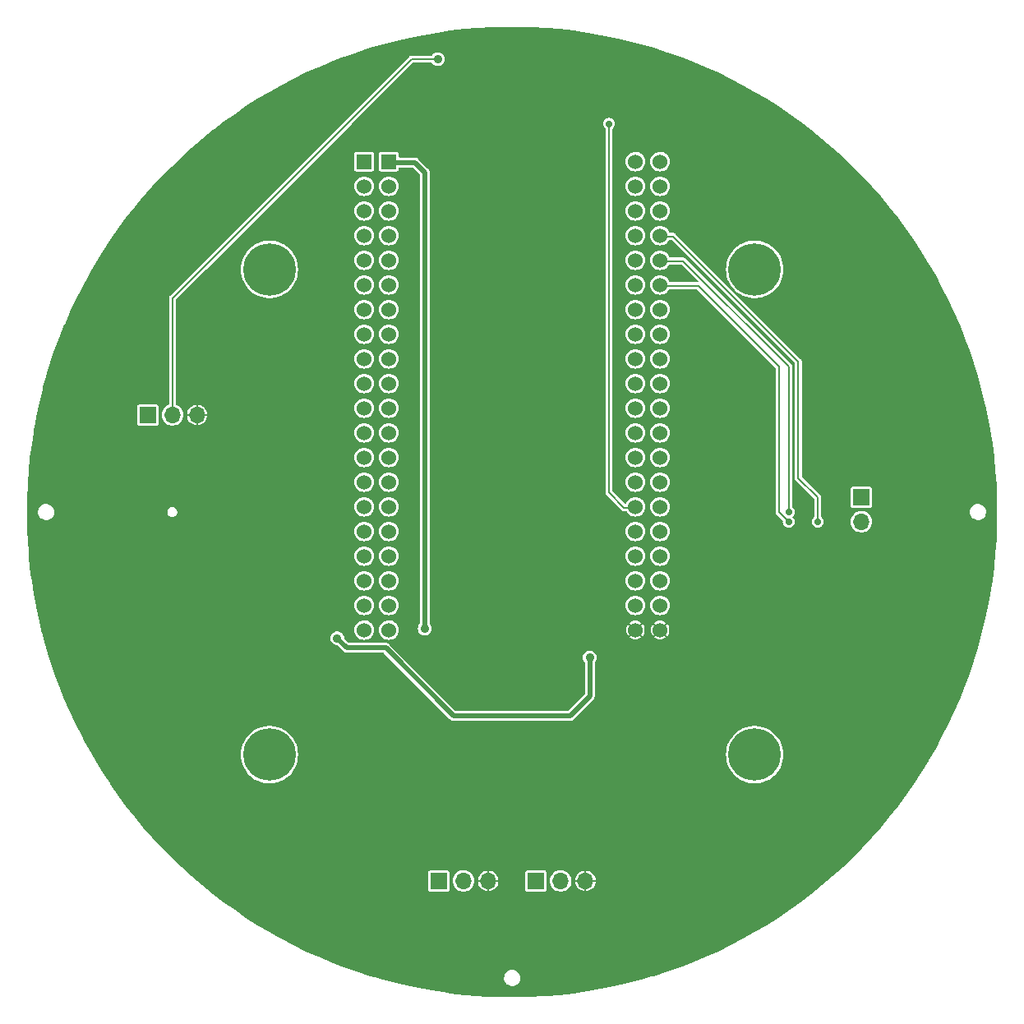
<source format=gbr>
G04 #@! TF.GenerationSoftware,KiCad,Pcbnew,7.0.4-40-g0180cb380f*
G04 #@! TF.CreationDate,2023-06-23T20:45:51-07:00*
G04 #@! TF.ProjectId,RobotOwl,526f626f-744f-4776-9c2e-6b696361645f,rev?*
G04 #@! TF.SameCoordinates,Original*
G04 #@! TF.FileFunction,Copper,L2,Bot*
G04 #@! TF.FilePolarity,Positive*
%FSLAX46Y46*%
G04 Gerber Fmt 4.6, Leading zero omitted, Abs format (unit mm)*
G04 Created by KiCad (PCBNEW 7.0.4-40-g0180cb380f) date 2023-06-23 20:45:51*
%MOMM*%
%LPD*%
G01*
G04 APERTURE LIST*
G04 #@! TA.AperFunction,ComponentPad*
%ADD10R,1.524000X1.524000*%
G04 #@! TD*
G04 #@! TA.AperFunction,ComponentPad*
%ADD11C,1.524000*%
G04 #@! TD*
G04 #@! TA.AperFunction,ComponentPad*
%ADD12R,1.700000X1.700000*%
G04 #@! TD*
G04 #@! TA.AperFunction,ComponentPad*
%ADD13O,1.700000X1.700000*%
G04 #@! TD*
G04 #@! TA.AperFunction,ComponentPad*
%ADD14C,0.800000*%
G04 #@! TD*
G04 #@! TA.AperFunction,ComponentPad*
%ADD15C,5.400000*%
G04 #@! TD*
G04 #@! TA.AperFunction,ViaPad*
%ADD16C,0.900000*%
G04 #@! TD*
G04 #@! TA.AperFunction,ViaPad*
%ADD17C,0.700000*%
G04 #@! TD*
G04 #@! TA.AperFunction,Conductor*
%ADD18C,0.500000*%
G04 #@! TD*
G04 #@! TA.AperFunction,Conductor*
%ADD19C,0.200000*%
G04 #@! TD*
G04 APERTURE END LIST*
D10*
X134760000Y-63902500D03*
X137300000Y-63902500D03*
D11*
X134760000Y-66442500D03*
X137300000Y-66442500D03*
X134760000Y-68982500D03*
X137300000Y-68982500D03*
X134760000Y-71522500D03*
X137300000Y-71522500D03*
X134760000Y-74062500D03*
X137300000Y-74062500D03*
X134760000Y-76602500D03*
X137300000Y-76602500D03*
X134760000Y-79142500D03*
X137300000Y-79142500D03*
X134760000Y-81682500D03*
X137300000Y-81682500D03*
X134760000Y-84222500D03*
X137300000Y-84222500D03*
X134760000Y-86762500D03*
X137300000Y-86762500D03*
X134760000Y-89302500D03*
X137300000Y-89302500D03*
X134760000Y-91842500D03*
X137300000Y-91842500D03*
X134760000Y-94382500D03*
X137300000Y-94382500D03*
X134760000Y-96922500D03*
X137300000Y-96922500D03*
X134760000Y-99462500D03*
X137300000Y-99462500D03*
X134760000Y-102002500D03*
X137300000Y-102002500D03*
X134760000Y-104542500D03*
X137300000Y-104542500D03*
X134760000Y-107082500D03*
X137300000Y-107082500D03*
X134760000Y-109622500D03*
X137300000Y-109622500D03*
X134760000Y-112162500D03*
X137300000Y-112162500D03*
X162700000Y-112162500D03*
X165240000Y-112162500D03*
X162700000Y-109622500D03*
X165240000Y-109622500D03*
X162700000Y-107082500D03*
X165240000Y-107082500D03*
X162700000Y-104542500D03*
X165240000Y-104542500D03*
X162700000Y-102002500D03*
X165240000Y-102002500D03*
X162700000Y-99462500D03*
X165240000Y-99462500D03*
X162700000Y-96922500D03*
X165240000Y-96922500D03*
X162700000Y-94382500D03*
X165240000Y-94382500D03*
X162700000Y-91842500D03*
X165240000Y-91842500D03*
X162700000Y-89302500D03*
X165240000Y-89302500D03*
X162700000Y-86762500D03*
X165240000Y-86762500D03*
X162700000Y-84222500D03*
X165240000Y-84222500D03*
X162700000Y-81682500D03*
X165240000Y-81682500D03*
X162700000Y-79142500D03*
X165240000Y-79142500D03*
X162700000Y-76602500D03*
X165240000Y-76602500D03*
X162700000Y-74062500D03*
X165240000Y-74062500D03*
X162700000Y-71522500D03*
X165240000Y-71522500D03*
X162700000Y-68982500D03*
X165240000Y-68982500D03*
X162700000Y-66442500D03*
X165240000Y-66442500D03*
X162700000Y-63902500D03*
X165240000Y-63902500D03*
D12*
X152475000Y-138000000D03*
D13*
X155015000Y-138000000D03*
X157555000Y-138000000D03*
D12*
X142460000Y-138000000D03*
D13*
X145000000Y-138000000D03*
X147540000Y-138000000D03*
D14*
X122975000Y-125000000D03*
X123568109Y-123568109D03*
X123568109Y-126431891D03*
X125000000Y-122975000D03*
D15*
X125000000Y-125000000D03*
D14*
X125000000Y-127025000D03*
X126431891Y-123568109D03*
X126431891Y-126431891D03*
X127025000Y-125000000D03*
X122975000Y-75000000D03*
X123568109Y-73568109D03*
X123568109Y-76431891D03*
X125000000Y-72975000D03*
D15*
X125000000Y-75000000D03*
D14*
X125000000Y-77025000D03*
X126431891Y-73568109D03*
X126431891Y-76431891D03*
X127025000Y-75000000D03*
X172975000Y-125000000D03*
X173568109Y-123568109D03*
X173568109Y-126431891D03*
X175000000Y-122975000D03*
D15*
X175000000Y-125000000D03*
D14*
X175000000Y-127025000D03*
X176431891Y-123568109D03*
X176431891Y-126431891D03*
X177025000Y-125000000D03*
D12*
X112475000Y-90000000D03*
D13*
X115015000Y-90000000D03*
X117555000Y-90000000D03*
D12*
X186000000Y-98460000D03*
D13*
X186000000Y-101000000D03*
D14*
X172975000Y-75000000D03*
X173568109Y-73568109D03*
X173568109Y-76431891D03*
X175000000Y-72975000D03*
D15*
X175000000Y-75000000D03*
D14*
X175000000Y-77025000D03*
X176431891Y-73568109D03*
X176431891Y-76431891D03*
X177025000Y-75000000D03*
D16*
X155750000Y-119000000D03*
X145000000Y-53000000D03*
X158000000Y-110000000D03*
X194875000Y-83369000D03*
X119453000Y-136840000D03*
X102822000Y-91966000D03*
X128000000Y-113000000D03*
X145000000Y-110000000D03*
X146750000Y-119000000D03*
X152750000Y-119000000D03*
X113160000Y-69453000D03*
X186840000Y-130547000D03*
X141966000Y-147178000D03*
X118000000Y-113000000D03*
X152000000Y-110000000D03*
X156000000Y-110000000D03*
X144750000Y-119000000D03*
X158034000Y-52822000D03*
X166631000Y-144875000D03*
X149500000Y-119000000D03*
X180000000Y-102000000D03*
X175000000Y-102000000D03*
X197178000Y-108034000D03*
X105125000Y-116631000D03*
X118000000Y-110000000D03*
X180547000Y-63160000D03*
X133369000Y-55125000D03*
X143000000Y-110000000D03*
D17*
X181500000Y-101000000D03*
X178500000Y-100000000D03*
D16*
X141000000Y-112000000D03*
D17*
X160000000Y-60000000D03*
X178500000Y-101000000D03*
D16*
X142339116Y-53339116D03*
X158000000Y-115000000D03*
X132000000Y-113000000D03*
D18*
X156000000Y-110000000D02*
X155750000Y-110250000D01*
X144750000Y-119000000D02*
X146750000Y-119000000D01*
X145000000Y-110000000D02*
X144750000Y-110250000D01*
X118000000Y-113000000D02*
X128000000Y-113000000D01*
X146750000Y-119000000D02*
X149500000Y-119000000D01*
X144750000Y-110250000D02*
X144750000Y-119000000D01*
X143000000Y-110000000D02*
X145000000Y-110000000D01*
X152000000Y-110000000D02*
X156000000Y-110000000D01*
X149500000Y-119000000D02*
X152750000Y-119000000D01*
X155750000Y-110250000D02*
X155750000Y-119000000D01*
X152750000Y-119000000D02*
X155750000Y-119000000D01*
X156000000Y-110000000D02*
X158000000Y-110000000D01*
D19*
X181500000Y-98500000D02*
X179500000Y-96500000D01*
X166600000Y-71600000D02*
X165240000Y-71600000D01*
X181500000Y-101000000D02*
X181500000Y-98500000D01*
X179500000Y-96500000D02*
X179500000Y-84500000D01*
X179500000Y-84500000D02*
X166600000Y-71600000D01*
X178500000Y-100000000D02*
X178500000Y-85000000D01*
X178500000Y-85000000D02*
X167640000Y-74140000D01*
X167640000Y-74140000D02*
X165240000Y-74140000D01*
D18*
X139980000Y-63980000D02*
X137300000Y-63980000D01*
X141000000Y-65000000D02*
X139980000Y-63980000D01*
X141000000Y-112000000D02*
X141000000Y-65000000D01*
D19*
X161540000Y-99540000D02*
X162700000Y-99540000D01*
X160000000Y-98000000D02*
X161540000Y-99540000D01*
X160000000Y-60000000D02*
X160000000Y-98000000D01*
X169180000Y-76680000D02*
X177500000Y-85000000D01*
X177500000Y-100000000D02*
X177500000Y-85000000D01*
X169180000Y-76680000D02*
X165240000Y-76680000D01*
X178500000Y-101000000D02*
X177500000Y-100000000D01*
X139660884Y-53339116D02*
X115015000Y-77985000D01*
X115015000Y-77985000D02*
X115015000Y-90000000D01*
X142339116Y-53339116D02*
X139660884Y-53339116D01*
D18*
X158000000Y-119000000D02*
X158000000Y-115000000D01*
X144000000Y-121000000D02*
X156000000Y-121000000D01*
X137000000Y-114000000D02*
X144000000Y-121000000D01*
X132000000Y-113000000D02*
X133000000Y-114000000D01*
X133000000Y-114000000D02*
X137000000Y-114000000D01*
X156000000Y-121000000D02*
X158000000Y-119000000D01*
G04 #@! TA.AperFunction,Conductor*
G36*
X150708094Y-50015524D02*
G01*
X152121005Y-50055524D01*
X152122257Y-50055578D01*
X153533510Y-50135548D01*
X153534755Y-50135636D01*
X154943217Y-50255514D01*
X154944463Y-50255638D01*
X156348887Y-50415316D01*
X156350224Y-50415488D01*
X157749579Y-50614848D01*
X157750873Y-50615052D01*
X159143998Y-50853927D01*
X159145315Y-50854172D01*
X160531110Y-51132373D01*
X160532423Y-51132657D01*
X160906944Y-51218936D01*
X161909760Y-51449956D01*
X161911088Y-51450282D01*
X163278910Y-51806435D01*
X163280232Y-51806799D01*
X164637451Y-52201524D01*
X164638716Y-52201913D01*
X165740727Y-52556532D01*
X165983378Y-52634616D01*
X165984171Y-52634871D01*
X165985498Y-52635319D01*
X167318226Y-53106201D01*
X167319406Y-53106637D01*
X168638298Y-53615055D01*
X168639491Y-53615534D01*
X169943475Y-54161076D01*
X169944667Y-54161594D01*
X171232625Y-54743788D01*
X171233893Y-54744383D01*
X172504844Y-55362784D01*
X172506095Y-55363415D01*
X173759010Y-56017519D01*
X173760242Y-56018185D01*
X174994207Y-56707520D01*
X174995287Y-56708143D01*
X176209314Y-57432159D01*
X176210414Y-57432837D01*
X177403396Y-58190873D01*
X177404531Y-58191617D01*
X178544565Y-58962147D01*
X178575558Y-58983094D01*
X178576707Y-58983895D01*
X179724838Y-59808171D01*
X179725965Y-59809004D01*
X180850313Y-60665445D01*
X180851416Y-60666309D01*
X181951091Y-61554235D01*
X181952168Y-61555130D01*
X183026268Y-62473814D01*
X183027320Y-62474739D01*
X184074990Y-63423449D01*
X184076015Y-63424404D01*
X184782760Y-64101763D01*
X184982689Y-64293380D01*
X185096435Y-64402396D01*
X185097422Y-64403370D01*
X186089736Y-65409827D01*
X186090682Y-65410815D01*
X187054137Y-66444971D01*
X187055078Y-66446009D01*
X187988868Y-67507002D01*
X187989779Y-67508067D01*
X188893173Y-68595062D01*
X188894054Y-68596152D01*
X189766315Y-69708265D01*
X189767164Y-69709379D01*
X189927498Y-69926164D01*
X190573963Y-70800243D01*
X190607613Y-70845740D01*
X190608430Y-70846879D01*
X191416388Y-72006574D01*
X191417173Y-72007735D01*
X192191990Y-73189832D01*
X192192730Y-73190997D01*
X192933792Y-74394558D01*
X192934477Y-74395708D01*
X193641194Y-75619778D01*
X193641877Y-75621001D01*
X194313640Y-76864521D01*
X194314288Y-76865763D01*
X194950598Y-78127807D01*
X194951211Y-78129067D01*
X195551559Y-79408629D01*
X195552136Y-79409906D01*
X196116034Y-80705947D01*
X196116575Y-80707239D01*
X196643559Y-82018691D01*
X196644063Y-82019998D01*
X196833074Y-82531778D01*
X197133731Y-83345855D01*
X197134197Y-83347176D01*
X197586140Y-84686336D01*
X197586569Y-84687670D01*
X198000450Y-86039128D01*
X198000841Y-86040474D01*
X198376298Y-87403063D01*
X198376651Y-87404419D01*
X198713405Y-88777111D01*
X198713719Y-88778476D01*
X198826656Y-89302503D01*
X199009689Y-90151778D01*
X199011494Y-90160150D01*
X199011768Y-90161523D01*
X199270328Y-91551096D01*
X199270552Y-91552404D01*
X199489682Y-92948728D01*
X199489879Y-92950115D01*
X199669402Y-94352031D01*
X199669560Y-94353423D01*
X199809344Y-95759918D01*
X199809463Y-95761314D01*
X199909383Y-97171125D01*
X199909462Y-97172523D01*
X199969450Y-98584664D01*
X199969489Y-98586065D01*
X199989490Y-99999296D01*
X199989490Y-100000704D01*
X199969489Y-101413934D01*
X199969450Y-101415335D01*
X199909462Y-102827476D01*
X199909383Y-102828874D01*
X199809463Y-104238685D01*
X199809344Y-104240081D01*
X199669560Y-105646576D01*
X199669402Y-105647968D01*
X199489879Y-107049884D01*
X199489682Y-107051271D01*
X199270552Y-108447595D01*
X199270326Y-108448915D01*
X199089034Y-109423231D01*
X199011769Y-109838475D01*
X199011494Y-109839849D01*
X198713719Y-111221523D01*
X198713405Y-111222888D01*
X198376651Y-112595580D01*
X198376298Y-112596936D01*
X198000841Y-113959525D01*
X198000450Y-113960871D01*
X197586569Y-115312329D01*
X197586140Y-115313663D01*
X197134197Y-116652823D01*
X197133731Y-116654144D01*
X196644063Y-117980001D01*
X196643559Y-117981308D01*
X196116575Y-119292760D01*
X196116034Y-119294052D01*
X195552136Y-120590093D01*
X195551559Y-120591370D01*
X194951211Y-121870932D01*
X194950598Y-121872192D01*
X194314288Y-123134236D01*
X194313640Y-123135478D01*
X193641877Y-124378998D01*
X193641194Y-124380221D01*
X192934477Y-125604291D01*
X192933773Y-125605471D01*
X192886341Y-125682507D01*
X192192741Y-126808985D01*
X192191990Y-126810167D01*
X191417173Y-127992264D01*
X191416388Y-127993425D01*
X190608430Y-129153120D01*
X190607613Y-129154259D01*
X189767164Y-130290620D01*
X189766315Y-130291734D01*
X188894054Y-131403847D01*
X188893173Y-131404937D01*
X187989779Y-132491932D01*
X187988868Y-132492997D01*
X187055078Y-133553990D01*
X187054137Y-133555028D01*
X186090682Y-134589184D01*
X186089713Y-134590196D01*
X185097432Y-135596619D01*
X185096435Y-135597603D01*
X184076015Y-136575595D01*
X184074990Y-136576550D01*
X183027320Y-137525260D01*
X183026268Y-137526185D01*
X181952168Y-138444869D01*
X181951091Y-138445764D01*
X180851416Y-139333690D01*
X180850313Y-139334554D01*
X179725965Y-140190995D01*
X179724838Y-140191828D01*
X178576707Y-141016104D01*
X178575558Y-141016905D01*
X177404544Y-141808373D01*
X177403372Y-141809141D01*
X176210447Y-142567142D01*
X176209263Y-142567870D01*
X174995340Y-143291824D01*
X174994147Y-143292514D01*
X173760242Y-143981814D01*
X173759010Y-143982480D01*
X172506095Y-144636584D01*
X172504844Y-144637215D01*
X171233893Y-145255616D01*
X171232625Y-145256211D01*
X169944694Y-145838393D01*
X169943409Y-145838952D01*
X168639562Y-146384436D01*
X168638262Y-146384958D01*
X167319477Y-146893335D01*
X167318162Y-146893821D01*
X165985498Y-147364680D01*
X165984171Y-147365128D01*
X164638716Y-147798086D01*
X164637389Y-147798493D01*
X164409257Y-147864842D01*
X163280260Y-148193192D01*
X163278910Y-148193564D01*
X161911088Y-148549717D01*
X161909727Y-148550051D01*
X160532423Y-148867342D01*
X160531053Y-148867638D01*
X159145338Y-149145822D01*
X159143960Y-149146079D01*
X157750879Y-149384946D01*
X157749513Y-149385161D01*
X157286155Y-149451173D01*
X156350255Y-149584507D01*
X156348865Y-149584685D01*
X154944520Y-149744355D01*
X154943149Y-149744491D01*
X153534825Y-149864357D01*
X153533439Y-149864455D01*
X152975486Y-149896072D01*
X152122318Y-149944418D01*
X152120936Y-149944477D01*
X150708094Y-149984475D01*
X150706706Y-149984495D01*
X149293294Y-149984495D01*
X149291905Y-149984475D01*
X147879060Y-149944477D01*
X147877681Y-149944418D01*
X147319735Y-149912801D01*
X146466555Y-149864455D01*
X146465179Y-149864357D01*
X145056844Y-149744491D01*
X145055479Y-149744355D01*
X143651134Y-149584685D01*
X143649744Y-149584507D01*
X142952417Y-149485162D01*
X142250476Y-149385159D01*
X142249120Y-149384946D01*
X140856039Y-149146079D01*
X140854661Y-149145822D01*
X139468946Y-148867638D01*
X139467576Y-148867342D01*
X138090272Y-148550051D01*
X138088911Y-148549717D01*
X136721089Y-148193564D01*
X136719739Y-148193192D01*
X136210977Y-148045227D01*
X135899958Y-147954772D01*
X149165828Y-147954772D01*
X149175608Y-148135149D01*
X149175609Y-148135157D01*
X149223935Y-148309208D01*
X149223938Y-148309217D01*
X149308547Y-148468808D01*
X149308550Y-148468812D01*
X149308551Y-148468814D01*
X149425498Y-148606494D01*
X149425499Y-148606495D01*
X149425501Y-148606497D01*
X149502532Y-148665054D01*
X149569308Y-148715816D01*
X149733256Y-148791667D01*
X149909678Y-148830500D01*
X150045028Y-148830500D01*
X150179586Y-148815866D01*
X150350774Y-148758186D01*
X150505561Y-148665054D01*
X150636708Y-148540825D01*
X150738083Y-148391307D01*
X150804947Y-148223492D01*
X150834172Y-148045227D01*
X150824392Y-147864848D01*
X150776064Y-147690788D01*
X150776061Y-147690782D01*
X150691452Y-147531191D01*
X150691450Y-147531189D01*
X150691449Y-147531186D01*
X150574502Y-147393506D01*
X150574500Y-147393504D01*
X150574498Y-147393502D01*
X150430693Y-147284185D01*
X150430692Y-147284184D01*
X150339116Y-147241816D01*
X150266747Y-147208334D01*
X150266745Y-147208333D01*
X150231459Y-147200566D01*
X150090322Y-147169500D01*
X150090318Y-147169500D01*
X149954972Y-147169500D01*
X149820411Y-147184134D01*
X149649228Y-147241813D01*
X149649222Y-147241816D01*
X149494442Y-147334943D01*
X149363291Y-147459175D01*
X149261918Y-147608689D01*
X149229207Y-147690788D01*
X149195053Y-147776508D01*
X149191481Y-147798297D01*
X149165828Y-147954772D01*
X135899958Y-147954772D01*
X135362591Y-147798487D01*
X135361283Y-147798086D01*
X134015828Y-147365128D01*
X134014501Y-147364680D01*
X133123674Y-147049931D01*
X132681812Y-146893811D01*
X132680553Y-146893346D01*
X131361738Y-146384958D01*
X131360473Y-146384450D01*
X130056558Y-145838938D01*
X130055305Y-145838393D01*
X128767374Y-145256211D01*
X128766106Y-145255616D01*
X127495155Y-144637215D01*
X127493904Y-144636584D01*
X126240989Y-143982480D01*
X126239757Y-143981814D01*
X125709274Y-143685469D01*
X125005814Y-143292492D01*
X125004689Y-143291842D01*
X123790704Y-142567852D01*
X123789552Y-142567142D01*
X122596627Y-141809141D01*
X122595455Y-141808373D01*
X121424441Y-141016905D01*
X121423292Y-141016104D01*
X120275161Y-140191828D01*
X120274034Y-140190995D01*
X119149686Y-139334554D01*
X119148583Y-139333690D01*
X118580584Y-138875063D01*
X141355500Y-138875063D01*
X141355501Y-138875070D01*
X141370265Y-138949300D01*
X141370266Y-138949302D01*
X141426513Y-139033480D01*
X141426516Y-139033484D01*
X141510699Y-139089734D01*
X141584933Y-139104500D01*
X143335066Y-139104499D01*
X143409301Y-139089734D01*
X143493484Y-139033484D01*
X143549734Y-138949301D01*
X143564500Y-138875067D01*
X143564499Y-138000000D01*
X143890768Y-138000000D01*
X143909655Y-138203822D01*
X143945783Y-138330798D01*
X143965672Y-138400701D01*
X144056912Y-138583935D01*
X144180268Y-138747285D01*
X144331538Y-138885186D01*
X144505573Y-138992944D01*
X144696444Y-139066888D01*
X144897653Y-139104500D01*
X145102347Y-139104500D01*
X145303556Y-139066888D01*
X145494427Y-138992944D01*
X145668462Y-138885186D01*
X145819732Y-138747285D01*
X145943088Y-138583935D01*
X146034328Y-138400701D01*
X146090345Y-138203821D01*
X146099966Y-138100000D01*
X146494767Y-138100000D01*
X146505190Y-138205831D01*
X146505191Y-138205836D01*
X146565232Y-138403762D01*
X146565234Y-138403767D01*
X146662724Y-138586160D01*
X146662731Y-138586170D01*
X146793940Y-138746050D01*
X146793949Y-138746059D01*
X146953829Y-138877268D01*
X146953839Y-138877275D01*
X147136232Y-138974765D01*
X147136237Y-138974767D01*
X147334166Y-139034808D01*
X147439998Y-139045231D01*
X147440000Y-139045230D01*
X147440000Y-138490764D01*
X147504237Y-138500000D01*
X147575763Y-138500000D01*
X147640000Y-138490764D01*
X147640000Y-139045230D01*
X147640001Y-139045231D01*
X147745833Y-139034808D01*
X147943762Y-138974767D01*
X147943767Y-138974765D01*
X148126160Y-138877275D01*
X148126170Y-138877268D01*
X148128857Y-138875063D01*
X151370500Y-138875063D01*
X151370501Y-138875070D01*
X151385265Y-138949300D01*
X151385266Y-138949302D01*
X151441513Y-139033480D01*
X151441516Y-139033484D01*
X151525699Y-139089734D01*
X151599933Y-139104500D01*
X153350066Y-139104499D01*
X153424301Y-139089734D01*
X153508484Y-139033484D01*
X153564734Y-138949301D01*
X153579500Y-138875067D01*
X153579499Y-138000000D01*
X153905768Y-138000000D01*
X153924655Y-138203822D01*
X153960783Y-138330798D01*
X153980672Y-138400701D01*
X154071912Y-138583935D01*
X154195268Y-138747285D01*
X154346538Y-138885186D01*
X154520573Y-138992944D01*
X154711444Y-139066888D01*
X154912653Y-139104500D01*
X155117347Y-139104500D01*
X155318556Y-139066888D01*
X155509427Y-138992944D01*
X155683462Y-138885186D01*
X155834732Y-138747285D01*
X155958088Y-138583935D01*
X156049328Y-138400701D01*
X156105345Y-138203821D01*
X156114966Y-138100000D01*
X156509767Y-138100000D01*
X156520190Y-138205831D01*
X156520191Y-138205836D01*
X156580232Y-138403762D01*
X156580234Y-138403767D01*
X156677724Y-138586160D01*
X156677731Y-138586170D01*
X156808940Y-138746050D01*
X156808949Y-138746059D01*
X156968829Y-138877268D01*
X156968839Y-138877275D01*
X157151232Y-138974765D01*
X157151237Y-138974767D01*
X157349166Y-139034808D01*
X157454998Y-139045231D01*
X157455000Y-139045230D01*
X157455000Y-138490764D01*
X157519237Y-138500000D01*
X157590763Y-138500000D01*
X157655000Y-138490764D01*
X157655000Y-139045230D01*
X157655001Y-139045231D01*
X157760833Y-139034808D01*
X157958762Y-138974767D01*
X157958767Y-138974765D01*
X158141160Y-138877275D01*
X158141170Y-138877268D01*
X158301050Y-138746059D01*
X158301059Y-138746050D01*
X158432268Y-138586170D01*
X158432275Y-138586160D01*
X158529765Y-138403767D01*
X158529767Y-138403762D01*
X158589808Y-138205836D01*
X158589809Y-138205831D01*
X158600232Y-138100000D01*
X158046746Y-138100000D01*
X158055000Y-138071889D01*
X158055000Y-137928111D01*
X158046746Y-137900000D01*
X158600232Y-137900000D01*
X158600232Y-137899999D01*
X158589809Y-137794168D01*
X158589808Y-137794163D01*
X158529767Y-137596237D01*
X158529765Y-137596232D01*
X158432275Y-137413839D01*
X158432268Y-137413829D01*
X158301059Y-137253949D01*
X158301050Y-137253940D01*
X158141170Y-137122731D01*
X158141160Y-137122724D01*
X157958767Y-137025234D01*
X157958762Y-137025232D01*
X157760836Y-136965191D01*
X157760831Y-136965190D01*
X157655000Y-136954767D01*
X157655000Y-137509235D01*
X157590763Y-137500000D01*
X157519237Y-137500000D01*
X157455000Y-137509235D01*
X157455000Y-136954767D01*
X157454999Y-136954767D01*
X157349168Y-136965190D01*
X157349163Y-136965191D01*
X157151237Y-137025232D01*
X157151232Y-137025234D01*
X156968839Y-137122724D01*
X156968829Y-137122731D01*
X156808949Y-137253940D01*
X156808940Y-137253949D01*
X156677731Y-137413829D01*
X156677724Y-137413839D01*
X156580234Y-137596232D01*
X156580232Y-137596237D01*
X156520191Y-137794163D01*
X156520190Y-137794168D01*
X156509767Y-137899999D01*
X156509768Y-137900000D01*
X157063254Y-137900000D01*
X157055000Y-137928111D01*
X157055000Y-138071889D01*
X157063254Y-138100000D01*
X156509767Y-138100000D01*
X156114966Y-138100000D01*
X156124232Y-138000000D01*
X156105345Y-137796179D01*
X156049328Y-137599299D01*
X155958088Y-137416065D01*
X155834732Y-137252715D01*
X155683462Y-137114814D01*
X155579910Y-137050697D01*
X155509432Y-137007059D01*
X155509427Y-137007056D01*
X155404789Y-136966519D01*
X155318556Y-136933112D01*
X155318555Y-136933111D01*
X155318553Y-136933111D01*
X155117347Y-136895500D01*
X154912653Y-136895500D01*
X154711446Y-136933111D01*
X154520572Y-137007056D01*
X154520567Y-137007059D01*
X154346542Y-137114811D01*
X154346540Y-137114812D01*
X154346538Y-137114814D01*
X154335435Y-137124936D01*
X154195269Y-137252714D01*
X154071913Y-137416063D01*
X154071908Y-137416072D01*
X153980672Y-137599298D01*
X153924655Y-137796177D01*
X153905768Y-138000000D01*
X153579499Y-138000000D01*
X153579499Y-137124934D01*
X153564734Y-137050699D01*
X153564733Y-137050697D01*
X153508486Y-136966519D01*
X153508485Y-136966518D01*
X153508484Y-136966516D01*
X153424301Y-136910266D01*
X153350067Y-136895500D01*
X153350066Y-136895500D01*
X151599936Y-136895500D01*
X151599929Y-136895501D01*
X151525699Y-136910265D01*
X151525697Y-136910266D01*
X151441519Y-136966513D01*
X151441514Y-136966518D01*
X151414428Y-137007056D01*
X151385266Y-137050699D01*
X151372513Y-137114811D01*
X151370500Y-137124933D01*
X151370500Y-138875063D01*
X148128857Y-138875063D01*
X148286050Y-138746059D01*
X148286059Y-138746050D01*
X148417268Y-138586170D01*
X148417275Y-138586160D01*
X148514765Y-138403767D01*
X148514767Y-138403762D01*
X148574808Y-138205836D01*
X148574809Y-138205831D01*
X148585232Y-138100000D01*
X148031746Y-138100000D01*
X148040000Y-138071889D01*
X148040000Y-137928111D01*
X148031746Y-137900000D01*
X148585232Y-137900000D01*
X148585232Y-137899999D01*
X148574809Y-137794168D01*
X148574808Y-137794163D01*
X148514767Y-137596237D01*
X148514765Y-137596232D01*
X148417275Y-137413839D01*
X148417268Y-137413829D01*
X148286059Y-137253949D01*
X148286050Y-137253940D01*
X148126170Y-137122731D01*
X148126160Y-137122724D01*
X147943767Y-137025234D01*
X147943762Y-137025232D01*
X147745836Y-136965191D01*
X147745831Y-136965190D01*
X147640000Y-136954767D01*
X147640000Y-137509235D01*
X147575763Y-137500000D01*
X147504237Y-137500000D01*
X147440000Y-137509235D01*
X147440000Y-136954767D01*
X147439999Y-136954767D01*
X147334168Y-136965190D01*
X147334163Y-136965191D01*
X147136237Y-137025232D01*
X147136232Y-137025234D01*
X146953839Y-137122724D01*
X146953829Y-137122731D01*
X146793949Y-137253940D01*
X146793940Y-137253949D01*
X146662731Y-137413829D01*
X146662724Y-137413839D01*
X146565234Y-137596232D01*
X146565232Y-137596237D01*
X146505191Y-137794163D01*
X146505190Y-137794168D01*
X146494767Y-137899999D01*
X146494768Y-137900000D01*
X147048254Y-137900000D01*
X147040000Y-137928111D01*
X147040000Y-138071889D01*
X147048254Y-138100000D01*
X146494767Y-138100000D01*
X146099966Y-138100000D01*
X146109232Y-138000000D01*
X146090345Y-137796179D01*
X146034328Y-137599299D01*
X145943088Y-137416065D01*
X145819732Y-137252715D01*
X145668462Y-137114814D01*
X145564910Y-137050697D01*
X145494432Y-137007059D01*
X145494427Y-137007056D01*
X145389789Y-136966519D01*
X145303556Y-136933112D01*
X145303555Y-136933111D01*
X145303553Y-136933111D01*
X145102347Y-136895500D01*
X144897653Y-136895500D01*
X144696446Y-136933111D01*
X144505572Y-137007056D01*
X144505567Y-137007059D01*
X144331542Y-137114811D01*
X144331540Y-137114812D01*
X144331538Y-137114814D01*
X144320435Y-137124936D01*
X144180269Y-137252714D01*
X144056913Y-137416063D01*
X144056908Y-137416072D01*
X143965672Y-137599298D01*
X143909655Y-137796177D01*
X143890768Y-138000000D01*
X143564499Y-138000000D01*
X143564499Y-137124934D01*
X143549734Y-137050699D01*
X143549733Y-137050697D01*
X143493486Y-136966519D01*
X143493485Y-136966518D01*
X143493484Y-136966516D01*
X143409301Y-136910266D01*
X143335067Y-136895500D01*
X143335066Y-136895500D01*
X141584936Y-136895500D01*
X141584929Y-136895501D01*
X141510699Y-136910265D01*
X141510697Y-136910266D01*
X141426519Y-136966513D01*
X141426514Y-136966518D01*
X141399428Y-137007056D01*
X141370266Y-137050699D01*
X141357513Y-137114811D01*
X141355500Y-137124933D01*
X141355500Y-138875063D01*
X118580584Y-138875063D01*
X118048908Y-138445764D01*
X118047831Y-138444869D01*
X116973731Y-137526185D01*
X116972679Y-137525260D01*
X115925009Y-136576550D01*
X115923984Y-136575595D01*
X114903564Y-135597603D01*
X114902567Y-135596619D01*
X113910261Y-134590170D01*
X113909317Y-134589184D01*
X112945862Y-133555028D01*
X112944921Y-133553990D01*
X112011131Y-132492997D01*
X112010220Y-132491932D01*
X111106826Y-131404937D01*
X111105945Y-131403847D01*
X110233684Y-130291734D01*
X110232835Y-130290620D01*
X109392386Y-129154259D01*
X109391569Y-129153120D01*
X108583611Y-127993425D01*
X108582826Y-127992264D01*
X108558073Y-127954500D01*
X107808009Y-126810167D01*
X107807281Y-126809021D01*
X107066195Y-125605420D01*
X107065522Y-125604291D01*
X106716634Y-124999999D01*
X122040493Y-124999999D01*
X122060504Y-125343580D01*
X122120266Y-125682506D01*
X122120266Y-125682507D01*
X122218971Y-126012205D01*
X122218973Y-126012212D01*
X122355285Y-126328217D01*
X122355288Y-126328224D01*
X122527367Y-126626274D01*
X122527369Y-126626277D01*
X122732888Y-126902337D01*
X122969069Y-127152673D01*
X123232701Y-127373886D01*
X123232705Y-127373889D01*
X123520246Y-127563008D01*
X123827799Y-127717467D01*
X124151204Y-127835177D01*
X124151207Y-127835177D01*
X124151208Y-127835178D01*
X124486076Y-127914543D01*
X124486081Y-127914543D01*
X124486087Y-127914545D01*
X124827920Y-127954500D01*
X125172077Y-127954500D01*
X125172080Y-127954500D01*
X125513913Y-127914545D01*
X125513919Y-127914543D01*
X125513923Y-127914543D01*
X125737168Y-127861632D01*
X125848796Y-127835177D01*
X126172201Y-127717467D01*
X126479754Y-127563008D01*
X126767295Y-127373889D01*
X127030937Y-127152667D01*
X127267114Y-126902334D01*
X127472632Y-126626276D01*
X127644712Y-126328224D01*
X127781027Y-126012211D01*
X127879733Y-125682509D01*
X127939496Y-125343578D01*
X127959507Y-125000000D01*
X127959507Y-124999999D01*
X172040493Y-124999999D01*
X172060504Y-125343580D01*
X172120266Y-125682506D01*
X172120266Y-125682507D01*
X172218971Y-126012205D01*
X172218973Y-126012212D01*
X172355285Y-126328217D01*
X172355288Y-126328224D01*
X172527367Y-126626274D01*
X172527369Y-126626277D01*
X172732888Y-126902337D01*
X172969069Y-127152673D01*
X173232701Y-127373886D01*
X173232705Y-127373889D01*
X173520246Y-127563008D01*
X173827799Y-127717467D01*
X174151204Y-127835177D01*
X174151207Y-127835177D01*
X174151208Y-127835178D01*
X174486076Y-127914543D01*
X174486081Y-127914543D01*
X174486087Y-127914545D01*
X174827920Y-127954500D01*
X175172077Y-127954500D01*
X175172080Y-127954500D01*
X175513913Y-127914545D01*
X175513919Y-127914543D01*
X175513923Y-127914543D01*
X175737168Y-127861632D01*
X175848796Y-127835177D01*
X176172201Y-127717467D01*
X176479754Y-127563008D01*
X176767295Y-127373889D01*
X177030937Y-127152667D01*
X177267114Y-126902334D01*
X177472632Y-126626276D01*
X177644712Y-126328224D01*
X177781027Y-126012211D01*
X177879733Y-125682509D01*
X177939496Y-125343578D01*
X177959507Y-125000000D01*
X177939496Y-124656422D01*
X177879733Y-124317491D01*
X177781027Y-123987789D01*
X177644712Y-123671776D01*
X177472632Y-123373724D01*
X177267114Y-123097666D01*
X177267113Y-123097665D01*
X177267111Y-123097662D01*
X177030930Y-122847326D01*
X176767298Y-122626113D01*
X176479755Y-122436992D01*
X176172203Y-122282534D01*
X176172198Y-122282532D01*
X175848791Y-122164821D01*
X175513923Y-122085456D01*
X175402817Y-122072469D01*
X175172080Y-122045500D01*
X175172077Y-122045500D01*
X174827923Y-122045500D01*
X174827920Y-122045500D01*
X174639561Y-122067516D01*
X174486076Y-122085456D01*
X174151208Y-122164821D01*
X173827801Y-122282532D01*
X173827796Y-122282534D01*
X173520244Y-122436992D01*
X173232701Y-122626113D01*
X172969069Y-122847326D01*
X172732888Y-123097662D01*
X172527369Y-123373722D01*
X172527367Y-123373725D01*
X172355288Y-123671775D01*
X172355285Y-123671782D01*
X172218973Y-123987787D01*
X172218971Y-123987794D01*
X172120266Y-124317492D01*
X172120266Y-124317493D01*
X172060504Y-124656419D01*
X172040493Y-124999999D01*
X127959507Y-124999999D01*
X127939496Y-124656422D01*
X127879733Y-124317491D01*
X127781027Y-123987789D01*
X127644712Y-123671776D01*
X127472632Y-123373724D01*
X127267114Y-123097666D01*
X127267113Y-123097665D01*
X127267111Y-123097662D01*
X127030930Y-122847326D01*
X126767298Y-122626113D01*
X126479755Y-122436992D01*
X126172203Y-122282534D01*
X126172198Y-122282532D01*
X125848791Y-122164821D01*
X125513923Y-122085456D01*
X125402817Y-122072469D01*
X125172080Y-122045500D01*
X125172077Y-122045500D01*
X124827923Y-122045500D01*
X124827920Y-122045500D01*
X124639561Y-122067516D01*
X124486076Y-122085456D01*
X124151208Y-122164821D01*
X123827801Y-122282532D01*
X123827796Y-122282534D01*
X123520244Y-122436992D01*
X123232701Y-122626113D01*
X122969069Y-122847326D01*
X122732888Y-123097662D01*
X122527369Y-123373722D01*
X122527367Y-123373725D01*
X122355288Y-123671775D01*
X122355285Y-123671782D01*
X122218973Y-123987787D01*
X122218971Y-123987794D01*
X122120266Y-124317492D01*
X122120266Y-124317493D01*
X122060504Y-124656419D01*
X122040493Y-124999999D01*
X106716634Y-124999999D01*
X106358805Y-124380221D01*
X106358122Y-124378998D01*
X105976073Y-123671776D01*
X105686345Y-123135452D01*
X105685711Y-123134236D01*
X105049401Y-121872192D01*
X105048788Y-121870932D01*
X104448440Y-120591370D01*
X104447863Y-120590093D01*
X103883965Y-119294052D01*
X103883443Y-119292806D01*
X103356430Y-117981284D01*
X103355950Y-117980038D01*
X102866251Y-116654095D01*
X102865802Y-116652823D01*
X102413859Y-115313663D01*
X102413430Y-115312329D01*
X102173660Y-114529400D01*
X101999533Y-113960819D01*
X101999171Y-113959571D01*
X101734764Y-113000001D01*
X131290326Y-113000001D01*
X131310947Y-113169833D01*
X131310948Y-113169835D01*
X131371615Y-113329802D01*
X131468799Y-113470599D01*
X131468800Y-113470600D01*
X131468801Y-113470601D01*
X131596859Y-113584050D01*
X131748346Y-113663557D01*
X131914458Y-113704500D01*
X131950021Y-113704500D01*
X132008212Y-113723407D01*
X132020025Y-113733496D01*
X132597387Y-114310858D01*
X132610665Y-114327335D01*
X132614804Y-114333775D01*
X132654668Y-114368317D01*
X132657244Y-114370716D01*
X132668776Y-114382247D01*
X132668779Y-114382250D01*
X132681835Y-114392024D01*
X132684549Y-114394209D01*
X132724442Y-114428777D01*
X132731404Y-114431956D01*
X132749604Y-114442755D01*
X132755734Y-114447344D01*
X132805152Y-114465775D01*
X132808417Y-114467128D01*
X132835571Y-114479528D01*
X132856404Y-114489042D01*
X132863976Y-114490130D01*
X132884486Y-114495364D01*
X132891658Y-114498040D01*
X132944296Y-114501804D01*
X132947789Y-114502180D01*
X132963917Y-114504500D01*
X132980201Y-114504500D01*
X132983734Y-114504626D01*
X132988821Y-114504989D01*
X133036360Y-114508390D01*
X133041947Y-114507174D01*
X133043845Y-114506762D01*
X133064888Y-114504500D01*
X136750021Y-114504500D01*
X136808212Y-114523407D01*
X136820025Y-114533496D01*
X143597387Y-121310858D01*
X143610665Y-121327335D01*
X143614804Y-121333775D01*
X143654664Y-121368314D01*
X143657244Y-121370716D01*
X143668776Y-121382247D01*
X143668779Y-121382250D01*
X143681835Y-121392024D01*
X143684549Y-121394209D01*
X143724442Y-121428777D01*
X143731404Y-121431956D01*
X143749604Y-121442755D01*
X143755734Y-121447344D01*
X143805152Y-121465775D01*
X143808417Y-121467128D01*
X143835571Y-121479528D01*
X143856404Y-121489042D01*
X143863976Y-121490130D01*
X143884486Y-121495364D01*
X143891658Y-121498040D01*
X143891657Y-121498040D01*
X143902701Y-121498829D01*
X143944284Y-121501803D01*
X143947772Y-121502178D01*
X143963917Y-121504500D01*
X143980212Y-121504500D01*
X143983744Y-121504625D01*
X144036360Y-121508389D01*
X144043015Y-121506941D01*
X144043840Y-121506762D01*
X144064883Y-121504500D01*
X155935117Y-121504500D01*
X155956160Y-121506762D01*
X155957181Y-121506984D01*
X155963640Y-121508389D01*
X156016255Y-121504625D01*
X156019788Y-121504500D01*
X156036081Y-121504500D01*
X156036083Y-121504500D01*
X156052224Y-121502179D01*
X156055714Y-121501803D01*
X156108342Y-121498040D01*
X156115508Y-121495366D01*
X156136023Y-121490130D01*
X156143596Y-121489042D01*
X156191608Y-121467114D01*
X156194823Y-121465783D01*
X156244267Y-121447343D01*
X156250390Y-121442758D01*
X156268600Y-121431954D01*
X156275558Y-121428777D01*
X156315450Y-121394209D01*
X156318134Y-121392045D01*
X156331221Y-121382250D01*
X156342772Y-121370697D01*
X156345307Y-121368337D01*
X156385196Y-121333775D01*
X156389334Y-121327336D01*
X156402607Y-121310862D01*
X158310862Y-119402607D01*
X158327337Y-119389332D01*
X158333775Y-119385196D01*
X158368337Y-119345307D01*
X158370697Y-119342772D01*
X158382250Y-119331221D01*
X158392045Y-119318134D01*
X158394209Y-119315450D01*
X158428777Y-119275558D01*
X158431954Y-119268600D01*
X158442759Y-119250390D01*
X158447343Y-119244267D01*
X158465783Y-119194823D01*
X158467114Y-119191608D01*
X158489042Y-119143596D01*
X158490130Y-119136023D01*
X158495366Y-119115508D01*
X158498040Y-119108342D01*
X158501803Y-119055714D01*
X158502179Y-119052224D01*
X158504500Y-119036083D01*
X158504500Y-119019787D01*
X158504626Y-119016254D01*
X158508389Y-118963640D01*
X158506762Y-118956160D01*
X158504500Y-118935117D01*
X158504500Y-115538283D01*
X158523407Y-115480092D01*
X158529404Y-115472626D01*
X158531192Y-115470606D01*
X158531199Y-115470601D01*
X158628385Y-115329802D01*
X158689052Y-115169836D01*
X158709674Y-115000000D01*
X158689052Y-114830164D01*
X158628385Y-114670198D01*
X158531199Y-114529399D01*
X158403141Y-114415950D01*
X158251654Y-114336443D01*
X158251653Y-114336442D01*
X158251652Y-114336442D01*
X158085544Y-114295500D01*
X158085542Y-114295500D01*
X157914458Y-114295500D01*
X157914455Y-114295500D01*
X157748347Y-114336442D01*
X157596857Y-114415951D01*
X157468799Y-114529400D01*
X157371615Y-114670197D01*
X157310948Y-114830164D01*
X157310947Y-114830166D01*
X157290326Y-114999998D01*
X157290326Y-115000001D01*
X157310947Y-115169833D01*
X157310948Y-115169835D01*
X157371615Y-115329802D01*
X157468797Y-115470596D01*
X157470596Y-115472626D01*
X157471276Y-115474187D01*
X157472203Y-115475530D01*
X157471940Y-115475711D01*
X157495037Y-115528718D01*
X157495500Y-115538283D01*
X157495500Y-118750021D01*
X157476593Y-118808212D01*
X157466504Y-118820025D01*
X155820025Y-120466504D01*
X155765508Y-120494281D01*
X155750021Y-120495500D01*
X144249979Y-120495500D01*
X144191788Y-120476593D01*
X144179975Y-120466504D01*
X137402611Y-113689140D01*
X137389332Y-113672661D01*
X137385196Y-113666225D01*
X137345331Y-113631682D01*
X137342754Y-113629282D01*
X137331226Y-113617754D01*
X137331221Y-113617750D01*
X137318163Y-113607975D01*
X137315420Y-113605764D01*
X137275558Y-113571223D01*
X137275556Y-113571222D01*
X137275557Y-113571222D01*
X137268593Y-113568042D01*
X137250400Y-113557248D01*
X137244267Y-113552657D01*
X137244266Y-113552656D01*
X137244264Y-113552655D01*
X137194836Y-113534219D01*
X137191571Y-113532867D01*
X137143596Y-113510958D01*
X137143590Y-113510956D01*
X137136020Y-113509868D01*
X137115516Y-113504635D01*
X137108342Y-113501960D01*
X137108338Y-113501959D01*
X137108335Y-113501959D01*
X137055721Y-113498195D01*
X137052212Y-113497817D01*
X137036091Y-113495500D01*
X137036083Y-113495500D01*
X137019788Y-113495500D01*
X137016255Y-113495374D01*
X136963640Y-113491611D01*
X136963639Y-113491611D01*
X136956160Y-113493238D01*
X136935117Y-113495500D01*
X133249979Y-113495500D01*
X133191788Y-113476593D01*
X133179975Y-113466504D01*
X132733304Y-113019833D01*
X132705527Y-112965316D01*
X132705036Y-112961808D01*
X132689052Y-112830164D01*
X132628385Y-112670198D01*
X132577816Y-112596936D01*
X132531200Y-112529400D01*
X132403142Y-112415951D01*
X132403141Y-112415950D01*
X132251654Y-112336443D01*
X132251653Y-112336442D01*
X132251652Y-112336442D01*
X132085544Y-112295500D01*
X132085542Y-112295500D01*
X131914458Y-112295500D01*
X131914455Y-112295500D01*
X131748347Y-112336442D01*
X131596857Y-112415951D01*
X131468799Y-112529400D01*
X131371615Y-112670197D01*
X131310948Y-112830164D01*
X131310947Y-112830166D01*
X131290326Y-112999998D01*
X131290326Y-113000001D01*
X101734764Y-113000001D01*
X101623699Y-112596929D01*
X101623348Y-112595580D01*
X101579280Y-112415950D01*
X101517104Y-112162503D01*
X133738582Y-112162503D01*
X133758206Y-112361763D01*
X133758207Y-112361766D01*
X133816334Y-112553383D01*
X133816335Y-112553385D01*
X133910719Y-112729966D01*
X133942221Y-112768351D01*
X134037748Y-112884752D01*
X134037753Y-112884756D01*
X134192533Y-113011780D01*
X134369114Y-113106164D01*
X134369120Y-113106167D01*
X134560731Y-113164292D01*
X134560733Y-113164292D01*
X134560736Y-113164293D01*
X134759997Y-113183918D01*
X134760000Y-113183918D01*
X134760003Y-113183918D01*
X134959263Y-113164293D01*
X134959264Y-113164292D01*
X134959269Y-113164292D01*
X135150880Y-113106167D01*
X135245536Y-113055572D01*
X135327466Y-113011780D01*
X135327467Y-113011778D01*
X135327469Y-113011778D01*
X135482252Y-112884752D01*
X135609278Y-112729969D01*
X135622892Y-112704500D01*
X135660971Y-112633256D01*
X135703667Y-112553380D01*
X135761792Y-112361769D01*
X135762845Y-112351085D01*
X135781418Y-112162503D01*
X136278582Y-112162503D01*
X136298206Y-112361763D01*
X136298207Y-112361766D01*
X136356334Y-112553383D01*
X136356335Y-112553385D01*
X136450719Y-112729966D01*
X136482221Y-112768351D01*
X136577748Y-112884752D01*
X136577753Y-112884756D01*
X136732533Y-113011780D01*
X136909114Y-113106164D01*
X136909120Y-113106167D01*
X137100731Y-113164292D01*
X137100733Y-113164292D01*
X137100736Y-113164293D01*
X137299997Y-113183918D01*
X137300000Y-113183918D01*
X137300003Y-113183918D01*
X137499263Y-113164293D01*
X137499264Y-113164292D01*
X137499269Y-113164292D01*
X137690880Y-113106167D01*
X137785536Y-113055572D01*
X137867466Y-113011780D01*
X137867467Y-113011778D01*
X137867469Y-113011778D01*
X138022252Y-112884752D01*
X138149278Y-112729969D01*
X138162892Y-112704500D01*
X138200971Y-112633256D01*
X138243667Y-112553380D01*
X138301792Y-112361769D01*
X138302845Y-112351085D01*
X138321418Y-112162503D01*
X138321418Y-112162496D01*
X138301793Y-111963236D01*
X138301792Y-111963233D01*
X138301792Y-111963231D01*
X138243667Y-111771620D01*
X138189456Y-111670198D01*
X138149280Y-111595033D01*
X138022256Y-111440253D01*
X138022252Y-111440248D01*
X137991760Y-111415224D01*
X137867466Y-111313219D01*
X137690885Y-111218835D01*
X137690883Y-111218834D01*
X137676322Y-111214417D01*
X137499269Y-111160708D01*
X137499266Y-111160707D01*
X137499263Y-111160706D01*
X137300003Y-111141082D01*
X137299997Y-111141082D01*
X137100736Y-111160706D01*
X137100733Y-111160707D01*
X136909116Y-111218834D01*
X136909114Y-111218835D01*
X136732533Y-111313219D01*
X136577753Y-111440243D01*
X136577743Y-111440253D01*
X136450719Y-111595033D01*
X136356335Y-111771614D01*
X136356334Y-111771616D01*
X136298207Y-111963233D01*
X136298206Y-111963236D01*
X136278582Y-112162496D01*
X136278582Y-112162503D01*
X135781418Y-112162503D01*
X135781418Y-112162496D01*
X135761793Y-111963236D01*
X135761792Y-111963233D01*
X135761792Y-111963231D01*
X135703667Y-111771620D01*
X135649456Y-111670198D01*
X135609280Y-111595033D01*
X135482256Y-111440253D01*
X135482252Y-111440248D01*
X135451760Y-111415224D01*
X135327466Y-111313219D01*
X135150885Y-111218835D01*
X135150883Y-111218834D01*
X135136322Y-111214417D01*
X134959269Y-111160708D01*
X134959266Y-111160707D01*
X134959263Y-111160706D01*
X134760003Y-111141082D01*
X134759997Y-111141082D01*
X134560736Y-111160706D01*
X134560733Y-111160707D01*
X134369116Y-111218834D01*
X134369114Y-111218835D01*
X134192533Y-111313219D01*
X134037753Y-111440243D01*
X134037743Y-111440253D01*
X133910719Y-111595033D01*
X133816335Y-111771614D01*
X133816334Y-111771616D01*
X133758207Y-111963233D01*
X133758206Y-111963236D01*
X133738582Y-112162496D01*
X133738582Y-112162503D01*
X101517104Y-112162503D01*
X101286585Y-111222849D01*
X101286280Y-111221523D01*
X101285701Y-111218835D01*
X100988489Y-109839772D01*
X100988241Y-109838533D01*
X100948044Y-109622503D01*
X133738582Y-109622503D01*
X133758206Y-109821763D01*
X133758207Y-109821766D01*
X133816334Y-110013383D01*
X133816335Y-110013385D01*
X133910719Y-110189966D01*
X134037743Y-110344746D01*
X134037748Y-110344752D01*
X134037753Y-110344756D01*
X134192533Y-110471780D01*
X134369114Y-110566164D01*
X134369120Y-110566167D01*
X134560731Y-110624292D01*
X134560733Y-110624292D01*
X134560736Y-110624293D01*
X134759997Y-110643918D01*
X134760000Y-110643918D01*
X134760003Y-110643918D01*
X134959263Y-110624293D01*
X134959264Y-110624292D01*
X134959269Y-110624292D01*
X135150880Y-110566167D01*
X135230756Y-110523471D01*
X135327466Y-110471780D01*
X135327467Y-110471778D01*
X135327469Y-110471778D01*
X135482252Y-110344752D01*
X135609278Y-110189969D01*
X135703667Y-110013380D01*
X135761792Y-109821769D01*
X135781418Y-109622503D01*
X136278582Y-109622503D01*
X136298206Y-109821763D01*
X136298207Y-109821766D01*
X136356334Y-110013383D01*
X136356335Y-110013385D01*
X136450719Y-110189966D01*
X136577743Y-110344746D01*
X136577748Y-110344752D01*
X136577753Y-110344756D01*
X136732533Y-110471780D01*
X136909114Y-110566164D01*
X136909120Y-110566167D01*
X137100731Y-110624292D01*
X137100733Y-110624292D01*
X137100736Y-110624293D01*
X137299997Y-110643918D01*
X137300000Y-110643918D01*
X137300003Y-110643918D01*
X137499263Y-110624293D01*
X137499264Y-110624292D01*
X137499269Y-110624292D01*
X137690880Y-110566167D01*
X137770756Y-110523471D01*
X137867466Y-110471780D01*
X137867467Y-110471778D01*
X137867469Y-110471778D01*
X138022252Y-110344752D01*
X138149278Y-110189969D01*
X138243667Y-110013380D01*
X138301792Y-109821769D01*
X138321418Y-109622500D01*
X138321418Y-109622496D01*
X138301793Y-109423236D01*
X138301792Y-109423233D01*
X138301792Y-109423231D01*
X138243667Y-109231620D01*
X138243664Y-109231614D01*
X138149280Y-109055033D01*
X138022256Y-108900253D01*
X138022252Y-108900248D01*
X138022246Y-108900243D01*
X137867466Y-108773219D01*
X137690885Y-108678835D01*
X137690883Y-108678834D01*
X137499266Y-108620707D01*
X137499263Y-108620706D01*
X137300003Y-108601082D01*
X137299997Y-108601082D01*
X137100736Y-108620706D01*
X137100733Y-108620707D01*
X136909116Y-108678834D01*
X136909114Y-108678835D01*
X136732533Y-108773219D01*
X136577753Y-108900243D01*
X136577743Y-108900253D01*
X136450719Y-109055033D01*
X136356335Y-109231614D01*
X136356334Y-109231616D01*
X136298207Y-109423233D01*
X136298206Y-109423236D01*
X136278582Y-109622496D01*
X136278582Y-109622503D01*
X135781418Y-109622503D01*
X135781418Y-109622500D01*
X135781418Y-109622496D01*
X135761793Y-109423236D01*
X135761792Y-109423233D01*
X135761792Y-109423231D01*
X135703667Y-109231620D01*
X135703664Y-109231614D01*
X135609280Y-109055033D01*
X135482256Y-108900253D01*
X135482252Y-108900248D01*
X135482246Y-108900243D01*
X135327466Y-108773219D01*
X135150885Y-108678835D01*
X135150883Y-108678834D01*
X134959266Y-108620707D01*
X134959263Y-108620706D01*
X134760003Y-108601082D01*
X134759997Y-108601082D01*
X134560736Y-108620706D01*
X134560733Y-108620707D01*
X134369116Y-108678834D01*
X134369114Y-108678835D01*
X134192533Y-108773219D01*
X134037753Y-108900243D01*
X134037743Y-108900253D01*
X133910719Y-109055033D01*
X133816335Y-109231614D01*
X133816334Y-109231616D01*
X133758207Y-109423233D01*
X133758206Y-109423236D01*
X133738582Y-109622496D01*
X133738582Y-109622503D01*
X100948044Y-109622503D01*
X100729661Y-108448849D01*
X100729453Y-108447633D01*
X100515219Y-107082503D01*
X133738582Y-107082503D01*
X133758206Y-107281763D01*
X133758207Y-107281766D01*
X133816334Y-107473383D01*
X133816335Y-107473385D01*
X133910719Y-107649966D01*
X134037743Y-107804746D01*
X134037748Y-107804752D01*
X134037753Y-107804756D01*
X134192533Y-107931780D01*
X134369114Y-108026164D01*
X134369120Y-108026167D01*
X134560731Y-108084292D01*
X134560733Y-108084292D01*
X134560736Y-108084293D01*
X134759997Y-108103918D01*
X134760000Y-108103918D01*
X134760003Y-108103918D01*
X134959263Y-108084293D01*
X134959264Y-108084292D01*
X134959269Y-108084292D01*
X135150880Y-108026167D01*
X135230756Y-107983471D01*
X135327466Y-107931780D01*
X135327467Y-107931778D01*
X135327469Y-107931778D01*
X135482252Y-107804752D01*
X135609278Y-107649969D01*
X135703667Y-107473380D01*
X135761792Y-107281769D01*
X135781418Y-107082503D01*
X136278582Y-107082503D01*
X136298206Y-107281763D01*
X136298207Y-107281766D01*
X136356334Y-107473383D01*
X136356335Y-107473385D01*
X136450719Y-107649966D01*
X136577743Y-107804746D01*
X136577748Y-107804752D01*
X136577753Y-107804756D01*
X136732533Y-107931780D01*
X136909114Y-108026164D01*
X136909120Y-108026167D01*
X137100731Y-108084292D01*
X137100733Y-108084292D01*
X137100736Y-108084293D01*
X137299997Y-108103918D01*
X137300000Y-108103918D01*
X137300003Y-108103918D01*
X137499263Y-108084293D01*
X137499264Y-108084292D01*
X137499269Y-108084292D01*
X137690880Y-108026167D01*
X137770756Y-107983471D01*
X137867466Y-107931780D01*
X137867467Y-107931778D01*
X137867469Y-107931778D01*
X138022252Y-107804752D01*
X138149278Y-107649969D01*
X138243667Y-107473380D01*
X138301792Y-107281769D01*
X138321418Y-107082500D01*
X138318636Y-107054254D01*
X138301793Y-106883236D01*
X138301792Y-106883233D01*
X138301792Y-106883231D01*
X138243667Y-106691620D01*
X138243664Y-106691614D01*
X138149280Y-106515033D01*
X138022256Y-106360253D01*
X138022252Y-106360248D01*
X138022246Y-106360243D01*
X137867466Y-106233219D01*
X137690885Y-106138835D01*
X137690883Y-106138834D01*
X137499266Y-106080707D01*
X137499263Y-106080706D01*
X137300003Y-106061082D01*
X137299997Y-106061082D01*
X137100736Y-106080706D01*
X137100733Y-106080707D01*
X136909116Y-106138834D01*
X136909114Y-106138835D01*
X136732533Y-106233219D01*
X136577753Y-106360243D01*
X136577743Y-106360253D01*
X136450719Y-106515033D01*
X136356335Y-106691614D01*
X136356334Y-106691616D01*
X136298207Y-106883233D01*
X136298206Y-106883236D01*
X136278582Y-107082496D01*
X136278582Y-107082503D01*
X135781418Y-107082503D01*
X135781418Y-107082500D01*
X135778636Y-107054254D01*
X135761793Y-106883236D01*
X135761792Y-106883233D01*
X135761792Y-106883231D01*
X135703667Y-106691620D01*
X135703664Y-106691614D01*
X135609280Y-106515033D01*
X135482256Y-106360253D01*
X135482252Y-106360248D01*
X135482246Y-106360243D01*
X135327466Y-106233219D01*
X135150885Y-106138835D01*
X135150883Y-106138834D01*
X134959266Y-106080707D01*
X134959263Y-106080706D01*
X134760003Y-106061082D01*
X134759997Y-106061082D01*
X134560736Y-106080706D01*
X134560733Y-106080707D01*
X134369116Y-106138834D01*
X134369114Y-106138835D01*
X134192533Y-106233219D01*
X134037753Y-106360243D01*
X134037743Y-106360253D01*
X133910719Y-106515033D01*
X133816335Y-106691614D01*
X133816334Y-106691616D01*
X133758207Y-106883233D01*
X133758206Y-106883236D01*
X133738582Y-107082496D01*
X133738582Y-107082503D01*
X100515219Y-107082503D01*
X100510312Y-107051237D01*
X100510120Y-107049884D01*
X100488779Y-106883233D01*
X100330596Y-105647964D01*
X100330439Y-105646576D01*
X100220711Y-104542503D01*
X133738582Y-104542503D01*
X133758206Y-104741763D01*
X133758207Y-104741766D01*
X133816334Y-104933383D01*
X133816335Y-104933385D01*
X133910719Y-105109966D01*
X134037743Y-105264746D01*
X134037748Y-105264752D01*
X134037753Y-105264756D01*
X134192533Y-105391780D01*
X134369114Y-105486164D01*
X134369120Y-105486167D01*
X134560731Y-105544292D01*
X134560733Y-105544292D01*
X134560736Y-105544293D01*
X134759997Y-105563918D01*
X134760000Y-105563918D01*
X134760003Y-105563918D01*
X134959263Y-105544293D01*
X134959264Y-105544292D01*
X134959269Y-105544292D01*
X135150880Y-105486167D01*
X135230756Y-105443471D01*
X135327466Y-105391780D01*
X135327467Y-105391778D01*
X135327469Y-105391778D01*
X135482252Y-105264752D01*
X135609278Y-105109969D01*
X135703667Y-104933380D01*
X135761792Y-104741769D01*
X135781418Y-104542503D01*
X136278582Y-104542503D01*
X136298206Y-104741763D01*
X136298207Y-104741766D01*
X136356334Y-104933383D01*
X136356335Y-104933385D01*
X136450719Y-105109966D01*
X136577743Y-105264746D01*
X136577748Y-105264752D01*
X136577753Y-105264756D01*
X136732533Y-105391780D01*
X136909114Y-105486164D01*
X136909120Y-105486167D01*
X137100731Y-105544292D01*
X137100733Y-105544292D01*
X137100736Y-105544293D01*
X137299997Y-105563918D01*
X137300000Y-105563918D01*
X137300003Y-105563918D01*
X137499263Y-105544293D01*
X137499264Y-105544292D01*
X137499269Y-105544292D01*
X137690880Y-105486167D01*
X137770756Y-105443471D01*
X137867466Y-105391780D01*
X137867467Y-105391778D01*
X137867469Y-105391778D01*
X138022252Y-105264752D01*
X138149278Y-105109969D01*
X138243667Y-104933380D01*
X138301792Y-104741769D01*
X138321418Y-104542500D01*
X138321418Y-104542496D01*
X138301793Y-104343236D01*
X138301792Y-104343233D01*
X138301792Y-104343231D01*
X138243667Y-104151620D01*
X138243664Y-104151614D01*
X138149280Y-103975033D01*
X138022256Y-103820253D01*
X138022252Y-103820248D01*
X138022246Y-103820243D01*
X137867466Y-103693219D01*
X137690885Y-103598835D01*
X137690883Y-103598834D01*
X137499266Y-103540707D01*
X137499263Y-103540706D01*
X137300003Y-103521082D01*
X137299997Y-103521082D01*
X137100736Y-103540706D01*
X137100733Y-103540707D01*
X136909116Y-103598834D01*
X136909114Y-103598835D01*
X136732533Y-103693219D01*
X136577753Y-103820243D01*
X136577743Y-103820253D01*
X136450719Y-103975033D01*
X136356335Y-104151614D01*
X136356334Y-104151616D01*
X136298207Y-104343233D01*
X136298206Y-104343236D01*
X136278582Y-104542496D01*
X136278582Y-104542503D01*
X135781418Y-104542503D01*
X135781418Y-104542500D01*
X135781418Y-104542496D01*
X135761793Y-104343236D01*
X135761792Y-104343233D01*
X135761792Y-104343231D01*
X135703667Y-104151620D01*
X135703664Y-104151614D01*
X135609280Y-103975033D01*
X135482256Y-103820253D01*
X135482252Y-103820248D01*
X135482246Y-103820243D01*
X135327466Y-103693219D01*
X135150885Y-103598835D01*
X135150883Y-103598834D01*
X134959266Y-103540707D01*
X134959263Y-103540706D01*
X134760003Y-103521082D01*
X134759997Y-103521082D01*
X134560736Y-103540706D01*
X134560733Y-103540707D01*
X134369116Y-103598834D01*
X134369114Y-103598835D01*
X134192533Y-103693219D01*
X134037753Y-103820243D01*
X134037743Y-103820253D01*
X133910719Y-103975033D01*
X133816335Y-104151614D01*
X133816334Y-104151616D01*
X133758207Y-104343233D01*
X133758206Y-104343236D01*
X133738582Y-104542496D01*
X133738582Y-104542503D01*
X100220711Y-104542503D01*
X100190655Y-104240081D01*
X100190541Y-104238747D01*
X100090613Y-102828822D01*
X100090537Y-102827476D01*
X100055492Y-102002503D01*
X133738582Y-102002503D01*
X133758206Y-102201763D01*
X133758207Y-102201766D01*
X133816334Y-102393383D01*
X133816335Y-102393385D01*
X133910719Y-102569966D01*
X134037743Y-102724746D01*
X134037748Y-102724752D01*
X134037753Y-102724756D01*
X134192533Y-102851780D01*
X134369114Y-102946164D01*
X134369120Y-102946167D01*
X134560731Y-103004292D01*
X134560733Y-103004292D01*
X134560736Y-103004293D01*
X134759997Y-103023918D01*
X134760000Y-103023918D01*
X134760003Y-103023918D01*
X134959263Y-103004293D01*
X134959264Y-103004292D01*
X134959269Y-103004292D01*
X135150880Y-102946167D01*
X135230756Y-102903471D01*
X135327466Y-102851780D01*
X135327467Y-102851778D01*
X135327469Y-102851778D01*
X135482252Y-102724752D01*
X135609278Y-102569969D01*
X135703667Y-102393380D01*
X135761792Y-102201769D01*
X135775077Y-102066888D01*
X135781418Y-102002503D01*
X136278582Y-102002503D01*
X136298206Y-102201763D01*
X136298207Y-102201766D01*
X136356334Y-102393383D01*
X136356335Y-102393385D01*
X136450719Y-102569966D01*
X136577743Y-102724746D01*
X136577748Y-102724752D01*
X136577753Y-102724756D01*
X136732533Y-102851780D01*
X136909114Y-102946164D01*
X136909120Y-102946167D01*
X137100731Y-103004292D01*
X137100733Y-103004292D01*
X137100736Y-103004293D01*
X137299997Y-103023918D01*
X137300000Y-103023918D01*
X137300003Y-103023918D01*
X137499263Y-103004293D01*
X137499264Y-103004292D01*
X137499269Y-103004292D01*
X137690880Y-102946167D01*
X137770756Y-102903471D01*
X137867466Y-102851780D01*
X137867467Y-102851778D01*
X137867469Y-102851778D01*
X138022252Y-102724752D01*
X138149278Y-102569969D01*
X138243667Y-102393380D01*
X138301792Y-102201769D01*
X138315077Y-102066888D01*
X138321418Y-102002503D01*
X138321418Y-102002496D01*
X138301793Y-101803236D01*
X138301792Y-101803233D01*
X138301792Y-101803231D01*
X138243667Y-101611620D01*
X138243664Y-101611614D01*
X138149280Y-101435033D01*
X138022256Y-101280253D01*
X138022252Y-101280248D01*
X137873055Y-101157806D01*
X137867466Y-101153219D01*
X137690885Y-101058835D01*
X137690883Y-101058834D01*
X137499266Y-101000707D01*
X137499263Y-101000706D01*
X137300003Y-100981082D01*
X137299997Y-100981082D01*
X137100736Y-101000706D01*
X137100733Y-101000707D01*
X136909116Y-101058834D01*
X136909114Y-101058835D01*
X136732533Y-101153219D01*
X136577753Y-101280243D01*
X136577743Y-101280253D01*
X136450719Y-101435033D01*
X136356335Y-101611614D01*
X136356334Y-101611616D01*
X136298207Y-101803233D01*
X136298206Y-101803236D01*
X136278582Y-102002496D01*
X136278582Y-102002503D01*
X135781418Y-102002503D01*
X135781418Y-102002496D01*
X135761793Y-101803236D01*
X135761792Y-101803233D01*
X135761792Y-101803231D01*
X135703667Y-101611620D01*
X135703664Y-101611614D01*
X135609280Y-101435033D01*
X135482256Y-101280253D01*
X135482252Y-101280248D01*
X135333055Y-101157806D01*
X135327466Y-101153219D01*
X135150885Y-101058835D01*
X135150883Y-101058834D01*
X134959266Y-101000707D01*
X134959263Y-101000706D01*
X134760003Y-100981082D01*
X134759997Y-100981082D01*
X134560736Y-101000706D01*
X134560733Y-101000707D01*
X134369116Y-101058834D01*
X134369114Y-101058835D01*
X134192533Y-101153219D01*
X134037753Y-101280243D01*
X134037743Y-101280253D01*
X133910719Y-101435033D01*
X133816335Y-101611614D01*
X133816334Y-101611616D01*
X133758207Y-101803233D01*
X133758206Y-101803236D01*
X133738582Y-102002496D01*
X133738582Y-102002503D01*
X100055492Y-102002503D01*
X100055086Y-101992940D01*
X100030548Y-101415316D01*
X100030510Y-101413934D01*
X100026820Y-101153219D01*
X100010509Y-100000635D01*
X100010509Y-99999364D01*
X100011140Y-99954773D01*
X101165828Y-99954773D01*
X101174607Y-100116699D01*
X101175608Y-100135149D01*
X101175609Y-100135157D01*
X101223935Y-100309208D01*
X101223938Y-100309217D01*
X101308547Y-100468808D01*
X101308550Y-100468812D01*
X101308551Y-100468814D01*
X101425498Y-100606494D01*
X101425499Y-100606495D01*
X101425501Y-100606497D01*
X101502532Y-100665054D01*
X101569308Y-100715816D01*
X101733256Y-100791667D01*
X101909678Y-100830500D01*
X102045028Y-100830500D01*
X102179586Y-100815866D01*
X102350774Y-100758186D01*
X102505561Y-100665054D01*
X102636708Y-100540825D01*
X102738083Y-100391307D01*
X102804947Y-100223492D01*
X102829694Y-100072539D01*
X114495500Y-100072539D01*
X114528447Y-100184746D01*
X114536371Y-100211732D01*
X114614804Y-100333775D01*
X114724442Y-100428777D01*
X114856404Y-100489042D01*
X114856407Y-100489042D01*
X114856409Y-100489043D01*
X114963912Y-100504500D01*
X115036083Y-100504500D01*
X115036088Y-100504500D01*
X115143590Y-100489043D01*
X115143590Y-100489042D01*
X115143596Y-100489042D01*
X115275558Y-100428777D01*
X115385196Y-100333775D01*
X115463629Y-100211732D01*
X115504500Y-100072536D01*
X115504500Y-99927464D01*
X115463629Y-99788268D01*
X115385196Y-99666225D01*
X115275558Y-99571223D01*
X115143596Y-99510958D01*
X115143594Y-99510957D01*
X115143593Y-99510957D01*
X115143590Y-99510956D01*
X115036088Y-99495500D01*
X115036083Y-99495500D01*
X114963917Y-99495500D01*
X114963912Y-99495500D01*
X114856409Y-99510956D01*
X114856406Y-99510957D01*
X114724440Y-99571224D01*
X114614805Y-99666224D01*
X114614803Y-99666226D01*
X114536371Y-99788267D01*
X114536370Y-99788270D01*
X114495500Y-99927460D01*
X114495500Y-100072539D01*
X102829694Y-100072539D01*
X102834172Y-100045227D01*
X102824392Y-99864848D01*
X102776064Y-99690788D01*
X102755241Y-99651511D01*
X102691452Y-99531191D01*
X102691450Y-99531189D01*
X102691449Y-99531186D01*
X102633109Y-99462503D01*
X133738582Y-99462503D01*
X133758206Y-99661763D01*
X133758207Y-99661766D01*
X133758208Y-99661769D01*
X133812939Y-99842193D01*
X133816334Y-99853383D01*
X133816335Y-99853385D01*
X133910719Y-100029966D01*
X134019307Y-100162281D01*
X134037748Y-100184752D01*
X134037753Y-100184756D01*
X134192533Y-100311780D01*
X134369114Y-100406164D01*
X134369120Y-100406167D01*
X134560731Y-100464292D01*
X134560733Y-100464292D01*
X134560736Y-100464293D01*
X134759997Y-100483918D01*
X134760000Y-100483918D01*
X134760003Y-100483918D01*
X134959263Y-100464293D01*
X134959264Y-100464292D01*
X134959269Y-100464292D01*
X135150880Y-100406167D01*
X135286316Y-100333775D01*
X135327466Y-100311780D01*
X135327467Y-100311778D01*
X135327469Y-100311778D01*
X135482252Y-100184752D01*
X135609278Y-100029969D01*
X135609594Y-100029379D01*
X135681688Y-99894500D01*
X135703667Y-99853380D01*
X135761792Y-99661769D01*
X135762803Y-99651511D01*
X135781418Y-99462503D01*
X136278582Y-99462503D01*
X136298206Y-99661763D01*
X136298207Y-99661766D01*
X136298208Y-99661769D01*
X136352939Y-99842193D01*
X136356334Y-99853383D01*
X136356335Y-99853385D01*
X136450719Y-100029966D01*
X136559307Y-100162281D01*
X136577748Y-100184752D01*
X136577753Y-100184756D01*
X136732533Y-100311780D01*
X136909114Y-100406164D01*
X136909120Y-100406167D01*
X137100731Y-100464292D01*
X137100733Y-100464292D01*
X137100736Y-100464293D01*
X137299997Y-100483918D01*
X137300000Y-100483918D01*
X137300003Y-100483918D01*
X137499263Y-100464293D01*
X137499264Y-100464292D01*
X137499269Y-100464292D01*
X137690880Y-100406167D01*
X137826316Y-100333775D01*
X137867466Y-100311780D01*
X137867467Y-100311778D01*
X137867469Y-100311778D01*
X138022252Y-100184752D01*
X138149278Y-100029969D01*
X138149594Y-100029379D01*
X138221688Y-99894500D01*
X138243667Y-99853380D01*
X138301792Y-99661769D01*
X138302803Y-99651511D01*
X138321418Y-99462503D01*
X138321418Y-99462496D01*
X138301793Y-99263236D01*
X138301792Y-99263233D01*
X138301792Y-99263231D01*
X138243667Y-99071620D01*
X138243664Y-99071614D01*
X138149280Y-98895033D01*
X138022256Y-98740253D01*
X138022252Y-98740248D01*
X137958401Y-98687847D01*
X137867466Y-98613219D01*
X137690885Y-98518835D01*
X137690883Y-98518834D01*
X137499266Y-98460707D01*
X137499263Y-98460706D01*
X137300003Y-98441082D01*
X137299997Y-98441082D01*
X137100736Y-98460706D01*
X137100733Y-98460707D01*
X136909116Y-98518834D01*
X136909114Y-98518835D01*
X136732533Y-98613219D01*
X136577753Y-98740243D01*
X136577743Y-98740253D01*
X136450719Y-98895033D01*
X136356335Y-99071614D01*
X136356334Y-99071616D01*
X136298207Y-99263233D01*
X136298206Y-99263236D01*
X136278582Y-99462496D01*
X136278582Y-99462503D01*
X135781418Y-99462503D01*
X135781418Y-99462496D01*
X135761793Y-99263236D01*
X135761792Y-99263233D01*
X135761792Y-99263231D01*
X135703667Y-99071620D01*
X135703664Y-99071614D01*
X135609280Y-98895033D01*
X135482256Y-98740253D01*
X135482252Y-98740248D01*
X135418401Y-98687847D01*
X135327466Y-98613219D01*
X135150885Y-98518835D01*
X135150883Y-98518834D01*
X134959266Y-98460707D01*
X134959263Y-98460706D01*
X134760003Y-98441082D01*
X134759997Y-98441082D01*
X134560736Y-98460706D01*
X134560733Y-98460707D01*
X134369116Y-98518834D01*
X134369114Y-98518835D01*
X134192533Y-98613219D01*
X134037753Y-98740243D01*
X134037743Y-98740253D01*
X133910719Y-98895033D01*
X133816335Y-99071614D01*
X133816334Y-99071616D01*
X133758207Y-99263233D01*
X133758206Y-99263236D01*
X133738582Y-99462496D01*
X133738582Y-99462503D01*
X102633109Y-99462503D01*
X102574502Y-99393506D01*
X102574500Y-99393504D01*
X102574498Y-99393502D01*
X102430693Y-99284185D01*
X102430692Y-99284184D01*
X102339116Y-99241816D01*
X102266747Y-99208334D01*
X102266745Y-99208333D01*
X102231459Y-99200566D01*
X102090322Y-99169500D01*
X102090318Y-99169500D01*
X101954972Y-99169500D01*
X101820411Y-99184134D01*
X101649228Y-99241813D01*
X101649222Y-99241816D01*
X101494442Y-99334943D01*
X101363291Y-99459175D01*
X101261918Y-99608689D01*
X101229207Y-99690788D01*
X101195053Y-99776508D01*
X101165828Y-99954773D01*
X100011140Y-99954773D01*
X100030510Y-98586065D01*
X100030549Y-98584664D01*
X100033346Y-98518835D01*
X100090537Y-97172517D01*
X100090612Y-97171181D01*
X100108237Y-96922503D01*
X133738582Y-96922503D01*
X133758206Y-97121763D01*
X133758207Y-97121766D01*
X133816334Y-97313383D01*
X133816335Y-97313385D01*
X133910719Y-97489966D01*
X134037743Y-97644746D01*
X134037748Y-97644752D01*
X134037753Y-97644756D01*
X134192533Y-97771780D01*
X134369114Y-97866164D01*
X134369120Y-97866167D01*
X134560731Y-97924292D01*
X134560733Y-97924292D01*
X134560736Y-97924293D01*
X134759997Y-97943918D01*
X134760000Y-97943918D01*
X134760003Y-97943918D01*
X134959263Y-97924293D01*
X134959264Y-97924292D01*
X134959269Y-97924292D01*
X135150880Y-97866167D01*
X135251935Y-97812152D01*
X135327466Y-97771780D01*
X135327467Y-97771778D01*
X135327469Y-97771778D01*
X135482252Y-97644752D01*
X135609278Y-97489969D01*
X135643195Y-97426516D01*
X135703664Y-97313385D01*
X135703665Y-97313383D01*
X135703667Y-97313380D01*
X135761792Y-97121769D01*
X135781418Y-96922503D01*
X136278582Y-96922503D01*
X136298206Y-97121763D01*
X136298207Y-97121766D01*
X136356334Y-97313383D01*
X136356335Y-97313385D01*
X136450719Y-97489966D01*
X136577743Y-97644746D01*
X136577748Y-97644752D01*
X136577753Y-97644756D01*
X136732533Y-97771780D01*
X136909114Y-97866164D01*
X136909120Y-97866167D01*
X137100731Y-97924292D01*
X137100733Y-97924292D01*
X137100736Y-97924293D01*
X137299997Y-97943918D01*
X137300000Y-97943918D01*
X137300003Y-97943918D01*
X137499263Y-97924293D01*
X137499264Y-97924292D01*
X137499269Y-97924292D01*
X137690880Y-97866167D01*
X137791935Y-97812152D01*
X137867466Y-97771780D01*
X137867467Y-97771778D01*
X137867469Y-97771778D01*
X138022252Y-97644752D01*
X138149278Y-97489969D01*
X138183195Y-97426516D01*
X138243664Y-97313385D01*
X138243665Y-97313383D01*
X138243667Y-97313380D01*
X138301792Y-97121769D01*
X138321418Y-96922500D01*
X138321418Y-96922496D01*
X138301793Y-96723236D01*
X138301792Y-96723233D01*
X138301792Y-96723231D01*
X138243667Y-96531620D01*
X138163777Y-96382156D01*
X138149280Y-96355033D01*
X138022256Y-96200253D01*
X138022252Y-96200248D01*
X138022246Y-96200243D01*
X137867466Y-96073219D01*
X137690885Y-95978835D01*
X137690883Y-95978834D01*
X137499266Y-95920707D01*
X137499263Y-95920706D01*
X137300003Y-95901082D01*
X137299997Y-95901082D01*
X137100736Y-95920706D01*
X137100733Y-95920707D01*
X136909116Y-95978834D01*
X136909114Y-95978835D01*
X136732533Y-96073219D01*
X136577753Y-96200243D01*
X136577743Y-96200253D01*
X136450719Y-96355033D01*
X136356335Y-96531614D01*
X136356334Y-96531616D01*
X136298207Y-96723233D01*
X136298206Y-96723236D01*
X136278582Y-96922496D01*
X136278582Y-96922503D01*
X135781418Y-96922503D01*
X135781418Y-96922500D01*
X135781418Y-96922496D01*
X135761793Y-96723236D01*
X135761792Y-96723233D01*
X135761792Y-96723231D01*
X135703667Y-96531620D01*
X135623777Y-96382156D01*
X135609280Y-96355033D01*
X135482256Y-96200253D01*
X135482252Y-96200248D01*
X135482246Y-96200243D01*
X135327466Y-96073219D01*
X135150885Y-95978835D01*
X135150883Y-95978834D01*
X134959266Y-95920707D01*
X134959263Y-95920706D01*
X134760003Y-95901082D01*
X134759997Y-95901082D01*
X134560736Y-95920706D01*
X134560733Y-95920707D01*
X134369116Y-95978834D01*
X134369114Y-95978835D01*
X134192533Y-96073219D01*
X134037753Y-96200243D01*
X134037743Y-96200253D01*
X133910719Y-96355033D01*
X133816335Y-96531614D01*
X133816334Y-96531616D01*
X133758207Y-96723233D01*
X133758206Y-96723236D01*
X133738582Y-96922496D01*
X133738582Y-96922503D01*
X100108237Y-96922503D01*
X100190541Y-95761246D01*
X100190655Y-95759918D01*
X100327549Y-94382503D01*
X133738582Y-94382503D01*
X133758206Y-94581763D01*
X133758207Y-94581766D01*
X133816334Y-94773383D01*
X133816335Y-94773385D01*
X133910719Y-94949966D01*
X134037743Y-95104746D01*
X134037748Y-95104752D01*
X134037753Y-95104756D01*
X134192533Y-95231780D01*
X134369114Y-95326164D01*
X134369120Y-95326167D01*
X134560731Y-95384292D01*
X134560733Y-95384292D01*
X134560736Y-95384293D01*
X134759997Y-95403918D01*
X134760000Y-95403918D01*
X134760003Y-95403918D01*
X134959263Y-95384293D01*
X134959264Y-95384292D01*
X134959269Y-95384292D01*
X135150880Y-95326167D01*
X135230756Y-95283471D01*
X135327466Y-95231780D01*
X135327467Y-95231778D01*
X135327469Y-95231778D01*
X135482252Y-95104752D01*
X135609278Y-94949969D01*
X135703667Y-94773380D01*
X135761792Y-94581769D01*
X135781418Y-94382503D01*
X136278582Y-94382503D01*
X136298206Y-94581763D01*
X136298207Y-94581766D01*
X136356334Y-94773383D01*
X136356335Y-94773385D01*
X136450719Y-94949966D01*
X136577743Y-95104746D01*
X136577748Y-95104752D01*
X136577753Y-95104756D01*
X136732533Y-95231780D01*
X136909114Y-95326164D01*
X136909120Y-95326167D01*
X137100731Y-95384292D01*
X137100733Y-95384292D01*
X137100736Y-95384293D01*
X137299997Y-95403918D01*
X137300000Y-95403918D01*
X137300003Y-95403918D01*
X137499263Y-95384293D01*
X137499264Y-95384292D01*
X137499269Y-95384292D01*
X137690880Y-95326167D01*
X137770756Y-95283471D01*
X137867466Y-95231780D01*
X137867467Y-95231778D01*
X137867469Y-95231778D01*
X138022252Y-95104752D01*
X138149278Y-94949969D01*
X138243667Y-94773380D01*
X138301792Y-94581769D01*
X138321418Y-94382500D01*
X138321418Y-94382496D01*
X138301793Y-94183236D01*
X138301792Y-94183233D01*
X138301792Y-94183231D01*
X138243667Y-93991620D01*
X138243664Y-93991614D01*
X138149280Y-93815033D01*
X138022256Y-93660253D01*
X138022252Y-93660248D01*
X138022246Y-93660243D01*
X137867466Y-93533219D01*
X137690885Y-93438835D01*
X137690883Y-93438834D01*
X137499266Y-93380707D01*
X137499263Y-93380706D01*
X137300003Y-93361082D01*
X137299997Y-93361082D01*
X137100736Y-93380706D01*
X137100733Y-93380707D01*
X136909116Y-93438834D01*
X136909114Y-93438835D01*
X136732533Y-93533219D01*
X136577753Y-93660243D01*
X136577743Y-93660253D01*
X136450719Y-93815033D01*
X136356335Y-93991614D01*
X136356334Y-93991616D01*
X136298207Y-94183233D01*
X136298206Y-94183236D01*
X136278582Y-94382496D01*
X136278582Y-94382503D01*
X135781418Y-94382503D01*
X135781418Y-94382500D01*
X135781418Y-94382496D01*
X135761793Y-94183236D01*
X135761792Y-94183233D01*
X135761792Y-94183231D01*
X135703667Y-93991620D01*
X135703664Y-93991614D01*
X135609280Y-93815033D01*
X135482256Y-93660253D01*
X135482252Y-93660248D01*
X135482246Y-93660243D01*
X135327466Y-93533219D01*
X135150885Y-93438835D01*
X135150883Y-93438834D01*
X134959266Y-93380707D01*
X134959263Y-93380706D01*
X134760003Y-93361082D01*
X134759997Y-93361082D01*
X134560736Y-93380706D01*
X134560733Y-93380707D01*
X134369116Y-93438834D01*
X134369114Y-93438835D01*
X134192533Y-93533219D01*
X134037753Y-93660243D01*
X134037743Y-93660253D01*
X133910719Y-93815033D01*
X133816335Y-93991614D01*
X133816334Y-93991616D01*
X133758207Y-94183233D01*
X133758206Y-94183236D01*
X133738582Y-94382496D01*
X133738582Y-94382503D01*
X100327549Y-94382503D01*
X100330439Y-94353423D01*
X100330597Y-94352031D01*
X100376750Y-93991616D01*
X100510122Y-92950098D01*
X100510310Y-92948772D01*
X100683921Y-91842503D01*
X133738582Y-91842503D01*
X133758206Y-92041763D01*
X133758207Y-92041766D01*
X133816334Y-92233383D01*
X133816335Y-92233385D01*
X133910719Y-92409966D01*
X134037743Y-92564746D01*
X134037748Y-92564752D01*
X134037753Y-92564756D01*
X134192533Y-92691780D01*
X134369114Y-92786164D01*
X134369120Y-92786167D01*
X134560731Y-92844292D01*
X134560733Y-92844292D01*
X134560736Y-92844293D01*
X134759997Y-92863918D01*
X134760000Y-92863918D01*
X134760003Y-92863918D01*
X134959263Y-92844293D01*
X134959264Y-92844292D01*
X134959269Y-92844292D01*
X135150880Y-92786167D01*
X135230756Y-92743471D01*
X135327466Y-92691780D01*
X135327467Y-92691778D01*
X135327469Y-92691778D01*
X135482252Y-92564752D01*
X135609278Y-92409969D01*
X135703667Y-92233380D01*
X135761792Y-92041769D01*
X135781418Y-91842503D01*
X136278582Y-91842503D01*
X136298206Y-92041763D01*
X136298207Y-92041766D01*
X136356334Y-92233383D01*
X136356335Y-92233385D01*
X136450719Y-92409966D01*
X136577743Y-92564746D01*
X136577748Y-92564752D01*
X136577753Y-92564756D01*
X136732533Y-92691780D01*
X136909114Y-92786164D01*
X136909120Y-92786167D01*
X137100731Y-92844292D01*
X137100733Y-92844292D01*
X137100736Y-92844293D01*
X137299997Y-92863918D01*
X137300000Y-92863918D01*
X137300003Y-92863918D01*
X137499263Y-92844293D01*
X137499264Y-92844292D01*
X137499269Y-92844292D01*
X137690880Y-92786167D01*
X137770756Y-92743471D01*
X137867466Y-92691780D01*
X137867467Y-92691778D01*
X137867469Y-92691778D01*
X138022252Y-92564752D01*
X138149278Y-92409969D01*
X138243667Y-92233380D01*
X138301792Y-92041769D01*
X138321418Y-91842500D01*
X138321418Y-91842496D01*
X138301793Y-91643236D01*
X138301792Y-91643233D01*
X138301792Y-91643231D01*
X138243667Y-91451620D01*
X138243664Y-91451614D01*
X138149280Y-91275033D01*
X138022256Y-91120253D01*
X138022252Y-91120248D01*
X138003062Y-91104499D01*
X137867466Y-90993219D01*
X137690885Y-90898835D01*
X137690883Y-90898834D01*
X137499266Y-90840707D01*
X137499263Y-90840706D01*
X137300003Y-90821082D01*
X137299997Y-90821082D01*
X137100736Y-90840706D01*
X137100733Y-90840707D01*
X136909116Y-90898834D01*
X136909114Y-90898835D01*
X136732533Y-90993219D01*
X136577753Y-91120243D01*
X136577743Y-91120253D01*
X136450719Y-91275033D01*
X136356335Y-91451614D01*
X136356334Y-91451616D01*
X136298207Y-91643233D01*
X136298206Y-91643236D01*
X136278582Y-91842496D01*
X136278582Y-91842503D01*
X135781418Y-91842503D01*
X135781418Y-91842500D01*
X135781418Y-91842496D01*
X135761793Y-91643236D01*
X135761792Y-91643233D01*
X135761792Y-91643231D01*
X135703667Y-91451620D01*
X135703664Y-91451614D01*
X135609280Y-91275033D01*
X135482256Y-91120253D01*
X135482252Y-91120248D01*
X135463062Y-91104499D01*
X135327466Y-90993219D01*
X135150885Y-90898835D01*
X135150883Y-90898834D01*
X134959266Y-90840707D01*
X134959263Y-90840706D01*
X134760003Y-90821082D01*
X134759997Y-90821082D01*
X134560736Y-90840706D01*
X134560733Y-90840707D01*
X134369116Y-90898834D01*
X134369114Y-90898835D01*
X134192533Y-90993219D01*
X134037753Y-91120243D01*
X134037743Y-91120253D01*
X133910719Y-91275033D01*
X133816335Y-91451614D01*
X133816334Y-91451616D01*
X133758207Y-91643233D01*
X133758206Y-91643236D01*
X133738582Y-91842496D01*
X133738582Y-91842503D01*
X100683921Y-91842503D01*
X100729455Y-91552354D01*
X100729659Y-91551162D01*
X100855462Y-90875063D01*
X111370500Y-90875063D01*
X111370501Y-90875070D01*
X111385265Y-90949300D01*
X111385266Y-90949302D01*
X111414611Y-90993219D01*
X111441516Y-91033484D01*
X111525699Y-91089734D01*
X111599933Y-91104500D01*
X113350066Y-91104499D01*
X113424301Y-91089734D01*
X113508484Y-91033484D01*
X113564734Y-90949301D01*
X113579500Y-90875067D01*
X113579499Y-90000000D01*
X113905768Y-90000000D01*
X113924655Y-90203822D01*
X113936703Y-90246165D01*
X113980672Y-90400701D01*
X114071912Y-90583935D01*
X114195268Y-90747285D01*
X114346538Y-90885186D01*
X114520573Y-90992944D01*
X114711444Y-91066888D01*
X114912653Y-91104500D01*
X115117347Y-91104500D01*
X115318556Y-91066888D01*
X115509427Y-90992944D01*
X115683462Y-90885186D01*
X115834732Y-90747285D01*
X115958088Y-90583935D01*
X116049328Y-90400701D01*
X116105345Y-90203821D01*
X116114966Y-90100000D01*
X116509767Y-90100000D01*
X116520190Y-90205831D01*
X116520191Y-90205836D01*
X116580232Y-90403762D01*
X116580234Y-90403767D01*
X116677724Y-90586160D01*
X116677731Y-90586170D01*
X116808940Y-90746050D01*
X116808949Y-90746059D01*
X116968829Y-90877268D01*
X116968839Y-90877275D01*
X117151232Y-90974765D01*
X117151237Y-90974767D01*
X117349166Y-91034808D01*
X117454998Y-91045231D01*
X117455000Y-91045230D01*
X117455000Y-90490764D01*
X117519237Y-90500000D01*
X117590763Y-90500000D01*
X117655000Y-90490764D01*
X117655000Y-91045230D01*
X117655001Y-91045231D01*
X117760833Y-91034808D01*
X117958762Y-90974767D01*
X117958767Y-90974765D01*
X118141160Y-90877275D01*
X118141170Y-90877268D01*
X118301050Y-90746059D01*
X118301059Y-90746050D01*
X118432268Y-90586170D01*
X118432275Y-90586160D01*
X118529765Y-90403767D01*
X118529767Y-90403762D01*
X118589808Y-90205836D01*
X118589809Y-90205831D01*
X118600232Y-90100000D01*
X118046746Y-90100000D01*
X118055000Y-90071889D01*
X118055000Y-89928111D01*
X118046746Y-89900000D01*
X118600232Y-89900000D01*
X118600232Y-89899999D01*
X118589809Y-89794168D01*
X118589808Y-89794163D01*
X118529767Y-89596237D01*
X118529765Y-89596232D01*
X118432275Y-89413839D01*
X118432268Y-89413829D01*
X118340906Y-89302503D01*
X133738582Y-89302503D01*
X133758206Y-89501763D01*
X133758207Y-89501766D01*
X133816334Y-89693383D01*
X133816335Y-89693385D01*
X133910719Y-89869966D01*
X133958437Y-89928111D01*
X134037748Y-90024752D01*
X134037753Y-90024756D01*
X134192533Y-90151780D01*
X134369114Y-90246164D01*
X134369120Y-90246167D01*
X134560731Y-90304292D01*
X134560733Y-90304292D01*
X134560736Y-90304293D01*
X134759997Y-90323918D01*
X134760000Y-90323918D01*
X134760003Y-90323918D01*
X134959263Y-90304293D01*
X134959264Y-90304292D01*
X134959269Y-90304292D01*
X135150880Y-90246167D01*
X135310553Y-90160820D01*
X135327466Y-90151780D01*
X135327467Y-90151778D01*
X135327469Y-90151778D01*
X135482252Y-90024752D01*
X135609278Y-89869969D01*
X135703667Y-89693380D01*
X135761792Y-89501769D01*
X135761967Y-89500000D01*
X135781418Y-89302503D01*
X136278582Y-89302503D01*
X136298206Y-89501763D01*
X136298207Y-89501766D01*
X136356334Y-89693383D01*
X136356335Y-89693385D01*
X136450719Y-89869966D01*
X136498437Y-89928111D01*
X136577748Y-90024752D01*
X136577753Y-90024756D01*
X136732533Y-90151780D01*
X136909114Y-90246164D01*
X136909120Y-90246167D01*
X137100731Y-90304292D01*
X137100733Y-90304292D01*
X137100736Y-90304293D01*
X137299997Y-90323918D01*
X137300000Y-90323918D01*
X137300003Y-90323918D01*
X137499263Y-90304293D01*
X137499264Y-90304292D01*
X137499269Y-90304292D01*
X137690880Y-90246167D01*
X137850553Y-90160820D01*
X137867466Y-90151780D01*
X137867467Y-90151778D01*
X137867469Y-90151778D01*
X138022252Y-90024752D01*
X138149278Y-89869969D01*
X138243667Y-89693380D01*
X138301792Y-89501769D01*
X138301967Y-89500000D01*
X138321418Y-89302503D01*
X138321418Y-89302496D01*
X138301793Y-89103236D01*
X138301792Y-89103233D01*
X138301792Y-89103231D01*
X138243667Y-88911620D01*
X138235051Y-88895500D01*
X138149280Y-88735033D01*
X138022256Y-88580253D01*
X138022252Y-88580248D01*
X138022246Y-88580243D01*
X137867466Y-88453219D01*
X137690885Y-88358835D01*
X137690883Y-88358834D01*
X137499266Y-88300707D01*
X137499263Y-88300706D01*
X137300003Y-88281082D01*
X137299997Y-88281082D01*
X137100736Y-88300706D01*
X137100733Y-88300707D01*
X136909116Y-88358834D01*
X136909114Y-88358835D01*
X136732533Y-88453219D01*
X136577753Y-88580243D01*
X136577743Y-88580253D01*
X136450719Y-88735033D01*
X136356335Y-88911614D01*
X136356334Y-88911616D01*
X136298207Y-89103233D01*
X136298206Y-89103236D01*
X136278582Y-89302496D01*
X136278582Y-89302503D01*
X135781418Y-89302503D01*
X135781418Y-89302496D01*
X135761793Y-89103236D01*
X135761792Y-89103233D01*
X135761792Y-89103231D01*
X135703667Y-88911620D01*
X135695051Y-88895500D01*
X135609280Y-88735033D01*
X135482256Y-88580253D01*
X135482252Y-88580248D01*
X135482246Y-88580243D01*
X135327466Y-88453219D01*
X135150885Y-88358835D01*
X135150883Y-88358834D01*
X134959266Y-88300707D01*
X134959263Y-88300706D01*
X134760003Y-88281082D01*
X134759997Y-88281082D01*
X134560736Y-88300706D01*
X134560733Y-88300707D01*
X134369116Y-88358834D01*
X134369114Y-88358835D01*
X134192533Y-88453219D01*
X134037753Y-88580243D01*
X134037743Y-88580253D01*
X133910719Y-88735033D01*
X133816335Y-88911614D01*
X133816334Y-88911616D01*
X133758207Y-89103233D01*
X133758206Y-89103236D01*
X133738582Y-89302496D01*
X133738582Y-89302503D01*
X118340906Y-89302503D01*
X118301059Y-89253949D01*
X118301050Y-89253940D01*
X118141170Y-89122731D01*
X118141160Y-89122724D01*
X117958767Y-89025234D01*
X117958762Y-89025232D01*
X117760836Y-88965191D01*
X117760831Y-88965190D01*
X117655000Y-88954767D01*
X117654999Y-89509235D01*
X117590763Y-89500000D01*
X117519237Y-89500000D01*
X117454999Y-89509235D01*
X117455000Y-88954767D01*
X117454999Y-88954767D01*
X117349168Y-88965190D01*
X117349163Y-88965191D01*
X117151237Y-89025232D01*
X117151232Y-89025234D01*
X116968839Y-89122724D01*
X116968829Y-89122731D01*
X116808949Y-89253940D01*
X116808940Y-89253949D01*
X116677731Y-89413829D01*
X116677724Y-89413839D01*
X116580234Y-89596232D01*
X116580232Y-89596237D01*
X116520191Y-89794163D01*
X116520190Y-89794168D01*
X116509767Y-89899999D01*
X116509768Y-89900000D01*
X117063254Y-89900000D01*
X117055000Y-89928111D01*
X117055000Y-90071889D01*
X117063254Y-90100000D01*
X116509767Y-90100000D01*
X116114966Y-90100000D01*
X116124232Y-90000000D01*
X116105345Y-89796179D01*
X116049328Y-89599299D01*
X115958088Y-89416065D01*
X115834732Y-89252715D01*
X115683462Y-89114814D01*
X115579910Y-89050697D01*
X115509432Y-89007059D01*
X115509431Y-89007058D01*
X115509427Y-89007056D01*
X115496726Y-89002135D01*
X115432735Y-88977344D01*
X115385305Y-88938692D01*
X115369500Y-88885030D01*
X115369500Y-86762503D01*
X133738582Y-86762503D01*
X133758206Y-86961763D01*
X133758207Y-86961766D01*
X133816334Y-87153383D01*
X133816335Y-87153385D01*
X133910719Y-87329966D01*
X133970708Y-87403063D01*
X134037748Y-87484752D01*
X134037753Y-87484756D01*
X134192533Y-87611780D01*
X134369114Y-87706164D01*
X134369120Y-87706167D01*
X134560731Y-87764292D01*
X134560733Y-87764292D01*
X134560736Y-87764293D01*
X134759997Y-87783918D01*
X134760000Y-87783918D01*
X134760003Y-87783918D01*
X134959263Y-87764293D01*
X134959264Y-87764292D01*
X134959269Y-87764292D01*
X135150880Y-87706167D01*
X135230756Y-87663471D01*
X135327466Y-87611780D01*
X135327467Y-87611778D01*
X135327469Y-87611778D01*
X135482252Y-87484752D01*
X135609278Y-87329969D01*
X135703667Y-87153380D01*
X135761792Y-86961769D01*
X135781418Y-86762503D01*
X136278582Y-86762503D01*
X136298206Y-86961763D01*
X136298207Y-86961766D01*
X136356334Y-87153383D01*
X136356335Y-87153385D01*
X136450719Y-87329966D01*
X136510708Y-87403063D01*
X136577748Y-87484752D01*
X136577753Y-87484756D01*
X136732533Y-87611780D01*
X136909114Y-87706164D01*
X136909120Y-87706167D01*
X137100731Y-87764292D01*
X137100733Y-87764292D01*
X137100736Y-87764293D01*
X137299997Y-87783918D01*
X137300000Y-87783918D01*
X137300003Y-87783918D01*
X137499263Y-87764293D01*
X137499264Y-87764292D01*
X137499269Y-87764292D01*
X137690880Y-87706167D01*
X137770756Y-87663471D01*
X137867466Y-87611780D01*
X137867467Y-87611778D01*
X137867469Y-87611778D01*
X138022252Y-87484752D01*
X138149278Y-87329969D01*
X138243667Y-87153380D01*
X138301792Y-86961769D01*
X138321418Y-86762500D01*
X138321418Y-86762496D01*
X138301793Y-86563236D01*
X138301792Y-86563233D01*
X138301792Y-86563231D01*
X138243667Y-86371620D01*
X138243664Y-86371614D01*
X138149280Y-86195033D01*
X138022256Y-86040253D01*
X138022252Y-86040248D01*
X138022246Y-86040243D01*
X137867466Y-85913219D01*
X137690885Y-85818835D01*
X137690883Y-85818834D01*
X137499266Y-85760707D01*
X137499263Y-85760706D01*
X137300003Y-85741082D01*
X137299997Y-85741082D01*
X137100736Y-85760706D01*
X137100733Y-85760707D01*
X136909116Y-85818834D01*
X136909114Y-85818835D01*
X136732533Y-85913219D01*
X136577753Y-86040243D01*
X136577743Y-86040253D01*
X136450719Y-86195033D01*
X136356335Y-86371614D01*
X136356334Y-86371616D01*
X136298207Y-86563233D01*
X136298206Y-86563236D01*
X136278582Y-86762496D01*
X136278582Y-86762503D01*
X135781418Y-86762503D01*
X135781418Y-86762500D01*
X135781418Y-86762496D01*
X135761793Y-86563236D01*
X135761792Y-86563233D01*
X135761792Y-86563231D01*
X135703667Y-86371620D01*
X135703664Y-86371614D01*
X135609280Y-86195033D01*
X135482256Y-86040253D01*
X135482252Y-86040248D01*
X135482246Y-86040243D01*
X135327466Y-85913219D01*
X135150885Y-85818835D01*
X135150883Y-85818834D01*
X134959266Y-85760707D01*
X134959263Y-85760706D01*
X134760003Y-85741082D01*
X134759997Y-85741082D01*
X134560736Y-85760706D01*
X134560733Y-85760707D01*
X134369116Y-85818834D01*
X134369114Y-85818835D01*
X134192533Y-85913219D01*
X134037753Y-86040243D01*
X134037743Y-86040253D01*
X133910719Y-86195033D01*
X133816335Y-86371614D01*
X133816334Y-86371616D01*
X133758207Y-86563233D01*
X133758206Y-86563236D01*
X133738582Y-86762496D01*
X133738582Y-86762503D01*
X115369500Y-86762503D01*
X115369500Y-84222503D01*
X133738582Y-84222503D01*
X133758206Y-84421763D01*
X133758207Y-84421766D01*
X133816334Y-84613383D01*
X133816335Y-84613385D01*
X133910719Y-84789966D01*
X133993101Y-84890349D01*
X134037748Y-84944752D01*
X134037753Y-84944756D01*
X134192533Y-85071780D01*
X134369114Y-85166164D01*
X134369120Y-85166167D01*
X134560731Y-85224292D01*
X134560733Y-85224292D01*
X134560736Y-85224293D01*
X134759997Y-85243918D01*
X134760000Y-85243918D01*
X134760003Y-85243918D01*
X134959263Y-85224293D01*
X134959264Y-85224292D01*
X134959269Y-85224292D01*
X135150880Y-85166167D01*
X135284314Y-85094845D01*
X135327466Y-85071780D01*
X135327467Y-85071778D01*
X135327469Y-85071778D01*
X135482252Y-84944752D01*
X135609278Y-84789969D01*
X135611871Y-84785119D01*
X135703664Y-84613385D01*
X135703665Y-84613383D01*
X135703667Y-84613380D01*
X135761792Y-84421769D01*
X135764188Y-84397449D01*
X135781418Y-84222503D01*
X136278582Y-84222503D01*
X136298206Y-84421763D01*
X136298207Y-84421766D01*
X136356334Y-84613383D01*
X136356335Y-84613385D01*
X136450719Y-84789966D01*
X136533101Y-84890349D01*
X136577748Y-84944752D01*
X136577753Y-84944756D01*
X136732533Y-85071780D01*
X136909114Y-85166164D01*
X136909120Y-85166167D01*
X137100731Y-85224292D01*
X137100733Y-85224292D01*
X137100736Y-85224293D01*
X137299997Y-85243918D01*
X137300000Y-85243918D01*
X137300003Y-85243918D01*
X137499263Y-85224293D01*
X137499264Y-85224292D01*
X137499269Y-85224292D01*
X137690880Y-85166167D01*
X137824314Y-85094845D01*
X137867466Y-85071780D01*
X137867467Y-85071778D01*
X137867469Y-85071778D01*
X138022252Y-84944752D01*
X138149278Y-84789969D01*
X138151871Y-84785119D01*
X138243664Y-84613385D01*
X138243665Y-84613383D01*
X138243667Y-84613380D01*
X138301792Y-84421769D01*
X138304188Y-84397449D01*
X138321418Y-84222503D01*
X138321418Y-84222496D01*
X138301793Y-84023236D01*
X138301792Y-84023233D01*
X138301792Y-84023231D01*
X138243667Y-83831620D01*
X138243664Y-83831614D01*
X138149280Y-83655033D01*
X138022256Y-83500253D01*
X138022252Y-83500248D01*
X138022246Y-83500243D01*
X137867466Y-83373219D01*
X137690885Y-83278835D01*
X137690883Y-83278834D01*
X137499266Y-83220707D01*
X137499263Y-83220706D01*
X137300003Y-83201082D01*
X137299997Y-83201082D01*
X137100736Y-83220706D01*
X137100733Y-83220707D01*
X136909116Y-83278834D01*
X136909114Y-83278835D01*
X136732533Y-83373219D01*
X136577753Y-83500243D01*
X136577743Y-83500253D01*
X136450719Y-83655033D01*
X136356335Y-83831614D01*
X136356334Y-83831616D01*
X136298207Y-84023233D01*
X136298206Y-84023236D01*
X136278582Y-84222496D01*
X136278582Y-84222503D01*
X135781418Y-84222503D01*
X135781418Y-84222496D01*
X135761793Y-84023236D01*
X135761792Y-84023233D01*
X135761792Y-84023231D01*
X135703667Y-83831620D01*
X135703664Y-83831614D01*
X135609280Y-83655033D01*
X135482256Y-83500253D01*
X135482252Y-83500248D01*
X135482246Y-83500243D01*
X135327466Y-83373219D01*
X135150885Y-83278835D01*
X135150883Y-83278834D01*
X134959266Y-83220707D01*
X134959263Y-83220706D01*
X134760003Y-83201082D01*
X134759997Y-83201082D01*
X134560736Y-83220706D01*
X134560733Y-83220707D01*
X134369116Y-83278834D01*
X134369114Y-83278835D01*
X134192533Y-83373219D01*
X134037753Y-83500243D01*
X134037743Y-83500253D01*
X133910719Y-83655033D01*
X133816335Y-83831614D01*
X133816334Y-83831616D01*
X133758207Y-84023233D01*
X133758206Y-84023236D01*
X133738582Y-84222496D01*
X133738582Y-84222503D01*
X115369500Y-84222503D01*
X115369500Y-81682503D01*
X133738582Y-81682503D01*
X133758206Y-81881763D01*
X133758207Y-81881766D01*
X133816334Y-82073383D01*
X133816335Y-82073385D01*
X133910719Y-82249966D01*
X134037743Y-82404746D01*
X134037748Y-82404752D01*
X134037753Y-82404756D01*
X134192533Y-82531780D01*
X134369114Y-82626164D01*
X134369120Y-82626167D01*
X134560731Y-82684292D01*
X134560733Y-82684292D01*
X134560736Y-82684293D01*
X134759997Y-82703918D01*
X134760000Y-82703918D01*
X134760003Y-82703918D01*
X134959263Y-82684293D01*
X134959264Y-82684292D01*
X134959269Y-82684292D01*
X135150880Y-82626167D01*
X135230756Y-82583471D01*
X135327466Y-82531780D01*
X135327467Y-82531778D01*
X135327469Y-82531778D01*
X135482252Y-82404752D01*
X135609278Y-82249969D01*
X135703667Y-82073380D01*
X135761792Y-81881769D01*
X135781418Y-81682503D01*
X136278582Y-81682503D01*
X136298206Y-81881763D01*
X136298207Y-81881766D01*
X136356334Y-82073383D01*
X136356335Y-82073385D01*
X136450719Y-82249966D01*
X136577743Y-82404746D01*
X136577748Y-82404752D01*
X136577753Y-82404756D01*
X136732533Y-82531780D01*
X136909114Y-82626164D01*
X136909120Y-82626167D01*
X137100731Y-82684292D01*
X137100733Y-82684292D01*
X137100736Y-82684293D01*
X137299997Y-82703918D01*
X137300000Y-82703918D01*
X137300003Y-82703918D01*
X137499263Y-82684293D01*
X137499264Y-82684292D01*
X137499269Y-82684292D01*
X137690880Y-82626167D01*
X137770756Y-82583471D01*
X137867466Y-82531780D01*
X137867467Y-82531778D01*
X137867469Y-82531778D01*
X138022252Y-82404752D01*
X138149278Y-82249969D01*
X138243667Y-82073380D01*
X138301792Y-81881769D01*
X138321418Y-81682500D01*
X138321418Y-81682496D01*
X138301793Y-81483236D01*
X138301792Y-81483233D01*
X138301792Y-81483231D01*
X138243667Y-81291620D01*
X138243664Y-81291614D01*
X138149280Y-81115033D01*
X138022256Y-80960253D01*
X138022252Y-80960248D01*
X138022246Y-80960243D01*
X137867466Y-80833219D01*
X137690885Y-80738835D01*
X137690883Y-80738834D01*
X137499266Y-80680707D01*
X137499263Y-80680706D01*
X137300003Y-80661082D01*
X137299997Y-80661082D01*
X137100736Y-80680706D01*
X137100733Y-80680707D01*
X136909116Y-80738834D01*
X136909114Y-80738835D01*
X136732533Y-80833219D01*
X136577753Y-80960243D01*
X136577743Y-80960253D01*
X136450719Y-81115033D01*
X136356335Y-81291614D01*
X136356334Y-81291616D01*
X136298207Y-81483233D01*
X136298206Y-81483236D01*
X136278582Y-81682496D01*
X136278582Y-81682503D01*
X135781418Y-81682503D01*
X135781418Y-81682500D01*
X135781418Y-81682496D01*
X135761793Y-81483236D01*
X135761792Y-81483233D01*
X135761792Y-81483231D01*
X135703667Y-81291620D01*
X135703664Y-81291614D01*
X135609280Y-81115033D01*
X135482256Y-80960253D01*
X135482252Y-80960248D01*
X135482246Y-80960243D01*
X135327466Y-80833219D01*
X135150885Y-80738835D01*
X135150883Y-80738834D01*
X134959266Y-80680707D01*
X134959263Y-80680706D01*
X134760003Y-80661082D01*
X134759997Y-80661082D01*
X134560736Y-80680706D01*
X134560733Y-80680707D01*
X134369116Y-80738834D01*
X134369114Y-80738835D01*
X134192533Y-80833219D01*
X134037753Y-80960243D01*
X134037743Y-80960253D01*
X133910719Y-81115033D01*
X133816335Y-81291614D01*
X133816334Y-81291616D01*
X133758207Y-81483233D01*
X133758206Y-81483236D01*
X133738582Y-81682496D01*
X133738582Y-81682503D01*
X115369500Y-81682503D01*
X115369500Y-79142503D01*
X133738582Y-79142503D01*
X133758206Y-79341763D01*
X133758207Y-79341766D01*
X133816334Y-79533383D01*
X133816335Y-79533385D01*
X133910719Y-79709966D01*
X134037743Y-79864746D01*
X134037748Y-79864752D01*
X134037753Y-79864756D01*
X134192533Y-79991780D01*
X134369114Y-80086164D01*
X134369120Y-80086167D01*
X134560731Y-80144292D01*
X134560733Y-80144292D01*
X134560736Y-80144293D01*
X134759997Y-80163918D01*
X134760000Y-80163918D01*
X134760003Y-80163918D01*
X134959263Y-80144293D01*
X134959264Y-80144292D01*
X134959269Y-80144292D01*
X135150880Y-80086167D01*
X135230756Y-80043471D01*
X135327466Y-79991780D01*
X135327467Y-79991778D01*
X135327469Y-79991778D01*
X135482252Y-79864752D01*
X135609278Y-79709969D01*
X135703667Y-79533380D01*
X135761792Y-79341769D01*
X135781418Y-79142503D01*
X136278582Y-79142503D01*
X136298206Y-79341763D01*
X136298207Y-79341766D01*
X136356334Y-79533383D01*
X136356335Y-79533385D01*
X136450719Y-79709966D01*
X136577743Y-79864746D01*
X136577748Y-79864752D01*
X136577753Y-79864756D01*
X136732533Y-79991780D01*
X136909114Y-80086164D01*
X136909120Y-80086167D01*
X137100731Y-80144292D01*
X137100733Y-80144292D01*
X137100736Y-80144293D01*
X137299997Y-80163918D01*
X137300000Y-80163918D01*
X137300003Y-80163918D01*
X137499263Y-80144293D01*
X137499264Y-80144292D01*
X137499269Y-80144292D01*
X137690880Y-80086167D01*
X137770756Y-80043471D01*
X137867466Y-79991780D01*
X137867467Y-79991778D01*
X137867469Y-79991778D01*
X138022252Y-79864752D01*
X138149278Y-79709969D01*
X138243667Y-79533380D01*
X138301792Y-79341769D01*
X138321418Y-79142500D01*
X138321418Y-79142496D01*
X138301793Y-78943236D01*
X138301792Y-78943233D01*
X138301792Y-78943231D01*
X138243667Y-78751620D01*
X138243664Y-78751614D01*
X138149280Y-78575033D01*
X138022256Y-78420253D01*
X138022252Y-78420248D01*
X138022246Y-78420243D01*
X137867466Y-78293219D01*
X137690885Y-78198835D01*
X137690883Y-78198834D01*
X137499266Y-78140707D01*
X137499263Y-78140706D01*
X137300003Y-78121082D01*
X137299997Y-78121082D01*
X137100736Y-78140706D01*
X137100733Y-78140707D01*
X136909116Y-78198834D01*
X136909114Y-78198835D01*
X136732533Y-78293219D01*
X136577753Y-78420243D01*
X136577743Y-78420253D01*
X136450719Y-78575033D01*
X136356335Y-78751614D01*
X136356334Y-78751616D01*
X136298207Y-78943233D01*
X136298206Y-78943236D01*
X136278582Y-79142496D01*
X136278582Y-79142503D01*
X135781418Y-79142503D01*
X135781418Y-79142500D01*
X135781418Y-79142496D01*
X135761793Y-78943236D01*
X135761792Y-78943233D01*
X135761792Y-78943231D01*
X135703667Y-78751620D01*
X135703664Y-78751614D01*
X135609280Y-78575033D01*
X135482256Y-78420253D01*
X135482252Y-78420248D01*
X135482246Y-78420243D01*
X135327466Y-78293219D01*
X135150885Y-78198835D01*
X135150883Y-78198834D01*
X134959266Y-78140707D01*
X134959263Y-78140706D01*
X134760003Y-78121082D01*
X134759997Y-78121082D01*
X134560736Y-78140706D01*
X134560733Y-78140707D01*
X134369116Y-78198834D01*
X134369114Y-78198835D01*
X134192533Y-78293219D01*
X134037753Y-78420243D01*
X134037743Y-78420253D01*
X133910719Y-78575033D01*
X133816335Y-78751614D01*
X133816334Y-78751616D01*
X133758207Y-78943233D01*
X133758206Y-78943236D01*
X133738582Y-79142496D01*
X133738582Y-79142503D01*
X115369500Y-79142503D01*
X115369500Y-78172847D01*
X115388407Y-78114656D01*
X115398496Y-78102843D01*
X118501339Y-75000000D01*
X122040493Y-75000000D01*
X122060504Y-75343580D01*
X122120266Y-75682506D01*
X122120266Y-75682507D01*
X122218971Y-76012205D01*
X122218973Y-76012212D01*
X122355285Y-76328217D01*
X122355288Y-76328224D01*
X122527367Y-76626274D01*
X122527369Y-76626277D01*
X122732888Y-76902337D01*
X122969069Y-77152673D01*
X123232701Y-77373886D01*
X123232705Y-77373889D01*
X123351129Y-77451778D01*
X123494640Y-77546167D01*
X123520246Y-77563008D01*
X123827799Y-77717467D01*
X124151204Y-77835177D01*
X124151207Y-77835177D01*
X124151208Y-77835178D01*
X124486076Y-77914543D01*
X124486081Y-77914543D01*
X124486087Y-77914545D01*
X124827920Y-77954500D01*
X125172077Y-77954500D01*
X125172080Y-77954500D01*
X125513913Y-77914545D01*
X125513919Y-77914543D01*
X125513923Y-77914543D01*
X125737168Y-77861632D01*
X125848796Y-77835177D01*
X126172201Y-77717467D01*
X126479754Y-77563008D01*
X126767295Y-77373889D01*
X127030937Y-77152667D01*
X127267114Y-76902334D01*
X127472632Y-76626276D01*
X127486357Y-76602503D01*
X133738582Y-76602503D01*
X133758206Y-76801763D01*
X133758207Y-76801766D01*
X133816334Y-76993383D01*
X133816335Y-76993385D01*
X133910719Y-77169966D01*
X134037743Y-77324746D01*
X134037748Y-77324752D01*
X134037753Y-77324756D01*
X134192533Y-77451780D01*
X134369114Y-77546164D01*
X134369120Y-77546167D01*
X134560731Y-77604292D01*
X134560733Y-77604292D01*
X134560736Y-77604293D01*
X134759997Y-77623918D01*
X134760000Y-77623918D01*
X134760003Y-77623918D01*
X134959263Y-77604293D01*
X134959264Y-77604292D01*
X134959269Y-77604292D01*
X135150880Y-77546167D01*
X135230756Y-77503471D01*
X135327466Y-77451780D01*
X135327467Y-77451778D01*
X135327469Y-77451778D01*
X135482252Y-77324752D01*
X135609278Y-77169969D01*
X135703667Y-76993380D01*
X135761792Y-76801769D01*
X135779077Y-76626277D01*
X135781418Y-76602503D01*
X136278582Y-76602503D01*
X136298206Y-76801763D01*
X136298207Y-76801766D01*
X136356334Y-76993383D01*
X136356335Y-76993385D01*
X136450719Y-77169966D01*
X136577743Y-77324746D01*
X136577748Y-77324752D01*
X136577753Y-77324756D01*
X136732533Y-77451780D01*
X136909114Y-77546164D01*
X136909120Y-77546167D01*
X137100731Y-77604292D01*
X137100733Y-77604292D01*
X137100736Y-77604293D01*
X137299997Y-77623918D01*
X137300000Y-77623918D01*
X137300003Y-77623918D01*
X137499263Y-77604293D01*
X137499264Y-77604292D01*
X137499269Y-77604292D01*
X137690880Y-77546167D01*
X137770756Y-77503471D01*
X137867466Y-77451780D01*
X137867467Y-77451778D01*
X137867469Y-77451778D01*
X138022252Y-77324752D01*
X138149278Y-77169969D01*
X138243667Y-76993380D01*
X138301792Y-76801769D01*
X138319077Y-76626277D01*
X138321418Y-76602503D01*
X138321418Y-76602496D01*
X138301793Y-76403236D01*
X138301792Y-76403233D01*
X138301792Y-76403231D01*
X138243667Y-76211620D01*
X138214203Y-76156496D01*
X138149280Y-76035033D01*
X138022256Y-75880253D01*
X138022252Y-75880248D01*
X138022246Y-75880243D01*
X137867466Y-75753219D01*
X137690885Y-75658835D01*
X137690883Y-75658834D01*
X137499266Y-75600707D01*
X137499263Y-75600706D01*
X137300003Y-75581082D01*
X137299997Y-75581082D01*
X137100736Y-75600706D01*
X137100733Y-75600707D01*
X136909116Y-75658834D01*
X136909114Y-75658835D01*
X136732533Y-75753219D01*
X136577753Y-75880243D01*
X136577743Y-75880253D01*
X136450719Y-76035033D01*
X136356335Y-76211614D01*
X136356334Y-76211616D01*
X136298207Y-76403233D01*
X136298206Y-76403236D01*
X136278582Y-76602496D01*
X136278582Y-76602503D01*
X135781418Y-76602503D01*
X135781418Y-76602496D01*
X135761793Y-76403236D01*
X135761792Y-76403233D01*
X135761792Y-76403231D01*
X135703667Y-76211620D01*
X135674203Y-76156496D01*
X135609280Y-76035033D01*
X135482256Y-75880253D01*
X135482252Y-75880248D01*
X135482246Y-75880243D01*
X135327466Y-75753219D01*
X135150885Y-75658835D01*
X135150883Y-75658834D01*
X134959266Y-75600707D01*
X134959263Y-75600706D01*
X134760003Y-75581082D01*
X134759997Y-75581082D01*
X134560736Y-75600706D01*
X134560733Y-75600707D01*
X134369116Y-75658834D01*
X134369114Y-75658835D01*
X134192533Y-75753219D01*
X134037753Y-75880243D01*
X134037743Y-75880253D01*
X133910719Y-76035033D01*
X133816335Y-76211614D01*
X133816334Y-76211616D01*
X133758207Y-76403233D01*
X133758206Y-76403236D01*
X133738582Y-76602496D01*
X133738582Y-76602503D01*
X127486357Y-76602503D01*
X127644712Y-76328224D01*
X127781027Y-76012211D01*
X127879733Y-75682509D01*
X127939496Y-75343578D01*
X127959507Y-75000000D01*
X127939496Y-74656422D01*
X127879733Y-74317491D01*
X127803395Y-74062503D01*
X133738582Y-74062503D01*
X133758206Y-74261763D01*
X133758207Y-74261766D01*
X133816334Y-74453383D01*
X133816335Y-74453385D01*
X133910719Y-74629966D01*
X133932431Y-74656422D01*
X134037748Y-74784752D01*
X134037753Y-74784756D01*
X134192533Y-74911780D01*
X134357582Y-75000000D01*
X134369120Y-75006167D01*
X134560731Y-75064292D01*
X134560733Y-75064292D01*
X134560736Y-75064293D01*
X134759997Y-75083918D01*
X134760000Y-75083918D01*
X134760003Y-75083918D01*
X134959263Y-75064293D01*
X134959264Y-75064292D01*
X134959269Y-75064292D01*
X135150880Y-75006167D01*
X135230756Y-74963471D01*
X135327466Y-74911780D01*
X135327467Y-74911778D01*
X135327469Y-74911778D01*
X135482252Y-74784752D01*
X135609278Y-74629969D01*
X135703667Y-74453380D01*
X135761792Y-74261769D01*
X135781418Y-74062503D01*
X136278582Y-74062503D01*
X136298206Y-74261763D01*
X136298207Y-74261766D01*
X136356334Y-74453383D01*
X136356335Y-74453385D01*
X136450719Y-74629966D01*
X136472431Y-74656422D01*
X136577748Y-74784752D01*
X136577753Y-74784756D01*
X136732533Y-74911780D01*
X136897582Y-75000000D01*
X136909120Y-75006167D01*
X137100731Y-75064292D01*
X137100733Y-75064292D01*
X137100736Y-75064293D01*
X137299997Y-75083918D01*
X137300000Y-75083918D01*
X137300003Y-75083918D01*
X137499263Y-75064293D01*
X137499264Y-75064292D01*
X137499269Y-75064292D01*
X137690880Y-75006167D01*
X137770756Y-74963471D01*
X137867466Y-74911780D01*
X137867467Y-74911778D01*
X137867469Y-74911778D01*
X138022252Y-74784752D01*
X138149278Y-74629969D01*
X138243667Y-74453380D01*
X138301792Y-74261769D01*
X138321418Y-74062500D01*
X138321418Y-74062496D01*
X138301793Y-73863236D01*
X138301792Y-73863233D01*
X138301792Y-73863231D01*
X138243667Y-73671620D01*
X138243664Y-73671614D01*
X138149280Y-73495033D01*
X138022256Y-73340253D01*
X138022252Y-73340248D01*
X138022246Y-73340243D01*
X137867466Y-73213219D01*
X137690885Y-73118835D01*
X137690883Y-73118834D01*
X137499266Y-73060707D01*
X137499263Y-73060706D01*
X137300003Y-73041082D01*
X137299997Y-73041082D01*
X137100736Y-73060706D01*
X137100733Y-73060707D01*
X136909116Y-73118834D01*
X136909114Y-73118835D01*
X136732533Y-73213219D01*
X136577753Y-73340243D01*
X136577743Y-73340253D01*
X136450719Y-73495033D01*
X136356335Y-73671614D01*
X136356334Y-73671616D01*
X136298207Y-73863233D01*
X136298206Y-73863236D01*
X136278582Y-74062496D01*
X136278582Y-74062503D01*
X135781418Y-74062503D01*
X135781418Y-74062500D01*
X135781418Y-74062496D01*
X135761793Y-73863236D01*
X135761792Y-73863233D01*
X135761792Y-73863231D01*
X135703667Y-73671620D01*
X135703664Y-73671614D01*
X135609280Y-73495033D01*
X135482256Y-73340253D01*
X135482252Y-73340248D01*
X135482246Y-73340243D01*
X135327466Y-73213219D01*
X135150885Y-73118835D01*
X135150883Y-73118834D01*
X134959266Y-73060707D01*
X134959263Y-73060706D01*
X134760003Y-73041082D01*
X134759997Y-73041082D01*
X134560736Y-73060706D01*
X134560733Y-73060707D01*
X134369116Y-73118834D01*
X134369114Y-73118835D01*
X134192533Y-73213219D01*
X134037753Y-73340243D01*
X134037743Y-73340253D01*
X133910719Y-73495033D01*
X133816335Y-73671614D01*
X133816334Y-73671616D01*
X133758207Y-73863233D01*
X133758206Y-73863236D01*
X133738582Y-74062496D01*
X133738582Y-74062503D01*
X127803395Y-74062503D01*
X127781027Y-73987789D01*
X127644712Y-73671776D01*
X127472632Y-73373724D01*
X127267114Y-73097666D01*
X127267113Y-73097665D01*
X127267111Y-73097662D01*
X127030930Y-72847326D01*
X126767298Y-72626113D01*
X126479755Y-72436992D01*
X126172203Y-72282534D01*
X126172198Y-72282532D01*
X125848791Y-72164821D01*
X125513923Y-72085456D01*
X125402817Y-72072469D01*
X125172080Y-72045500D01*
X125172077Y-72045500D01*
X124827923Y-72045500D01*
X124827920Y-72045500D01*
X124639561Y-72067516D01*
X124486076Y-72085456D01*
X124151208Y-72164821D01*
X123827801Y-72282532D01*
X123827796Y-72282534D01*
X123520244Y-72436992D01*
X123232701Y-72626113D01*
X122969069Y-72847326D01*
X122732888Y-73097662D01*
X122527369Y-73373722D01*
X122527367Y-73373725D01*
X122355288Y-73671775D01*
X122355285Y-73671782D01*
X122218973Y-73987787D01*
X122218971Y-73987794D01*
X122120266Y-74317492D01*
X122120266Y-74317493D01*
X122060504Y-74656419D01*
X122040493Y-75000000D01*
X118501339Y-75000000D01*
X121978836Y-71522503D01*
X133738582Y-71522503D01*
X133758206Y-71721763D01*
X133758207Y-71721766D01*
X133816334Y-71913383D01*
X133816335Y-71913385D01*
X133910719Y-72089966D01*
X134037743Y-72244746D01*
X134037748Y-72244752D01*
X134037753Y-72244756D01*
X134192533Y-72371780D01*
X134369114Y-72466164D01*
X134369120Y-72466167D01*
X134560731Y-72524292D01*
X134560733Y-72524292D01*
X134560736Y-72524293D01*
X134759997Y-72543918D01*
X134760000Y-72543918D01*
X134760003Y-72543918D01*
X134959263Y-72524293D01*
X134959264Y-72524292D01*
X134959269Y-72524292D01*
X135150880Y-72466167D01*
X135230756Y-72423471D01*
X135327466Y-72371780D01*
X135327467Y-72371778D01*
X135327469Y-72371778D01*
X135482252Y-72244752D01*
X135609278Y-72089969D01*
X135611691Y-72085456D01*
X135703664Y-71913385D01*
X135703665Y-71913383D01*
X135703667Y-71913380D01*
X135761792Y-71721769D01*
X135781418Y-71522503D01*
X136278582Y-71522503D01*
X136298206Y-71721763D01*
X136298207Y-71721766D01*
X136356334Y-71913383D01*
X136356335Y-71913385D01*
X136450719Y-72089966D01*
X136577743Y-72244746D01*
X136577748Y-72244752D01*
X136577753Y-72244756D01*
X136732533Y-72371780D01*
X136909114Y-72466164D01*
X136909120Y-72466167D01*
X137100731Y-72524292D01*
X137100733Y-72524292D01*
X137100736Y-72524293D01*
X137299997Y-72543918D01*
X137300000Y-72543918D01*
X137300003Y-72543918D01*
X137499263Y-72524293D01*
X137499264Y-72524292D01*
X137499269Y-72524292D01*
X137690880Y-72466167D01*
X137770756Y-72423471D01*
X137867466Y-72371780D01*
X137867467Y-72371778D01*
X137867469Y-72371778D01*
X138022252Y-72244752D01*
X138149278Y-72089969D01*
X138151691Y-72085456D01*
X138243664Y-71913385D01*
X138243665Y-71913383D01*
X138243667Y-71913380D01*
X138301792Y-71721769D01*
X138321418Y-71522500D01*
X138307638Y-71382587D01*
X138301793Y-71323236D01*
X138301792Y-71323233D01*
X138301792Y-71323231D01*
X138243667Y-71131620D01*
X138243664Y-71131614D01*
X138149280Y-70955033D01*
X138022256Y-70800253D01*
X138022252Y-70800248D01*
X138022246Y-70800243D01*
X137867466Y-70673219D01*
X137690885Y-70578835D01*
X137690883Y-70578834D01*
X137499266Y-70520707D01*
X137499263Y-70520706D01*
X137300003Y-70501082D01*
X137299997Y-70501082D01*
X137100736Y-70520706D01*
X137100733Y-70520707D01*
X136909116Y-70578834D01*
X136909114Y-70578835D01*
X136732533Y-70673219D01*
X136577753Y-70800243D01*
X136577743Y-70800253D01*
X136450719Y-70955033D01*
X136356335Y-71131614D01*
X136356334Y-71131616D01*
X136298207Y-71323233D01*
X136298206Y-71323236D01*
X136278582Y-71522496D01*
X136278582Y-71522503D01*
X135781418Y-71522503D01*
X135781418Y-71522500D01*
X135767638Y-71382587D01*
X135761793Y-71323236D01*
X135761792Y-71323233D01*
X135761792Y-71323231D01*
X135703667Y-71131620D01*
X135703664Y-71131614D01*
X135609280Y-70955033D01*
X135482256Y-70800253D01*
X135482252Y-70800248D01*
X135482246Y-70800243D01*
X135327466Y-70673219D01*
X135150885Y-70578835D01*
X135150883Y-70578834D01*
X134959266Y-70520707D01*
X134959263Y-70520706D01*
X134760003Y-70501082D01*
X134759997Y-70501082D01*
X134560736Y-70520706D01*
X134560733Y-70520707D01*
X134369116Y-70578834D01*
X134369114Y-70578835D01*
X134192533Y-70673219D01*
X134037753Y-70800243D01*
X134037743Y-70800253D01*
X133910719Y-70955033D01*
X133816335Y-71131614D01*
X133816334Y-71131616D01*
X133758207Y-71323233D01*
X133758206Y-71323236D01*
X133738582Y-71522496D01*
X133738582Y-71522503D01*
X121978836Y-71522503D01*
X124518836Y-68982503D01*
X133738582Y-68982503D01*
X133758206Y-69181763D01*
X133758207Y-69181766D01*
X133816334Y-69373383D01*
X133816335Y-69373385D01*
X133910719Y-69549966D01*
X134028152Y-69693059D01*
X134037748Y-69704752D01*
X134037753Y-69704756D01*
X134192533Y-69831780D01*
X134369114Y-69926164D01*
X134369120Y-69926167D01*
X134560731Y-69984292D01*
X134560733Y-69984292D01*
X134560736Y-69984293D01*
X134759997Y-70003918D01*
X134760000Y-70003918D01*
X134760003Y-70003918D01*
X134959263Y-69984293D01*
X134959264Y-69984292D01*
X134959269Y-69984292D01*
X135150880Y-69926167D01*
X135230756Y-69883471D01*
X135327466Y-69831780D01*
X135327467Y-69831778D01*
X135327469Y-69831778D01*
X135482252Y-69704752D01*
X135609278Y-69549969D01*
X135703667Y-69373380D01*
X135761792Y-69181769D01*
X135781418Y-68982503D01*
X136278582Y-68982503D01*
X136298206Y-69181763D01*
X136298207Y-69181766D01*
X136356334Y-69373383D01*
X136356335Y-69373385D01*
X136450719Y-69549966D01*
X136568152Y-69693059D01*
X136577748Y-69704752D01*
X136577753Y-69704756D01*
X136732533Y-69831780D01*
X136909114Y-69926164D01*
X136909120Y-69926167D01*
X137100731Y-69984292D01*
X137100733Y-69984292D01*
X137100736Y-69984293D01*
X137299997Y-70003918D01*
X137300000Y-70003918D01*
X137300003Y-70003918D01*
X137499263Y-69984293D01*
X137499264Y-69984292D01*
X137499269Y-69984292D01*
X137690880Y-69926167D01*
X137770756Y-69883471D01*
X137867466Y-69831780D01*
X137867467Y-69831778D01*
X137867469Y-69831778D01*
X138022252Y-69704752D01*
X138149278Y-69549969D01*
X138243667Y-69373380D01*
X138301792Y-69181769D01*
X138321418Y-68982500D01*
X138321418Y-68982496D01*
X138301793Y-68783236D01*
X138301792Y-68783233D01*
X138301792Y-68783231D01*
X138243667Y-68591620D01*
X138243664Y-68591614D01*
X138149280Y-68415033D01*
X138022256Y-68260253D01*
X138022252Y-68260248D01*
X138022246Y-68260243D01*
X137867466Y-68133219D01*
X137690885Y-68038835D01*
X137690883Y-68038834D01*
X137499266Y-67980707D01*
X137499263Y-67980706D01*
X137300003Y-67961082D01*
X137299997Y-67961082D01*
X137100736Y-67980706D01*
X137100733Y-67980707D01*
X136909116Y-68038834D01*
X136909114Y-68038835D01*
X136732533Y-68133219D01*
X136577753Y-68260243D01*
X136577743Y-68260253D01*
X136450719Y-68415033D01*
X136356335Y-68591614D01*
X136356334Y-68591616D01*
X136298207Y-68783233D01*
X136298206Y-68783236D01*
X136278582Y-68982496D01*
X136278582Y-68982503D01*
X135781418Y-68982503D01*
X135781418Y-68982500D01*
X135781418Y-68982496D01*
X135761793Y-68783236D01*
X135761792Y-68783233D01*
X135761792Y-68783231D01*
X135703667Y-68591620D01*
X135703664Y-68591614D01*
X135609280Y-68415033D01*
X135482256Y-68260253D01*
X135482252Y-68260248D01*
X135482246Y-68260243D01*
X135327466Y-68133219D01*
X135150885Y-68038835D01*
X135150883Y-68038834D01*
X134959266Y-67980707D01*
X134959263Y-67980706D01*
X134760003Y-67961082D01*
X134759997Y-67961082D01*
X134560736Y-67980706D01*
X134560733Y-67980707D01*
X134369116Y-68038834D01*
X134369114Y-68038835D01*
X134192533Y-68133219D01*
X134037753Y-68260243D01*
X134037743Y-68260253D01*
X133910719Y-68415033D01*
X133816335Y-68591614D01*
X133816334Y-68591616D01*
X133758207Y-68783233D01*
X133758206Y-68783236D01*
X133738582Y-68982496D01*
X133738582Y-68982503D01*
X124518836Y-68982503D01*
X127058836Y-66442503D01*
X133738582Y-66442503D01*
X133758206Y-66641763D01*
X133758207Y-66641766D01*
X133816334Y-66833383D01*
X133816335Y-66833385D01*
X133910719Y-67009966D01*
X134037743Y-67164746D01*
X134037748Y-67164752D01*
X134037753Y-67164756D01*
X134192533Y-67291780D01*
X134369114Y-67386164D01*
X134369120Y-67386167D01*
X134560731Y-67444292D01*
X134560733Y-67444292D01*
X134560736Y-67444293D01*
X134759997Y-67463918D01*
X134760000Y-67463918D01*
X134760003Y-67463918D01*
X134959263Y-67444293D01*
X134959264Y-67444292D01*
X134959269Y-67444292D01*
X135150880Y-67386167D01*
X135230756Y-67343471D01*
X135327466Y-67291780D01*
X135327467Y-67291778D01*
X135327469Y-67291778D01*
X135482252Y-67164752D01*
X135609278Y-67009969D01*
X135703667Y-66833380D01*
X135761792Y-66641769D01*
X135781073Y-66446009D01*
X135781418Y-66442503D01*
X136278582Y-66442503D01*
X136298206Y-66641763D01*
X136298207Y-66641766D01*
X136356334Y-66833383D01*
X136356335Y-66833385D01*
X136450719Y-67009966D01*
X136577743Y-67164746D01*
X136577748Y-67164752D01*
X136577753Y-67164756D01*
X136732533Y-67291780D01*
X136909114Y-67386164D01*
X136909120Y-67386167D01*
X137100731Y-67444292D01*
X137100733Y-67444292D01*
X137100736Y-67444293D01*
X137299997Y-67463918D01*
X137300000Y-67463918D01*
X137300003Y-67463918D01*
X137499263Y-67444293D01*
X137499264Y-67444292D01*
X137499269Y-67444292D01*
X137690880Y-67386167D01*
X137770756Y-67343471D01*
X137867466Y-67291780D01*
X137867467Y-67291778D01*
X137867469Y-67291778D01*
X138022252Y-67164752D01*
X138149278Y-67009969D01*
X138243667Y-66833380D01*
X138301792Y-66641769D01*
X138321073Y-66446009D01*
X138321418Y-66442503D01*
X138321418Y-66442496D01*
X138301793Y-66243236D01*
X138301792Y-66243233D01*
X138301792Y-66243231D01*
X138243667Y-66051620D01*
X138243664Y-66051614D01*
X138149280Y-65875033D01*
X138022256Y-65720253D01*
X138022252Y-65720248D01*
X138022246Y-65720243D01*
X137867466Y-65593219D01*
X137690885Y-65498835D01*
X137690883Y-65498834D01*
X137499266Y-65440707D01*
X137499263Y-65440706D01*
X137300003Y-65421082D01*
X137299997Y-65421082D01*
X137100736Y-65440706D01*
X137100733Y-65440707D01*
X136909116Y-65498834D01*
X136909114Y-65498835D01*
X136732533Y-65593219D01*
X136577753Y-65720243D01*
X136577743Y-65720253D01*
X136450719Y-65875033D01*
X136356335Y-66051614D01*
X136356334Y-66051616D01*
X136298207Y-66243233D01*
X136298206Y-66243236D01*
X136278582Y-66442496D01*
X136278582Y-66442503D01*
X135781418Y-66442503D01*
X135781418Y-66442496D01*
X135761793Y-66243236D01*
X135761792Y-66243233D01*
X135761792Y-66243231D01*
X135703667Y-66051620D01*
X135703664Y-66051614D01*
X135609280Y-65875033D01*
X135482256Y-65720253D01*
X135482252Y-65720248D01*
X135482246Y-65720243D01*
X135327466Y-65593219D01*
X135150885Y-65498835D01*
X135150883Y-65498834D01*
X134959266Y-65440707D01*
X134959263Y-65440706D01*
X134760003Y-65421082D01*
X134759997Y-65421082D01*
X134560736Y-65440706D01*
X134560733Y-65440707D01*
X134369116Y-65498834D01*
X134369114Y-65498835D01*
X134192533Y-65593219D01*
X134037753Y-65720243D01*
X134037743Y-65720253D01*
X133910719Y-65875033D01*
X133816335Y-66051614D01*
X133816334Y-66051616D01*
X133758207Y-66243233D01*
X133758206Y-66243236D01*
X133738582Y-66442496D01*
X133738582Y-66442503D01*
X127058836Y-66442503D01*
X128811776Y-64689563D01*
X133743500Y-64689563D01*
X133743501Y-64689570D01*
X133758265Y-64763800D01*
X133758266Y-64763802D01*
X133813302Y-64846167D01*
X133814516Y-64847984D01*
X133898699Y-64904234D01*
X133972933Y-64919000D01*
X135547066Y-64918999D01*
X135621301Y-64904234D01*
X135705484Y-64847984D01*
X135761734Y-64763801D01*
X135776500Y-64689567D01*
X135776500Y-64689563D01*
X136283500Y-64689563D01*
X136283501Y-64689570D01*
X136298265Y-64763800D01*
X136298266Y-64763802D01*
X136353302Y-64846167D01*
X136354516Y-64847984D01*
X136438699Y-64904234D01*
X136512933Y-64919000D01*
X138087066Y-64918999D01*
X138161301Y-64904234D01*
X138245484Y-64847984D01*
X138301734Y-64763801D01*
X138316500Y-64689567D01*
X138316500Y-64583499D01*
X138335407Y-64525309D01*
X138384907Y-64489345D01*
X138415500Y-64484500D01*
X139730021Y-64484500D01*
X139788212Y-64503407D01*
X139800025Y-64513496D01*
X140466504Y-65179975D01*
X140494281Y-65234492D01*
X140495500Y-65249979D01*
X140495500Y-111461716D01*
X140476593Y-111519907D01*
X140470606Y-111527362D01*
X140468801Y-111529399D01*
X140371615Y-111670197D01*
X140310948Y-111830164D01*
X140310947Y-111830166D01*
X140290326Y-111999998D01*
X140290326Y-112000001D01*
X140310947Y-112169833D01*
X140310947Y-112169834D01*
X140310948Y-112169836D01*
X140358606Y-112295500D01*
X140371615Y-112329802D01*
X140468799Y-112470599D01*
X140468800Y-112470600D01*
X140468801Y-112470601D01*
X140596859Y-112584050D01*
X140748346Y-112663557D01*
X140914458Y-112704500D01*
X141085539Y-112704500D01*
X141085542Y-112704500D01*
X141251654Y-112663557D01*
X141403141Y-112584050D01*
X141531199Y-112470601D01*
X141628385Y-112329802D01*
X141689052Y-112169836D01*
X141689942Y-112162503D01*
X161733345Y-112162503D01*
X161751917Y-112351080D01*
X161751918Y-112351085D01*
X161806927Y-112532423D01*
X161896255Y-112699543D01*
X161896259Y-112699549D01*
X161952724Y-112768351D01*
X162368848Y-112352226D01*
X162415813Y-112424112D01*
X162508031Y-112495889D01*
X162094147Y-112909774D01*
X162094146Y-112909774D01*
X162162950Y-112966240D01*
X162162956Y-112966244D01*
X162330076Y-113055572D01*
X162511414Y-113110581D01*
X162511419Y-113110582D01*
X162699997Y-113129155D01*
X162700003Y-113129155D01*
X162888580Y-113110582D01*
X162888585Y-113110581D01*
X163069923Y-113055572D01*
X163237043Y-112966244D01*
X163237050Y-112966239D01*
X163305851Y-112909774D01*
X162889330Y-112493253D01*
X162937251Y-112467320D01*
X163023371Y-112373769D01*
X163032310Y-112353387D01*
X163447274Y-112768351D01*
X163503739Y-112699550D01*
X163503744Y-112699543D01*
X163593072Y-112532423D01*
X163648081Y-112351085D01*
X163648082Y-112351080D01*
X163666655Y-112162503D01*
X164273345Y-112162503D01*
X164291917Y-112351080D01*
X164291918Y-112351085D01*
X164346927Y-112532423D01*
X164436255Y-112699543D01*
X164436259Y-112699549D01*
X164492724Y-112768351D01*
X164908848Y-112352226D01*
X164955813Y-112424112D01*
X165048031Y-112495889D01*
X164634147Y-112909774D01*
X164634146Y-112909774D01*
X164702950Y-112966240D01*
X164702956Y-112966244D01*
X164870076Y-113055572D01*
X165051414Y-113110581D01*
X165051419Y-113110582D01*
X165239997Y-113129155D01*
X165240003Y-113129155D01*
X165428580Y-113110582D01*
X165428585Y-113110581D01*
X165609923Y-113055572D01*
X165777043Y-112966244D01*
X165777050Y-112966239D01*
X165845851Y-112909774D01*
X165429330Y-112493253D01*
X165477251Y-112467320D01*
X165563371Y-112373769D01*
X165572310Y-112353387D01*
X165987274Y-112768351D01*
X166043739Y-112699550D01*
X166043744Y-112699543D01*
X166133072Y-112532423D01*
X166188081Y-112351085D01*
X166188082Y-112351080D01*
X166206655Y-112162503D01*
X166206655Y-112162496D01*
X166188082Y-111973919D01*
X166188081Y-111973914D01*
X166133072Y-111792576D01*
X166043744Y-111625456D01*
X166043740Y-111625450D01*
X165987274Y-111556647D01*
X165571150Y-111972770D01*
X165524187Y-111900888D01*
X165431965Y-111829109D01*
X165845851Y-111415224D01*
X165845852Y-111415224D01*
X165777049Y-111358759D01*
X165777043Y-111358755D01*
X165609923Y-111269427D01*
X165428585Y-111214418D01*
X165428580Y-111214417D01*
X165240003Y-111195845D01*
X165239997Y-111195845D01*
X165051419Y-111214417D01*
X165051414Y-111214418D01*
X164870076Y-111269427D01*
X164702952Y-111358757D01*
X164634147Y-111415224D01*
X165050669Y-111831746D01*
X165002749Y-111857680D01*
X164916629Y-111951231D01*
X164907689Y-111971612D01*
X164492724Y-111556647D01*
X164436257Y-111625452D01*
X164346927Y-111792576D01*
X164291918Y-111973914D01*
X164291917Y-111973919D01*
X164273345Y-112162496D01*
X164273345Y-112162503D01*
X163666655Y-112162503D01*
X163666655Y-112162496D01*
X163648082Y-111973919D01*
X163648081Y-111973914D01*
X163593072Y-111792576D01*
X163503744Y-111625456D01*
X163503740Y-111625450D01*
X163447274Y-111556647D01*
X163031150Y-111972770D01*
X162984187Y-111900888D01*
X162891965Y-111829109D01*
X163305851Y-111415224D01*
X163305852Y-111415224D01*
X163237049Y-111358759D01*
X163237043Y-111358755D01*
X163069923Y-111269427D01*
X162888585Y-111214418D01*
X162888580Y-111214417D01*
X162700003Y-111195845D01*
X162699997Y-111195845D01*
X162511419Y-111214417D01*
X162511414Y-111214418D01*
X162330076Y-111269427D01*
X162162952Y-111358757D01*
X162094147Y-111415224D01*
X162510669Y-111831746D01*
X162462749Y-111857680D01*
X162376629Y-111951231D01*
X162367689Y-111971612D01*
X161952724Y-111556647D01*
X161896257Y-111625452D01*
X161806927Y-111792576D01*
X161751918Y-111973914D01*
X161751917Y-111973919D01*
X161733345Y-112162496D01*
X161733345Y-112162503D01*
X141689942Y-112162503D01*
X141709674Y-112000000D01*
X141705209Y-111963231D01*
X141699362Y-111915081D01*
X141689052Y-111830164D01*
X141628385Y-111670198D01*
X141531199Y-111529399D01*
X141531194Y-111529394D01*
X141529394Y-111527362D01*
X141528712Y-111525797D01*
X141527797Y-111524471D01*
X141528056Y-111524291D01*
X141504962Y-111471266D01*
X141504500Y-111461716D01*
X141504500Y-109622503D01*
X161678582Y-109622503D01*
X161698206Y-109821763D01*
X161698207Y-109821766D01*
X161756334Y-110013383D01*
X161756335Y-110013385D01*
X161850719Y-110189966D01*
X161977743Y-110344746D01*
X161977748Y-110344752D01*
X161977753Y-110344756D01*
X162132533Y-110471780D01*
X162309114Y-110566164D01*
X162309120Y-110566167D01*
X162500731Y-110624292D01*
X162500733Y-110624292D01*
X162500736Y-110624293D01*
X162699997Y-110643918D01*
X162700000Y-110643918D01*
X162700003Y-110643918D01*
X162899263Y-110624293D01*
X162899264Y-110624292D01*
X162899269Y-110624292D01*
X163090880Y-110566167D01*
X163170756Y-110523471D01*
X163267466Y-110471780D01*
X163267467Y-110471778D01*
X163267469Y-110471778D01*
X163422252Y-110344752D01*
X163549278Y-110189969D01*
X163643667Y-110013380D01*
X163701792Y-109821769D01*
X163721418Y-109622503D01*
X164218582Y-109622503D01*
X164238206Y-109821763D01*
X164238207Y-109821766D01*
X164296334Y-110013383D01*
X164296335Y-110013385D01*
X164390719Y-110189966D01*
X164517743Y-110344746D01*
X164517748Y-110344752D01*
X164517753Y-110344756D01*
X164672533Y-110471780D01*
X164849114Y-110566164D01*
X164849120Y-110566167D01*
X165040731Y-110624292D01*
X165040733Y-110624292D01*
X165040736Y-110624293D01*
X165239997Y-110643918D01*
X165240000Y-110643918D01*
X165240003Y-110643918D01*
X165439263Y-110624293D01*
X165439264Y-110624292D01*
X165439269Y-110624292D01*
X165630880Y-110566167D01*
X165710756Y-110523471D01*
X165807466Y-110471780D01*
X165807467Y-110471778D01*
X165807469Y-110471778D01*
X165962252Y-110344752D01*
X166089278Y-110189969D01*
X166183667Y-110013380D01*
X166241792Y-109821769D01*
X166261418Y-109622500D01*
X166261418Y-109622496D01*
X166241793Y-109423236D01*
X166241792Y-109423233D01*
X166241792Y-109423231D01*
X166183667Y-109231620D01*
X166183664Y-109231614D01*
X166089280Y-109055033D01*
X165962256Y-108900253D01*
X165962252Y-108900248D01*
X165962246Y-108900243D01*
X165807466Y-108773219D01*
X165630885Y-108678835D01*
X165630883Y-108678834D01*
X165439266Y-108620707D01*
X165439263Y-108620706D01*
X165240003Y-108601082D01*
X165239997Y-108601082D01*
X165040736Y-108620706D01*
X165040733Y-108620707D01*
X164849116Y-108678834D01*
X164849114Y-108678835D01*
X164672533Y-108773219D01*
X164517753Y-108900243D01*
X164517743Y-108900253D01*
X164390719Y-109055033D01*
X164296335Y-109231614D01*
X164296334Y-109231616D01*
X164238207Y-109423233D01*
X164238206Y-109423236D01*
X164218582Y-109622496D01*
X164218582Y-109622503D01*
X163721418Y-109622503D01*
X163721418Y-109622500D01*
X163721418Y-109622496D01*
X163701793Y-109423236D01*
X163701792Y-109423233D01*
X163701792Y-109423231D01*
X163643667Y-109231620D01*
X163643664Y-109231614D01*
X163549280Y-109055033D01*
X163422256Y-108900253D01*
X163422252Y-108900248D01*
X163422246Y-108900243D01*
X163267466Y-108773219D01*
X163090885Y-108678835D01*
X163090883Y-108678834D01*
X162899266Y-108620707D01*
X162899263Y-108620706D01*
X162700003Y-108601082D01*
X162699997Y-108601082D01*
X162500736Y-108620706D01*
X162500733Y-108620707D01*
X162309116Y-108678834D01*
X162309114Y-108678835D01*
X162132533Y-108773219D01*
X161977753Y-108900243D01*
X161977743Y-108900253D01*
X161850719Y-109055033D01*
X161756335Y-109231614D01*
X161756334Y-109231616D01*
X161698207Y-109423233D01*
X161698206Y-109423236D01*
X161678582Y-109622496D01*
X161678582Y-109622503D01*
X141504500Y-109622503D01*
X141504500Y-107082503D01*
X161678582Y-107082503D01*
X161698206Y-107281763D01*
X161698207Y-107281766D01*
X161756334Y-107473383D01*
X161756335Y-107473385D01*
X161850719Y-107649966D01*
X161977743Y-107804746D01*
X161977748Y-107804752D01*
X161977753Y-107804756D01*
X162132533Y-107931780D01*
X162309114Y-108026164D01*
X162309120Y-108026167D01*
X162500731Y-108084292D01*
X162500733Y-108084292D01*
X162500736Y-108084293D01*
X162699997Y-108103918D01*
X162700000Y-108103918D01*
X162700003Y-108103918D01*
X162899263Y-108084293D01*
X162899264Y-108084292D01*
X162899269Y-108084292D01*
X163090880Y-108026167D01*
X163170756Y-107983471D01*
X163267466Y-107931780D01*
X163267467Y-107931778D01*
X163267469Y-107931778D01*
X163422252Y-107804752D01*
X163549278Y-107649969D01*
X163643667Y-107473380D01*
X163701792Y-107281769D01*
X163721418Y-107082503D01*
X164218582Y-107082503D01*
X164238206Y-107281763D01*
X164238207Y-107281766D01*
X164296334Y-107473383D01*
X164296335Y-107473385D01*
X164390719Y-107649966D01*
X164517743Y-107804746D01*
X164517748Y-107804752D01*
X164517753Y-107804756D01*
X164672533Y-107931780D01*
X164849114Y-108026164D01*
X164849120Y-108026167D01*
X165040731Y-108084292D01*
X165040733Y-108084292D01*
X165040736Y-108084293D01*
X165239997Y-108103918D01*
X165240000Y-108103918D01*
X165240003Y-108103918D01*
X165439263Y-108084293D01*
X165439264Y-108084292D01*
X165439269Y-108084292D01*
X165630880Y-108026167D01*
X165710756Y-107983471D01*
X165807466Y-107931780D01*
X165807467Y-107931778D01*
X165807469Y-107931778D01*
X165962252Y-107804752D01*
X166089278Y-107649969D01*
X166183667Y-107473380D01*
X166241792Y-107281769D01*
X166261418Y-107082500D01*
X166258636Y-107054254D01*
X166241793Y-106883236D01*
X166241792Y-106883233D01*
X166241792Y-106883231D01*
X166183667Y-106691620D01*
X166183664Y-106691614D01*
X166089280Y-106515033D01*
X165962256Y-106360253D01*
X165962252Y-106360248D01*
X165962246Y-106360243D01*
X165807466Y-106233219D01*
X165630885Y-106138835D01*
X165630883Y-106138834D01*
X165439266Y-106080707D01*
X165439263Y-106080706D01*
X165240003Y-106061082D01*
X165239997Y-106061082D01*
X165040736Y-106080706D01*
X165040733Y-106080707D01*
X164849116Y-106138834D01*
X164849114Y-106138835D01*
X164672533Y-106233219D01*
X164517753Y-106360243D01*
X164517743Y-106360253D01*
X164390719Y-106515033D01*
X164296335Y-106691614D01*
X164296334Y-106691616D01*
X164238207Y-106883233D01*
X164238206Y-106883236D01*
X164218582Y-107082496D01*
X164218582Y-107082503D01*
X163721418Y-107082503D01*
X163721418Y-107082500D01*
X163718636Y-107054254D01*
X163701793Y-106883236D01*
X163701792Y-106883233D01*
X163701792Y-106883231D01*
X163643667Y-106691620D01*
X163643664Y-106691614D01*
X163549280Y-106515033D01*
X163422256Y-106360253D01*
X163422252Y-106360248D01*
X163422246Y-106360243D01*
X163267466Y-106233219D01*
X163090885Y-106138835D01*
X163090883Y-106138834D01*
X162899266Y-106080707D01*
X162899263Y-106080706D01*
X162700003Y-106061082D01*
X162699997Y-106061082D01*
X162500736Y-106080706D01*
X162500733Y-106080707D01*
X162309116Y-106138834D01*
X162309114Y-106138835D01*
X162132533Y-106233219D01*
X161977753Y-106360243D01*
X161977743Y-106360253D01*
X161850719Y-106515033D01*
X161756335Y-106691614D01*
X161756334Y-106691616D01*
X161698207Y-106883233D01*
X161698206Y-106883236D01*
X161678582Y-107082496D01*
X161678582Y-107082503D01*
X141504500Y-107082503D01*
X141504500Y-104542503D01*
X161678582Y-104542503D01*
X161698206Y-104741763D01*
X161698207Y-104741766D01*
X161756334Y-104933383D01*
X161756335Y-104933385D01*
X161850719Y-105109966D01*
X161977743Y-105264746D01*
X161977748Y-105264752D01*
X161977753Y-105264756D01*
X162132533Y-105391780D01*
X162309114Y-105486164D01*
X162309120Y-105486167D01*
X162500731Y-105544292D01*
X162500733Y-105544292D01*
X162500736Y-105544293D01*
X162699997Y-105563918D01*
X162700000Y-105563918D01*
X162700003Y-105563918D01*
X162899263Y-105544293D01*
X162899264Y-105544292D01*
X162899269Y-105544292D01*
X163090880Y-105486167D01*
X163170756Y-105443471D01*
X163267466Y-105391780D01*
X163267467Y-105391778D01*
X163267469Y-105391778D01*
X163422252Y-105264752D01*
X163549278Y-105109969D01*
X163643667Y-104933380D01*
X163701792Y-104741769D01*
X163721418Y-104542503D01*
X164218582Y-104542503D01*
X164238206Y-104741763D01*
X164238207Y-104741766D01*
X164296334Y-104933383D01*
X164296335Y-104933385D01*
X164390719Y-105109966D01*
X164517743Y-105264746D01*
X164517748Y-105264752D01*
X164517753Y-105264756D01*
X164672533Y-105391780D01*
X164849114Y-105486164D01*
X164849120Y-105486167D01*
X165040731Y-105544292D01*
X165040733Y-105544292D01*
X165040736Y-105544293D01*
X165239997Y-105563918D01*
X165240000Y-105563918D01*
X165240003Y-105563918D01*
X165439263Y-105544293D01*
X165439264Y-105544292D01*
X165439269Y-105544292D01*
X165630880Y-105486167D01*
X165710756Y-105443471D01*
X165807466Y-105391780D01*
X165807467Y-105391778D01*
X165807469Y-105391778D01*
X165962252Y-105264752D01*
X166089278Y-105109969D01*
X166183667Y-104933380D01*
X166241792Y-104741769D01*
X166261418Y-104542500D01*
X166261418Y-104542496D01*
X166241793Y-104343236D01*
X166241792Y-104343233D01*
X166241792Y-104343231D01*
X166183667Y-104151620D01*
X166183664Y-104151614D01*
X166089280Y-103975033D01*
X165962256Y-103820253D01*
X165962252Y-103820248D01*
X165962246Y-103820243D01*
X165807466Y-103693219D01*
X165630885Y-103598835D01*
X165630883Y-103598834D01*
X165439266Y-103540707D01*
X165439263Y-103540706D01*
X165240003Y-103521082D01*
X165239997Y-103521082D01*
X165040736Y-103540706D01*
X165040733Y-103540707D01*
X164849116Y-103598834D01*
X164849114Y-103598835D01*
X164672533Y-103693219D01*
X164517753Y-103820243D01*
X164517743Y-103820253D01*
X164390719Y-103975033D01*
X164296335Y-104151614D01*
X164296334Y-104151616D01*
X164238207Y-104343233D01*
X164238206Y-104343236D01*
X164218582Y-104542496D01*
X164218582Y-104542503D01*
X163721418Y-104542503D01*
X163721418Y-104542500D01*
X163721418Y-104542496D01*
X163701793Y-104343236D01*
X163701792Y-104343233D01*
X163701792Y-104343231D01*
X163643667Y-104151620D01*
X163643664Y-104151614D01*
X163549280Y-103975033D01*
X163422256Y-103820253D01*
X163422252Y-103820248D01*
X163422246Y-103820243D01*
X163267466Y-103693219D01*
X163090885Y-103598835D01*
X163090883Y-103598834D01*
X162899266Y-103540707D01*
X162899263Y-103540706D01*
X162700003Y-103521082D01*
X162699997Y-103521082D01*
X162500736Y-103540706D01*
X162500733Y-103540707D01*
X162309116Y-103598834D01*
X162309114Y-103598835D01*
X162132533Y-103693219D01*
X161977753Y-103820243D01*
X161977743Y-103820253D01*
X161850719Y-103975033D01*
X161756335Y-104151614D01*
X161756334Y-104151616D01*
X161698207Y-104343233D01*
X161698206Y-104343236D01*
X161678582Y-104542496D01*
X161678582Y-104542503D01*
X141504500Y-104542503D01*
X141504500Y-102002503D01*
X161678582Y-102002503D01*
X161698206Y-102201763D01*
X161698207Y-102201766D01*
X161756334Y-102393383D01*
X161756335Y-102393385D01*
X161850719Y-102569966D01*
X161977743Y-102724746D01*
X161977748Y-102724752D01*
X161977753Y-102724756D01*
X162132533Y-102851780D01*
X162309114Y-102946164D01*
X162309120Y-102946167D01*
X162500731Y-103004292D01*
X162500733Y-103004292D01*
X162500736Y-103004293D01*
X162699997Y-103023918D01*
X162700000Y-103023918D01*
X162700003Y-103023918D01*
X162899263Y-103004293D01*
X162899264Y-103004292D01*
X162899269Y-103004292D01*
X163090880Y-102946167D01*
X163170756Y-102903471D01*
X163267466Y-102851780D01*
X163267467Y-102851778D01*
X163267469Y-102851778D01*
X163422252Y-102724752D01*
X163549278Y-102569969D01*
X163643667Y-102393380D01*
X163701792Y-102201769D01*
X163715077Y-102066888D01*
X163721418Y-102002503D01*
X164218582Y-102002503D01*
X164238206Y-102201763D01*
X164238207Y-102201766D01*
X164296334Y-102393383D01*
X164296335Y-102393385D01*
X164390719Y-102569966D01*
X164517743Y-102724746D01*
X164517748Y-102724752D01*
X164517753Y-102724756D01*
X164672533Y-102851780D01*
X164849114Y-102946164D01*
X164849120Y-102946167D01*
X165040731Y-103004292D01*
X165040733Y-103004292D01*
X165040736Y-103004293D01*
X165239997Y-103023918D01*
X165240000Y-103023918D01*
X165240003Y-103023918D01*
X165439263Y-103004293D01*
X165439264Y-103004292D01*
X165439269Y-103004292D01*
X165630880Y-102946167D01*
X165710756Y-102903471D01*
X165807466Y-102851780D01*
X165807467Y-102851778D01*
X165807469Y-102851778D01*
X165962252Y-102724752D01*
X166089278Y-102569969D01*
X166183667Y-102393380D01*
X166241792Y-102201769D01*
X166255077Y-102066888D01*
X166261418Y-102002503D01*
X166261418Y-102002496D01*
X166241793Y-101803236D01*
X166241792Y-101803233D01*
X166241792Y-101803231D01*
X166183667Y-101611620D01*
X166183664Y-101611614D01*
X166089280Y-101435033D01*
X165962256Y-101280253D01*
X165962252Y-101280248D01*
X165813055Y-101157806D01*
X165807466Y-101153219D01*
X165630885Y-101058835D01*
X165630883Y-101058834D01*
X165439266Y-101000707D01*
X165439263Y-101000706D01*
X165240003Y-100981082D01*
X165239997Y-100981082D01*
X165040736Y-101000706D01*
X165040733Y-101000707D01*
X164849116Y-101058834D01*
X164849114Y-101058835D01*
X164672533Y-101153219D01*
X164517753Y-101280243D01*
X164517743Y-101280253D01*
X164390719Y-101435033D01*
X164296335Y-101611614D01*
X164296334Y-101611616D01*
X164238207Y-101803233D01*
X164238206Y-101803236D01*
X164218582Y-102002496D01*
X164218582Y-102002503D01*
X163721418Y-102002503D01*
X163721418Y-102002496D01*
X163701793Y-101803236D01*
X163701792Y-101803233D01*
X163701792Y-101803231D01*
X163643667Y-101611620D01*
X163643664Y-101611614D01*
X163549280Y-101435033D01*
X163422256Y-101280253D01*
X163422252Y-101280248D01*
X163273055Y-101157806D01*
X163267466Y-101153219D01*
X163090885Y-101058835D01*
X163090883Y-101058834D01*
X162899266Y-101000707D01*
X162899263Y-101000706D01*
X162700003Y-100981082D01*
X162699997Y-100981082D01*
X162500736Y-101000706D01*
X162500733Y-101000707D01*
X162309116Y-101058834D01*
X162309114Y-101058835D01*
X162132533Y-101153219D01*
X161977753Y-101280243D01*
X161977743Y-101280253D01*
X161850719Y-101435033D01*
X161756335Y-101611614D01*
X161756334Y-101611616D01*
X161698207Y-101803233D01*
X161698206Y-101803236D01*
X161678582Y-102002496D01*
X161678582Y-102002503D01*
X141504500Y-102002503D01*
X141504500Y-65064880D01*
X141506764Y-65043831D01*
X141508389Y-65036362D01*
X141508389Y-65036360D01*
X141504626Y-64983743D01*
X141504500Y-64980211D01*
X141504500Y-64963916D01*
X141504130Y-64961345D01*
X141502178Y-64947772D01*
X141501803Y-64944277D01*
X141498943Y-64904292D01*
X141498040Y-64891658D01*
X141495364Y-64884486D01*
X141490130Y-64863976D01*
X141489042Y-64856404D01*
X141479528Y-64835571D01*
X141467128Y-64808417D01*
X141465775Y-64805152D01*
X141447344Y-64755734D01*
X141442755Y-64749604D01*
X141431956Y-64731404D01*
X141428777Y-64724442D01*
X141394209Y-64684549D01*
X141392024Y-64681835D01*
X141382250Y-64668779D01*
X141382246Y-64668776D01*
X141370716Y-64657244D01*
X141368317Y-64654668D01*
X141333775Y-64614804D01*
X141327335Y-64610665D01*
X141310858Y-64597387D01*
X140382611Y-63669140D01*
X140369332Y-63652661D01*
X140365196Y-63646225D01*
X140325331Y-63611682D01*
X140322754Y-63609282D01*
X140311226Y-63597754D01*
X140311221Y-63597750D01*
X140298163Y-63587975D01*
X140295420Y-63585764D01*
X140255558Y-63551223D01*
X140255556Y-63551222D01*
X140255557Y-63551222D01*
X140248593Y-63548042D01*
X140230400Y-63537248D01*
X140224267Y-63532657D01*
X140224266Y-63532656D01*
X140224264Y-63532655D01*
X140174836Y-63514219D01*
X140171571Y-63512867D01*
X140168840Y-63511620D01*
X140123596Y-63490958D01*
X140123590Y-63490956D01*
X140116020Y-63489868D01*
X140095516Y-63484635D01*
X140088342Y-63481960D01*
X140088338Y-63481959D01*
X140088335Y-63481959D01*
X140035721Y-63478195D01*
X140032212Y-63477817D01*
X140016091Y-63475500D01*
X140016083Y-63475500D01*
X139999788Y-63475500D01*
X139996255Y-63475374D01*
X139943640Y-63471611D01*
X139943639Y-63471611D01*
X139936160Y-63473238D01*
X139915117Y-63475500D01*
X138415499Y-63475500D01*
X138357308Y-63456593D01*
X138321344Y-63407093D01*
X138316499Y-63376500D01*
X138316499Y-63115436D01*
X138316498Y-63115429D01*
X138301734Y-63041199D01*
X138301733Y-63041197D01*
X138245486Y-62957019D01*
X138245485Y-62957018D01*
X138245484Y-62957016D01*
X138161301Y-62900766D01*
X138087067Y-62886000D01*
X138087066Y-62886000D01*
X136512936Y-62886000D01*
X136512929Y-62886001D01*
X136438699Y-62900765D01*
X136438697Y-62900766D01*
X136354519Y-62957013D01*
X136354514Y-62957018D01*
X136317016Y-63013137D01*
X136298266Y-63041199D01*
X136283501Y-63115429D01*
X136283500Y-63115433D01*
X136283500Y-64689563D01*
X135776500Y-64689563D01*
X135776499Y-63115434D01*
X135761734Y-63041199D01*
X135761733Y-63041197D01*
X135705486Y-62957019D01*
X135705485Y-62957018D01*
X135705484Y-62957016D01*
X135621301Y-62900766D01*
X135547067Y-62886000D01*
X135547066Y-62886000D01*
X133972936Y-62886000D01*
X133972929Y-62886001D01*
X133898699Y-62900765D01*
X133898697Y-62900766D01*
X133814519Y-62957013D01*
X133814514Y-62957018D01*
X133777015Y-63013137D01*
X133758266Y-63041199D01*
X133743501Y-63115429D01*
X133743500Y-63115433D01*
X133743500Y-64689563D01*
X128811776Y-64689563D01*
X133501339Y-60000000D01*
X159390284Y-60000000D01*
X159411059Y-60157805D01*
X159411060Y-60157806D01*
X159471968Y-60304854D01*
X159471970Y-60304858D01*
X159568863Y-60431131D01*
X159568864Y-60431132D01*
X159568866Y-60431134D01*
X159606768Y-60460217D01*
X159641423Y-60510640D01*
X159645500Y-60538758D01*
X159645500Y-97952965D01*
X159643393Y-97973279D01*
X159640905Y-97985145D01*
X159645120Y-98018960D01*
X159645500Y-98025088D01*
X159645500Y-98029379D01*
X159648957Y-98050100D01*
X159649252Y-98052122D01*
X159655538Y-98102550D01*
X159657655Y-98109661D01*
X159660071Y-98116699D01*
X159684248Y-98161373D01*
X159685172Y-98163168D01*
X159707501Y-98208840D01*
X159707502Y-98208842D01*
X159711818Y-98214887D01*
X159716379Y-98220746D01*
X159716381Y-98220749D01*
X159741803Y-98244151D01*
X159753751Y-98255150D01*
X159755227Y-98256567D01*
X161256073Y-99757412D01*
X161268946Y-99773265D01*
X161271066Y-99776509D01*
X161275579Y-99783416D01*
X161300611Y-99802899D01*
X161302462Y-99804340D01*
X161307059Y-99808399D01*
X161310100Y-99811439D01*
X161310103Y-99811442D01*
X161327232Y-99823672D01*
X161328861Y-99824887D01*
X161368942Y-99856084D01*
X161375481Y-99859622D01*
X161382147Y-99862880D01*
X161382152Y-99862884D01*
X161430882Y-99877391D01*
X161432780Y-99877999D01*
X161480844Y-99894500D01*
X161480846Y-99894500D01*
X161488167Y-99895722D01*
X161495537Y-99896640D01*
X161495544Y-99896642D01*
X161546326Y-99894541D01*
X161548339Y-99894500D01*
X161718974Y-99894500D01*
X161777165Y-99913407D01*
X161806284Y-99946832D01*
X161850719Y-100029966D01*
X161959307Y-100162281D01*
X161977748Y-100184752D01*
X161977753Y-100184756D01*
X162132533Y-100311780D01*
X162309114Y-100406164D01*
X162309120Y-100406167D01*
X162500731Y-100464292D01*
X162500733Y-100464292D01*
X162500736Y-100464293D01*
X162699997Y-100483918D01*
X162700000Y-100483918D01*
X162700003Y-100483918D01*
X162899263Y-100464293D01*
X162899264Y-100464292D01*
X162899269Y-100464292D01*
X163090880Y-100406167D01*
X163226316Y-100333775D01*
X163267466Y-100311780D01*
X163267467Y-100311778D01*
X163267469Y-100311778D01*
X163422252Y-100184752D01*
X163549278Y-100029969D01*
X163549594Y-100029379D01*
X163621688Y-99894500D01*
X163643667Y-99853380D01*
X163701792Y-99661769D01*
X163702803Y-99651511D01*
X163721418Y-99462503D01*
X164218582Y-99462503D01*
X164238206Y-99661763D01*
X164238207Y-99661766D01*
X164238208Y-99661769D01*
X164292939Y-99842193D01*
X164296334Y-99853383D01*
X164296335Y-99853385D01*
X164390719Y-100029966D01*
X164499307Y-100162281D01*
X164517748Y-100184752D01*
X164517753Y-100184756D01*
X164672533Y-100311780D01*
X164849114Y-100406164D01*
X164849120Y-100406167D01*
X165040731Y-100464292D01*
X165040733Y-100464292D01*
X165040736Y-100464293D01*
X165239997Y-100483918D01*
X165240000Y-100483918D01*
X165240003Y-100483918D01*
X165439263Y-100464293D01*
X165439264Y-100464292D01*
X165439269Y-100464292D01*
X165630880Y-100406167D01*
X165766316Y-100333775D01*
X165807466Y-100311780D01*
X165807467Y-100311778D01*
X165807469Y-100311778D01*
X165962252Y-100184752D01*
X166089278Y-100029969D01*
X166089594Y-100029379D01*
X166161688Y-99894500D01*
X166183667Y-99853380D01*
X166241792Y-99661769D01*
X166242803Y-99651511D01*
X166261418Y-99462503D01*
X166261418Y-99462496D01*
X166241793Y-99263236D01*
X166241792Y-99263233D01*
X166241792Y-99263231D01*
X166183667Y-99071620D01*
X166183664Y-99071614D01*
X166089280Y-98895033D01*
X165962256Y-98740253D01*
X165962252Y-98740248D01*
X165898401Y-98687847D01*
X165807466Y-98613219D01*
X165630885Y-98518835D01*
X165630883Y-98518834D01*
X165439266Y-98460707D01*
X165439263Y-98460706D01*
X165240003Y-98441082D01*
X165239997Y-98441082D01*
X165040736Y-98460706D01*
X165040733Y-98460707D01*
X164849116Y-98518834D01*
X164849114Y-98518835D01*
X164672533Y-98613219D01*
X164517753Y-98740243D01*
X164517743Y-98740253D01*
X164390719Y-98895033D01*
X164296335Y-99071614D01*
X164296334Y-99071616D01*
X164238207Y-99263233D01*
X164238206Y-99263236D01*
X164218582Y-99462496D01*
X164218582Y-99462503D01*
X163721418Y-99462503D01*
X163721418Y-99462496D01*
X163701793Y-99263236D01*
X163701792Y-99263233D01*
X163701792Y-99263231D01*
X163643667Y-99071620D01*
X163643664Y-99071614D01*
X163549280Y-98895033D01*
X163422256Y-98740253D01*
X163422252Y-98740248D01*
X163358401Y-98687847D01*
X163267466Y-98613219D01*
X163090885Y-98518835D01*
X163090883Y-98518834D01*
X162899266Y-98460707D01*
X162899263Y-98460706D01*
X162700003Y-98441082D01*
X162699997Y-98441082D01*
X162500736Y-98460706D01*
X162500733Y-98460707D01*
X162309116Y-98518834D01*
X162309114Y-98518835D01*
X162132533Y-98613219D01*
X161977753Y-98740243D01*
X161977743Y-98740253D01*
X161850720Y-98895031D01*
X161755383Y-99073395D01*
X161711277Y-99115801D01*
X161650669Y-99124184D01*
X161598069Y-99096730D01*
X160383496Y-97882156D01*
X160355719Y-97827639D01*
X160354500Y-97812152D01*
X160354500Y-96922503D01*
X161678582Y-96922503D01*
X161698206Y-97121763D01*
X161698207Y-97121766D01*
X161756334Y-97313383D01*
X161756335Y-97313385D01*
X161850719Y-97489966D01*
X161977743Y-97644746D01*
X161977748Y-97644752D01*
X161977753Y-97644756D01*
X162132533Y-97771780D01*
X162309114Y-97866164D01*
X162309120Y-97866167D01*
X162500731Y-97924292D01*
X162500733Y-97924292D01*
X162500736Y-97924293D01*
X162699997Y-97943918D01*
X162700000Y-97943918D01*
X162700003Y-97943918D01*
X162899263Y-97924293D01*
X162899264Y-97924292D01*
X162899269Y-97924292D01*
X163090880Y-97866167D01*
X163191935Y-97812152D01*
X163267466Y-97771780D01*
X163267467Y-97771778D01*
X163267469Y-97771778D01*
X163422252Y-97644752D01*
X163549278Y-97489969D01*
X163583195Y-97426516D01*
X163643664Y-97313385D01*
X163643665Y-97313383D01*
X163643667Y-97313380D01*
X163701792Y-97121769D01*
X163721418Y-96922503D01*
X164218582Y-96922503D01*
X164238206Y-97121763D01*
X164238207Y-97121766D01*
X164296334Y-97313383D01*
X164296335Y-97313385D01*
X164390719Y-97489966D01*
X164517743Y-97644746D01*
X164517748Y-97644752D01*
X164517753Y-97644756D01*
X164672533Y-97771780D01*
X164849114Y-97866164D01*
X164849120Y-97866167D01*
X165040731Y-97924292D01*
X165040733Y-97924292D01*
X165040736Y-97924293D01*
X165239997Y-97943918D01*
X165240000Y-97943918D01*
X165240003Y-97943918D01*
X165439263Y-97924293D01*
X165439264Y-97924292D01*
X165439269Y-97924292D01*
X165630880Y-97866167D01*
X165731935Y-97812152D01*
X165807466Y-97771780D01*
X165807467Y-97771778D01*
X165807469Y-97771778D01*
X165962252Y-97644752D01*
X166089278Y-97489969D01*
X166123195Y-97426516D01*
X166183664Y-97313385D01*
X166183665Y-97313383D01*
X166183667Y-97313380D01*
X166241792Y-97121769D01*
X166261418Y-96922500D01*
X166261418Y-96922496D01*
X166241793Y-96723236D01*
X166241792Y-96723233D01*
X166241792Y-96723231D01*
X166183667Y-96531620D01*
X166103777Y-96382156D01*
X166089280Y-96355033D01*
X165962256Y-96200253D01*
X165962252Y-96200248D01*
X165962246Y-96200243D01*
X165807466Y-96073219D01*
X165630885Y-95978835D01*
X165630883Y-95978834D01*
X165439266Y-95920707D01*
X165439263Y-95920706D01*
X165240003Y-95901082D01*
X165239997Y-95901082D01*
X165040736Y-95920706D01*
X165040733Y-95920707D01*
X164849116Y-95978834D01*
X164849114Y-95978835D01*
X164672533Y-96073219D01*
X164517753Y-96200243D01*
X164517743Y-96200253D01*
X164390719Y-96355033D01*
X164296335Y-96531614D01*
X164296334Y-96531616D01*
X164238207Y-96723233D01*
X164238206Y-96723236D01*
X164218582Y-96922496D01*
X164218582Y-96922503D01*
X163721418Y-96922503D01*
X163721418Y-96922500D01*
X163721418Y-96922496D01*
X163701793Y-96723236D01*
X163701792Y-96723233D01*
X163701792Y-96723231D01*
X163643667Y-96531620D01*
X163563777Y-96382156D01*
X163549280Y-96355033D01*
X163422256Y-96200253D01*
X163422252Y-96200248D01*
X163422246Y-96200243D01*
X163267466Y-96073219D01*
X163090885Y-95978835D01*
X163090883Y-95978834D01*
X162899266Y-95920707D01*
X162899263Y-95920706D01*
X162700003Y-95901082D01*
X162699997Y-95901082D01*
X162500736Y-95920706D01*
X162500733Y-95920707D01*
X162309116Y-95978834D01*
X162309114Y-95978835D01*
X162132533Y-96073219D01*
X161977753Y-96200243D01*
X161977743Y-96200253D01*
X161850719Y-96355033D01*
X161756335Y-96531614D01*
X161756334Y-96531616D01*
X161698207Y-96723233D01*
X161698206Y-96723236D01*
X161678582Y-96922496D01*
X161678582Y-96922503D01*
X160354500Y-96922503D01*
X160354500Y-94382503D01*
X161678582Y-94382503D01*
X161698206Y-94581763D01*
X161698207Y-94581766D01*
X161756334Y-94773383D01*
X161756335Y-94773385D01*
X161850719Y-94949966D01*
X161977743Y-95104746D01*
X161977748Y-95104752D01*
X161977753Y-95104756D01*
X162132533Y-95231780D01*
X162309114Y-95326164D01*
X162309120Y-95326167D01*
X162500731Y-95384292D01*
X162500733Y-95384292D01*
X162500736Y-95384293D01*
X162699997Y-95403918D01*
X162700000Y-95403918D01*
X162700003Y-95403918D01*
X162899263Y-95384293D01*
X162899264Y-95384292D01*
X162899269Y-95384292D01*
X163090880Y-95326167D01*
X163170756Y-95283471D01*
X163267466Y-95231780D01*
X163267467Y-95231778D01*
X163267469Y-95231778D01*
X163422252Y-95104752D01*
X163549278Y-94949969D01*
X163643667Y-94773380D01*
X163701792Y-94581769D01*
X163721418Y-94382503D01*
X164218582Y-94382503D01*
X164238206Y-94581763D01*
X164238207Y-94581766D01*
X164296334Y-94773383D01*
X164296335Y-94773385D01*
X164390719Y-94949966D01*
X164517743Y-95104746D01*
X164517748Y-95104752D01*
X164517753Y-95104756D01*
X164672533Y-95231780D01*
X164849114Y-95326164D01*
X164849120Y-95326167D01*
X165040731Y-95384292D01*
X165040733Y-95384292D01*
X165040736Y-95384293D01*
X165239997Y-95403918D01*
X165240000Y-95403918D01*
X165240003Y-95403918D01*
X165439263Y-95384293D01*
X165439264Y-95384292D01*
X165439269Y-95384292D01*
X165630880Y-95326167D01*
X165710756Y-95283471D01*
X165807466Y-95231780D01*
X165807467Y-95231778D01*
X165807469Y-95231778D01*
X165962252Y-95104752D01*
X166089278Y-94949969D01*
X166183667Y-94773380D01*
X166241792Y-94581769D01*
X166261418Y-94382500D01*
X166261418Y-94382496D01*
X166241793Y-94183236D01*
X166241792Y-94183233D01*
X166241792Y-94183231D01*
X166183667Y-93991620D01*
X166183664Y-93991614D01*
X166089280Y-93815033D01*
X165962256Y-93660253D01*
X165962252Y-93660248D01*
X165962246Y-93660243D01*
X165807466Y-93533219D01*
X165630885Y-93438835D01*
X165630883Y-93438834D01*
X165439266Y-93380707D01*
X165439263Y-93380706D01*
X165240003Y-93361082D01*
X165239997Y-93361082D01*
X165040736Y-93380706D01*
X165040733Y-93380707D01*
X164849116Y-93438834D01*
X164849114Y-93438835D01*
X164672533Y-93533219D01*
X164517753Y-93660243D01*
X164517743Y-93660253D01*
X164390719Y-93815033D01*
X164296335Y-93991614D01*
X164296334Y-93991616D01*
X164238207Y-94183233D01*
X164238206Y-94183236D01*
X164218582Y-94382496D01*
X164218582Y-94382503D01*
X163721418Y-94382503D01*
X163721418Y-94382500D01*
X163721418Y-94382496D01*
X163701793Y-94183236D01*
X163701792Y-94183233D01*
X163701792Y-94183231D01*
X163643667Y-93991620D01*
X163643664Y-93991614D01*
X163549280Y-93815033D01*
X163422256Y-93660253D01*
X163422252Y-93660248D01*
X163422246Y-93660243D01*
X163267466Y-93533219D01*
X163090885Y-93438835D01*
X163090883Y-93438834D01*
X162899266Y-93380707D01*
X162899263Y-93380706D01*
X162700003Y-93361082D01*
X162699997Y-93361082D01*
X162500736Y-93380706D01*
X162500733Y-93380707D01*
X162309116Y-93438834D01*
X162309114Y-93438835D01*
X162132533Y-93533219D01*
X161977753Y-93660243D01*
X161977743Y-93660253D01*
X161850719Y-93815033D01*
X161756335Y-93991614D01*
X161756334Y-93991616D01*
X161698207Y-94183233D01*
X161698206Y-94183236D01*
X161678582Y-94382496D01*
X161678582Y-94382503D01*
X160354500Y-94382503D01*
X160354500Y-91842503D01*
X161678582Y-91842503D01*
X161698206Y-92041763D01*
X161698207Y-92041766D01*
X161756334Y-92233383D01*
X161756335Y-92233385D01*
X161850719Y-92409966D01*
X161977743Y-92564746D01*
X161977748Y-92564752D01*
X161977753Y-92564756D01*
X162132533Y-92691780D01*
X162309114Y-92786164D01*
X162309120Y-92786167D01*
X162500731Y-92844292D01*
X162500733Y-92844292D01*
X162500736Y-92844293D01*
X162699997Y-92863918D01*
X162700000Y-92863918D01*
X162700003Y-92863918D01*
X162899263Y-92844293D01*
X162899264Y-92844292D01*
X162899269Y-92844292D01*
X163090880Y-92786167D01*
X163170756Y-92743471D01*
X163267466Y-92691780D01*
X163267467Y-92691778D01*
X163267469Y-92691778D01*
X163422252Y-92564752D01*
X163549278Y-92409969D01*
X163643667Y-92233380D01*
X163701792Y-92041769D01*
X163721418Y-91842503D01*
X164218582Y-91842503D01*
X164238206Y-92041763D01*
X164238207Y-92041766D01*
X164296334Y-92233383D01*
X164296335Y-92233385D01*
X164390719Y-92409966D01*
X164517743Y-92564746D01*
X164517748Y-92564752D01*
X164517753Y-92564756D01*
X164672533Y-92691780D01*
X164849114Y-92786164D01*
X164849120Y-92786167D01*
X165040731Y-92844292D01*
X165040733Y-92844292D01*
X165040736Y-92844293D01*
X165239997Y-92863918D01*
X165240000Y-92863918D01*
X165240003Y-92863918D01*
X165439263Y-92844293D01*
X165439264Y-92844292D01*
X165439269Y-92844292D01*
X165630880Y-92786167D01*
X165710756Y-92743471D01*
X165807466Y-92691780D01*
X165807467Y-92691778D01*
X165807469Y-92691778D01*
X165962252Y-92564752D01*
X166089278Y-92409969D01*
X166183667Y-92233380D01*
X166241792Y-92041769D01*
X166261418Y-91842500D01*
X166261418Y-91842496D01*
X166241793Y-91643236D01*
X166241792Y-91643233D01*
X166241792Y-91643231D01*
X166183667Y-91451620D01*
X166183664Y-91451614D01*
X166089280Y-91275033D01*
X165962256Y-91120253D01*
X165962252Y-91120248D01*
X165943062Y-91104499D01*
X165807466Y-90993219D01*
X165630885Y-90898835D01*
X165630883Y-90898834D01*
X165439266Y-90840707D01*
X165439263Y-90840706D01*
X165240003Y-90821082D01*
X165239997Y-90821082D01*
X165040736Y-90840706D01*
X165040733Y-90840707D01*
X164849116Y-90898834D01*
X164849114Y-90898835D01*
X164672533Y-90993219D01*
X164517753Y-91120243D01*
X164517743Y-91120253D01*
X164390719Y-91275033D01*
X164296335Y-91451614D01*
X164296334Y-91451616D01*
X164238207Y-91643233D01*
X164238206Y-91643236D01*
X164218582Y-91842496D01*
X164218582Y-91842503D01*
X163721418Y-91842503D01*
X163721418Y-91842500D01*
X163721418Y-91842496D01*
X163701793Y-91643236D01*
X163701792Y-91643233D01*
X163701792Y-91643231D01*
X163643667Y-91451620D01*
X163643664Y-91451614D01*
X163549280Y-91275033D01*
X163422256Y-91120253D01*
X163422252Y-91120248D01*
X163403062Y-91104499D01*
X163267466Y-90993219D01*
X163090885Y-90898835D01*
X163090883Y-90898834D01*
X162899266Y-90840707D01*
X162899263Y-90840706D01*
X162700003Y-90821082D01*
X162699997Y-90821082D01*
X162500736Y-90840706D01*
X162500733Y-90840707D01*
X162309116Y-90898834D01*
X162309114Y-90898835D01*
X162132533Y-90993219D01*
X161977753Y-91120243D01*
X161977743Y-91120253D01*
X161850719Y-91275033D01*
X161756335Y-91451614D01*
X161756334Y-91451616D01*
X161698207Y-91643233D01*
X161698206Y-91643236D01*
X161678582Y-91842496D01*
X161678582Y-91842503D01*
X160354500Y-91842503D01*
X160354500Y-89302503D01*
X161678582Y-89302503D01*
X161698206Y-89501763D01*
X161698207Y-89501766D01*
X161756334Y-89693383D01*
X161756335Y-89693385D01*
X161850719Y-89869966D01*
X161898437Y-89928111D01*
X161977748Y-90024752D01*
X161977753Y-90024756D01*
X162132533Y-90151780D01*
X162309114Y-90246164D01*
X162309120Y-90246167D01*
X162500731Y-90304292D01*
X162500733Y-90304292D01*
X162500736Y-90304293D01*
X162699997Y-90323918D01*
X162700000Y-90323918D01*
X162700003Y-90323918D01*
X162899263Y-90304293D01*
X162899264Y-90304292D01*
X162899269Y-90304292D01*
X163090880Y-90246167D01*
X163250553Y-90160820D01*
X163267466Y-90151780D01*
X163267467Y-90151778D01*
X163267469Y-90151778D01*
X163422252Y-90024752D01*
X163549278Y-89869969D01*
X163643667Y-89693380D01*
X163701792Y-89501769D01*
X163701967Y-89500000D01*
X163721418Y-89302503D01*
X164218582Y-89302503D01*
X164238206Y-89501763D01*
X164238207Y-89501766D01*
X164296334Y-89693383D01*
X164296335Y-89693385D01*
X164390719Y-89869966D01*
X164438437Y-89928111D01*
X164517748Y-90024752D01*
X164517753Y-90024756D01*
X164672533Y-90151780D01*
X164849114Y-90246164D01*
X164849120Y-90246167D01*
X165040731Y-90304292D01*
X165040733Y-90304292D01*
X165040736Y-90304293D01*
X165239997Y-90323918D01*
X165240000Y-90323918D01*
X165240003Y-90323918D01*
X165439263Y-90304293D01*
X165439264Y-90304292D01*
X165439269Y-90304292D01*
X165630880Y-90246167D01*
X165790553Y-90160820D01*
X165807466Y-90151780D01*
X165807467Y-90151778D01*
X165807469Y-90151778D01*
X165962252Y-90024752D01*
X166089278Y-89869969D01*
X166183667Y-89693380D01*
X166241792Y-89501769D01*
X166241967Y-89500000D01*
X166261418Y-89302503D01*
X166261418Y-89302496D01*
X166241793Y-89103236D01*
X166241792Y-89103233D01*
X166241792Y-89103231D01*
X166183667Y-88911620D01*
X166175051Y-88895500D01*
X166089280Y-88735033D01*
X165962256Y-88580253D01*
X165962252Y-88580248D01*
X165962246Y-88580243D01*
X165807466Y-88453219D01*
X165630885Y-88358835D01*
X165630883Y-88358834D01*
X165439266Y-88300707D01*
X165439263Y-88300706D01*
X165240003Y-88281082D01*
X165239997Y-88281082D01*
X165040736Y-88300706D01*
X165040733Y-88300707D01*
X164849116Y-88358834D01*
X164849114Y-88358835D01*
X164672533Y-88453219D01*
X164517753Y-88580243D01*
X164517743Y-88580253D01*
X164390719Y-88735033D01*
X164296335Y-88911614D01*
X164296334Y-88911616D01*
X164238207Y-89103233D01*
X164238206Y-89103236D01*
X164218582Y-89302496D01*
X164218582Y-89302503D01*
X163721418Y-89302503D01*
X163721418Y-89302496D01*
X163701793Y-89103236D01*
X163701792Y-89103233D01*
X163701792Y-89103231D01*
X163643667Y-88911620D01*
X163635051Y-88895500D01*
X163549280Y-88735033D01*
X163422256Y-88580253D01*
X163422252Y-88580248D01*
X163422246Y-88580243D01*
X163267466Y-88453219D01*
X163090885Y-88358835D01*
X163090883Y-88358834D01*
X162899266Y-88300707D01*
X162899263Y-88300706D01*
X162700003Y-88281082D01*
X162699997Y-88281082D01*
X162500736Y-88300706D01*
X162500733Y-88300707D01*
X162309116Y-88358834D01*
X162309114Y-88358835D01*
X162132533Y-88453219D01*
X161977753Y-88580243D01*
X161977743Y-88580253D01*
X161850719Y-88735033D01*
X161756335Y-88911614D01*
X161756334Y-88911616D01*
X161698207Y-89103233D01*
X161698206Y-89103236D01*
X161678582Y-89302496D01*
X161678582Y-89302503D01*
X160354500Y-89302503D01*
X160354500Y-86762503D01*
X161678582Y-86762503D01*
X161698206Y-86961763D01*
X161698207Y-86961766D01*
X161756334Y-87153383D01*
X161756335Y-87153385D01*
X161850719Y-87329966D01*
X161910708Y-87403063D01*
X161977748Y-87484752D01*
X161977753Y-87484756D01*
X162132533Y-87611780D01*
X162309114Y-87706164D01*
X162309120Y-87706167D01*
X162500731Y-87764292D01*
X162500733Y-87764292D01*
X162500736Y-87764293D01*
X162699997Y-87783918D01*
X162700000Y-87783918D01*
X162700003Y-87783918D01*
X162899263Y-87764293D01*
X162899264Y-87764292D01*
X162899269Y-87764292D01*
X163090880Y-87706167D01*
X163170756Y-87663471D01*
X163267466Y-87611780D01*
X163267467Y-87611778D01*
X163267469Y-87611778D01*
X163422252Y-87484752D01*
X163549278Y-87329969D01*
X163643667Y-87153380D01*
X163701792Y-86961769D01*
X163721418Y-86762503D01*
X164218582Y-86762503D01*
X164238206Y-86961763D01*
X164238207Y-86961766D01*
X164296334Y-87153383D01*
X164296335Y-87153385D01*
X164390719Y-87329966D01*
X164450708Y-87403063D01*
X164517748Y-87484752D01*
X164517753Y-87484756D01*
X164672533Y-87611780D01*
X164849114Y-87706164D01*
X164849120Y-87706167D01*
X165040731Y-87764292D01*
X165040733Y-87764292D01*
X165040736Y-87764293D01*
X165239997Y-87783918D01*
X165240000Y-87783918D01*
X165240003Y-87783918D01*
X165439263Y-87764293D01*
X165439264Y-87764292D01*
X165439269Y-87764292D01*
X165630880Y-87706167D01*
X165710756Y-87663471D01*
X165807466Y-87611780D01*
X165807467Y-87611778D01*
X165807469Y-87611778D01*
X165962252Y-87484752D01*
X166089278Y-87329969D01*
X166183667Y-87153380D01*
X166241792Y-86961769D01*
X166261418Y-86762500D01*
X166261418Y-86762496D01*
X166241793Y-86563236D01*
X166241792Y-86563233D01*
X166241792Y-86563231D01*
X166183667Y-86371620D01*
X166183664Y-86371614D01*
X166089280Y-86195033D01*
X165962256Y-86040253D01*
X165962252Y-86040248D01*
X165962246Y-86040243D01*
X165807466Y-85913219D01*
X165630885Y-85818835D01*
X165630883Y-85818834D01*
X165439266Y-85760707D01*
X165439263Y-85760706D01*
X165240003Y-85741082D01*
X165239997Y-85741082D01*
X165040736Y-85760706D01*
X165040733Y-85760707D01*
X164849116Y-85818834D01*
X164849114Y-85818835D01*
X164672533Y-85913219D01*
X164517753Y-86040243D01*
X164517743Y-86040253D01*
X164390719Y-86195033D01*
X164296335Y-86371614D01*
X164296334Y-86371616D01*
X164238207Y-86563233D01*
X164238206Y-86563236D01*
X164218582Y-86762496D01*
X164218582Y-86762503D01*
X163721418Y-86762503D01*
X163721418Y-86762500D01*
X163721418Y-86762496D01*
X163701793Y-86563236D01*
X163701792Y-86563233D01*
X163701792Y-86563231D01*
X163643667Y-86371620D01*
X163643664Y-86371614D01*
X163549280Y-86195033D01*
X163422256Y-86040253D01*
X163422252Y-86040248D01*
X163422246Y-86040243D01*
X163267466Y-85913219D01*
X163090885Y-85818835D01*
X163090883Y-85818834D01*
X162899266Y-85760707D01*
X162899263Y-85760706D01*
X162700003Y-85741082D01*
X162699997Y-85741082D01*
X162500736Y-85760706D01*
X162500733Y-85760707D01*
X162309116Y-85818834D01*
X162309114Y-85818835D01*
X162132533Y-85913219D01*
X161977753Y-86040243D01*
X161977743Y-86040253D01*
X161850719Y-86195033D01*
X161756335Y-86371614D01*
X161756334Y-86371616D01*
X161698207Y-86563233D01*
X161698206Y-86563236D01*
X161678582Y-86762496D01*
X161678582Y-86762503D01*
X160354500Y-86762503D01*
X160354500Y-84222503D01*
X161678582Y-84222503D01*
X161698206Y-84421763D01*
X161698207Y-84421766D01*
X161756334Y-84613383D01*
X161756335Y-84613385D01*
X161850719Y-84789966D01*
X161933101Y-84890349D01*
X161977748Y-84944752D01*
X161977753Y-84944756D01*
X162132533Y-85071780D01*
X162309114Y-85166164D01*
X162309120Y-85166167D01*
X162500731Y-85224292D01*
X162500733Y-85224292D01*
X162500736Y-85224293D01*
X162699997Y-85243918D01*
X162700000Y-85243918D01*
X162700003Y-85243918D01*
X162899263Y-85224293D01*
X162899264Y-85224292D01*
X162899269Y-85224292D01*
X163090880Y-85166167D01*
X163224314Y-85094845D01*
X163267466Y-85071780D01*
X163267467Y-85071778D01*
X163267469Y-85071778D01*
X163422252Y-84944752D01*
X163549278Y-84789969D01*
X163551871Y-84785119D01*
X163643664Y-84613385D01*
X163643665Y-84613383D01*
X163643667Y-84613380D01*
X163701792Y-84421769D01*
X163704188Y-84397449D01*
X163721418Y-84222503D01*
X164218582Y-84222503D01*
X164238206Y-84421763D01*
X164238207Y-84421766D01*
X164296334Y-84613383D01*
X164296335Y-84613385D01*
X164390719Y-84789966D01*
X164473101Y-84890349D01*
X164517748Y-84944752D01*
X164517753Y-84944756D01*
X164672533Y-85071780D01*
X164849114Y-85166164D01*
X164849120Y-85166167D01*
X165040731Y-85224292D01*
X165040733Y-85224292D01*
X165040736Y-85224293D01*
X165239997Y-85243918D01*
X165240000Y-85243918D01*
X165240003Y-85243918D01*
X165439263Y-85224293D01*
X165439264Y-85224292D01*
X165439269Y-85224292D01*
X165630880Y-85166167D01*
X165764314Y-85094845D01*
X165807466Y-85071780D01*
X165807467Y-85071778D01*
X165807469Y-85071778D01*
X165962252Y-84944752D01*
X166089278Y-84789969D01*
X166091871Y-84785119D01*
X166183664Y-84613385D01*
X166183665Y-84613383D01*
X166183667Y-84613380D01*
X166241792Y-84421769D01*
X166244188Y-84397449D01*
X166261418Y-84222503D01*
X166261418Y-84222496D01*
X166241793Y-84023236D01*
X166241792Y-84023233D01*
X166241792Y-84023231D01*
X166183667Y-83831620D01*
X166183664Y-83831614D01*
X166089280Y-83655033D01*
X165962256Y-83500253D01*
X165962252Y-83500248D01*
X165962246Y-83500243D01*
X165807466Y-83373219D01*
X165630885Y-83278835D01*
X165630883Y-83278834D01*
X165439266Y-83220707D01*
X165439263Y-83220706D01*
X165240003Y-83201082D01*
X165239997Y-83201082D01*
X165040736Y-83220706D01*
X165040733Y-83220707D01*
X164849116Y-83278834D01*
X164849114Y-83278835D01*
X164672533Y-83373219D01*
X164517753Y-83500243D01*
X164517743Y-83500253D01*
X164390719Y-83655033D01*
X164296335Y-83831614D01*
X164296334Y-83831616D01*
X164238207Y-84023233D01*
X164238206Y-84023236D01*
X164218582Y-84222496D01*
X164218582Y-84222503D01*
X163721418Y-84222503D01*
X163721418Y-84222496D01*
X163701793Y-84023236D01*
X163701792Y-84023233D01*
X163701792Y-84023231D01*
X163643667Y-83831620D01*
X163643664Y-83831614D01*
X163549280Y-83655033D01*
X163422256Y-83500253D01*
X163422252Y-83500248D01*
X163422246Y-83500243D01*
X163267466Y-83373219D01*
X163090885Y-83278835D01*
X163090883Y-83278834D01*
X162899266Y-83220707D01*
X162899263Y-83220706D01*
X162700003Y-83201082D01*
X162699997Y-83201082D01*
X162500736Y-83220706D01*
X162500733Y-83220707D01*
X162309116Y-83278834D01*
X162309114Y-83278835D01*
X162132533Y-83373219D01*
X161977753Y-83500243D01*
X161977743Y-83500253D01*
X161850719Y-83655033D01*
X161756335Y-83831614D01*
X161756334Y-83831616D01*
X161698207Y-84023233D01*
X161698206Y-84023236D01*
X161678582Y-84222496D01*
X161678582Y-84222503D01*
X160354500Y-84222503D01*
X160354500Y-81682503D01*
X161678582Y-81682503D01*
X161698206Y-81881763D01*
X161698207Y-81881766D01*
X161756334Y-82073383D01*
X161756335Y-82073385D01*
X161850719Y-82249966D01*
X161977743Y-82404746D01*
X161977748Y-82404752D01*
X161977753Y-82404756D01*
X162132533Y-82531780D01*
X162309114Y-82626164D01*
X162309120Y-82626167D01*
X162500731Y-82684292D01*
X162500733Y-82684292D01*
X162500736Y-82684293D01*
X162699997Y-82703918D01*
X162700000Y-82703918D01*
X162700003Y-82703918D01*
X162899263Y-82684293D01*
X162899264Y-82684292D01*
X162899269Y-82684292D01*
X163090880Y-82626167D01*
X163170756Y-82583471D01*
X163267466Y-82531780D01*
X163267467Y-82531778D01*
X163267469Y-82531778D01*
X163422252Y-82404752D01*
X163549278Y-82249969D01*
X163643667Y-82073380D01*
X163701792Y-81881769D01*
X163721418Y-81682503D01*
X164218582Y-81682503D01*
X164238206Y-81881763D01*
X164238207Y-81881766D01*
X164296334Y-82073383D01*
X164296335Y-82073385D01*
X164390719Y-82249966D01*
X164517743Y-82404746D01*
X164517748Y-82404752D01*
X164517753Y-82404756D01*
X164672533Y-82531780D01*
X164849114Y-82626164D01*
X164849120Y-82626167D01*
X165040731Y-82684292D01*
X165040733Y-82684292D01*
X165040736Y-82684293D01*
X165239997Y-82703918D01*
X165240000Y-82703918D01*
X165240003Y-82703918D01*
X165439263Y-82684293D01*
X165439264Y-82684292D01*
X165439269Y-82684292D01*
X165630880Y-82626167D01*
X165710756Y-82583471D01*
X165807466Y-82531780D01*
X165807467Y-82531778D01*
X165807469Y-82531778D01*
X165962252Y-82404752D01*
X166089278Y-82249969D01*
X166183667Y-82073380D01*
X166241792Y-81881769D01*
X166261418Y-81682500D01*
X166261418Y-81682496D01*
X166241793Y-81483236D01*
X166241792Y-81483233D01*
X166241792Y-81483231D01*
X166183667Y-81291620D01*
X166183664Y-81291614D01*
X166089280Y-81115033D01*
X165962256Y-80960253D01*
X165962252Y-80960248D01*
X165962246Y-80960243D01*
X165807466Y-80833219D01*
X165630885Y-80738835D01*
X165630883Y-80738834D01*
X165439266Y-80680707D01*
X165439263Y-80680706D01*
X165240003Y-80661082D01*
X165239997Y-80661082D01*
X165040736Y-80680706D01*
X165040733Y-80680707D01*
X164849116Y-80738834D01*
X164849114Y-80738835D01*
X164672533Y-80833219D01*
X164517753Y-80960243D01*
X164517743Y-80960253D01*
X164390719Y-81115033D01*
X164296335Y-81291614D01*
X164296334Y-81291616D01*
X164238207Y-81483233D01*
X164238206Y-81483236D01*
X164218582Y-81682496D01*
X164218582Y-81682503D01*
X163721418Y-81682503D01*
X163721418Y-81682500D01*
X163721418Y-81682496D01*
X163701793Y-81483236D01*
X163701792Y-81483233D01*
X163701792Y-81483231D01*
X163643667Y-81291620D01*
X163643664Y-81291614D01*
X163549280Y-81115033D01*
X163422256Y-80960253D01*
X163422252Y-80960248D01*
X163422246Y-80960243D01*
X163267466Y-80833219D01*
X163090885Y-80738835D01*
X163090883Y-80738834D01*
X162899266Y-80680707D01*
X162899263Y-80680706D01*
X162700003Y-80661082D01*
X162699997Y-80661082D01*
X162500736Y-80680706D01*
X162500733Y-80680707D01*
X162309116Y-80738834D01*
X162309114Y-80738835D01*
X162132533Y-80833219D01*
X161977753Y-80960243D01*
X161977743Y-80960253D01*
X161850719Y-81115033D01*
X161756335Y-81291614D01*
X161756334Y-81291616D01*
X161698207Y-81483233D01*
X161698206Y-81483236D01*
X161678582Y-81682496D01*
X161678582Y-81682503D01*
X160354500Y-81682503D01*
X160354500Y-79142503D01*
X161678582Y-79142503D01*
X161698206Y-79341763D01*
X161698207Y-79341766D01*
X161756334Y-79533383D01*
X161756335Y-79533385D01*
X161850719Y-79709966D01*
X161977743Y-79864746D01*
X161977748Y-79864752D01*
X161977753Y-79864756D01*
X162132533Y-79991780D01*
X162309114Y-80086164D01*
X162309120Y-80086167D01*
X162500731Y-80144292D01*
X162500733Y-80144292D01*
X162500736Y-80144293D01*
X162699997Y-80163918D01*
X162700000Y-80163918D01*
X162700003Y-80163918D01*
X162899263Y-80144293D01*
X162899264Y-80144292D01*
X162899269Y-80144292D01*
X163090880Y-80086167D01*
X163170756Y-80043471D01*
X163267466Y-79991780D01*
X163267467Y-79991778D01*
X163267469Y-79991778D01*
X163422252Y-79864752D01*
X163549278Y-79709969D01*
X163643667Y-79533380D01*
X163701792Y-79341769D01*
X163721418Y-79142503D01*
X164218582Y-79142503D01*
X164238206Y-79341763D01*
X164238207Y-79341766D01*
X164296334Y-79533383D01*
X164296335Y-79533385D01*
X164390719Y-79709966D01*
X164517743Y-79864746D01*
X164517748Y-79864752D01*
X164517753Y-79864756D01*
X164672533Y-79991780D01*
X164849114Y-80086164D01*
X164849120Y-80086167D01*
X165040731Y-80144292D01*
X165040733Y-80144292D01*
X165040736Y-80144293D01*
X165239997Y-80163918D01*
X165240000Y-80163918D01*
X165240003Y-80163918D01*
X165439263Y-80144293D01*
X165439264Y-80144292D01*
X165439269Y-80144292D01*
X165630880Y-80086167D01*
X165710756Y-80043471D01*
X165807466Y-79991780D01*
X165807467Y-79991778D01*
X165807469Y-79991778D01*
X165962252Y-79864752D01*
X166089278Y-79709969D01*
X166183667Y-79533380D01*
X166241792Y-79341769D01*
X166261418Y-79142500D01*
X166261418Y-79142496D01*
X166241793Y-78943236D01*
X166241792Y-78943233D01*
X166241792Y-78943231D01*
X166183667Y-78751620D01*
X166183664Y-78751614D01*
X166089280Y-78575033D01*
X165962256Y-78420253D01*
X165962252Y-78420248D01*
X165962246Y-78420243D01*
X165807466Y-78293219D01*
X165630885Y-78198835D01*
X165630883Y-78198834D01*
X165439266Y-78140707D01*
X165439263Y-78140706D01*
X165240003Y-78121082D01*
X165239997Y-78121082D01*
X165040736Y-78140706D01*
X165040733Y-78140707D01*
X164849116Y-78198834D01*
X164849114Y-78198835D01*
X164672533Y-78293219D01*
X164517753Y-78420243D01*
X164517743Y-78420253D01*
X164390719Y-78575033D01*
X164296335Y-78751614D01*
X164296334Y-78751616D01*
X164238207Y-78943233D01*
X164238206Y-78943236D01*
X164218582Y-79142496D01*
X164218582Y-79142503D01*
X163721418Y-79142503D01*
X163721418Y-79142500D01*
X163721418Y-79142496D01*
X163701793Y-78943236D01*
X163701792Y-78943233D01*
X163701792Y-78943231D01*
X163643667Y-78751620D01*
X163643664Y-78751614D01*
X163549280Y-78575033D01*
X163422256Y-78420253D01*
X163422252Y-78420248D01*
X163422246Y-78420243D01*
X163267466Y-78293219D01*
X163090885Y-78198835D01*
X163090883Y-78198834D01*
X162899266Y-78140707D01*
X162899263Y-78140706D01*
X162700003Y-78121082D01*
X162699997Y-78121082D01*
X162500736Y-78140706D01*
X162500733Y-78140707D01*
X162309116Y-78198834D01*
X162309114Y-78198835D01*
X162132533Y-78293219D01*
X161977753Y-78420243D01*
X161977743Y-78420253D01*
X161850719Y-78575033D01*
X161756335Y-78751614D01*
X161756334Y-78751616D01*
X161698207Y-78943233D01*
X161698206Y-78943236D01*
X161678582Y-79142496D01*
X161678582Y-79142503D01*
X160354500Y-79142503D01*
X160354500Y-76602503D01*
X161678582Y-76602503D01*
X161698206Y-76801763D01*
X161698207Y-76801766D01*
X161756334Y-76993383D01*
X161756335Y-76993385D01*
X161850719Y-77169966D01*
X161977743Y-77324746D01*
X161977748Y-77324752D01*
X161977753Y-77324756D01*
X162132533Y-77451780D01*
X162309114Y-77546164D01*
X162309120Y-77546167D01*
X162500731Y-77604292D01*
X162500733Y-77604292D01*
X162500736Y-77604293D01*
X162699997Y-77623918D01*
X162700000Y-77623918D01*
X162700003Y-77623918D01*
X162899263Y-77604293D01*
X162899264Y-77604292D01*
X162899269Y-77604292D01*
X163090880Y-77546167D01*
X163170756Y-77503471D01*
X163267466Y-77451780D01*
X163267467Y-77451778D01*
X163267469Y-77451778D01*
X163422252Y-77324752D01*
X163549278Y-77169969D01*
X163643667Y-76993380D01*
X163701792Y-76801769D01*
X163719077Y-76626277D01*
X163721418Y-76602503D01*
X164218582Y-76602503D01*
X164238206Y-76801763D01*
X164238207Y-76801766D01*
X164296334Y-76993383D01*
X164296335Y-76993385D01*
X164390719Y-77169966D01*
X164517743Y-77324746D01*
X164517748Y-77324752D01*
X164517753Y-77324756D01*
X164672533Y-77451780D01*
X164849114Y-77546164D01*
X164849120Y-77546167D01*
X165040731Y-77604292D01*
X165040733Y-77604292D01*
X165040736Y-77604293D01*
X165239997Y-77623918D01*
X165240000Y-77623918D01*
X165240003Y-77623918D01*
X165439263Y-77604293D01*
X165439264Y-77604292D01*
X165439269Y-77604292D01*
X165630880Y-77546167D01*
X165710756Y-77503471D01*
X165807466Y-77451780D01*
X165807467Y-77451778D01*
X165807469Y-77451778D01*
X165962252Y-77324752D01*
X166089278Y-77169969D01*
X166133715Y-77086832D01*
X166177821Y-77044425D01*
X166221026Y-77034500D01*
X168992153Y-77034500D01*
X169050344Y-77053407D01*
X169062157Y-77063496D01*
X177116504Y-85117843D01*
X177144281Y-85172360D01*
X177145500Y-85187847D01*
X177145500Y-99952965D01*
X177143393Y-99973279D01*
X177140905Y-99985147D01*
X177143636Y-100007059D01*
X177145120Y-100018960D01*
X177145500Y-100025088D01*
X177145500Y-100029379D01*
X177148957Y-100050100D01*
X177149252Y-100052122D01*
X177155538Y-100102550D01*
X177157655Y-100109661D01*
X177160071Y-100116699D01*
X177170056Y-100135149D01*
X177182317Y-100157806D01*
X177184248Y-100161373D01*
X177185172Y-100163168D01*
X177195722Y-100184746D01*
X177207502Y-100208842D01*
X177211818Y-100214887D01*
X177216379Y-100220746D01*
X177216381Y-100220749D01*
X177251106Y-100252715D01*
X177253752Y-100255151D01*
X177255228Y-100256568D01*
X177868370Y-100869708D01*
X177896147Y-100924225D01*
X177896519Y-100952632D01*
X177890284Y-100999997D01*
X177890284Y-101000000D01*
X177911059Y-101157805D01*
X177911060Y-101157806D01*
X177971970Y-101304858D01*
X178068866Y-101431134D01*
X178195142Y-101528030D01*
X178342194Y-101588940D01*
X178499999Y-101609716D01*
X178499999Y-101609715D01*
X178500000Y-101609716D01*
X178657806Y-101588940D01*
X178804858Y-101528030D01*
X178931134Y-101431134D01*
X179028030Y-101304858D01*
X179088940Y-101157806D01*
X179109716Y-101000000D01*
X179088940Y-100842194D01*
X179028030Y-100695142D01*
X178931134Y-100568866D01*
X178931132Y-100568865D01*
X178927184Y-100563719D01*
X178928538Y-100562679D01*
X178904494Y-100515487D01*
X178914065Y-100455055D01*
X178927518Y-100436537D01*
X178927184Y-100436281D01*
X178931132Y-100431135D01*
X178931134Y-100431134D01*
X179028030Y-100304858D01*
X179088940Y-100157806D01*
X179109716Y-100000000D01*
X179103761Y-99954772D01*
X179088940Y-99842194D01*
X179028030Y-99695142D01*
X178931134Y-99568866D01*
X178915133Y-99556588D01*
X178893231Y-99539781D01*
X178858576Y-99489356D01*
X178854500Y-99461240D01*
X178854500Y-85047034D01*
X178856607Y-85026718D01*
X178859095Y-85014853D01*
X178854879Y-84981034D01*
X178854500Y-84974911D01*
X178854500Y-84970621D01*
X178851039Y-84949880D01*
X178850744Y-84947855D01*
X178848833Y-84932530D01*
X178844461Y-84897449D01*
X178844459Y-84897445D01*
X178842347Y-84890349D01*
X178839928Y-84883300D01*
X178837786Y-84879342D01*
X178815733Y-84838593D01*
X178814814Y-84836805D01*
X178795060Y-84796399D01*
X178792499Y-84791160D01*
X178792498Y-84791159D01*
X178788185Y-84785119D01*
X178783621Y-84779254D01*
X178783619Y-84779251D01*
X178746243Y-84744844D01*
X178744771Y-84743431D01*
X167923926Y-73922587D01*
X167911051Y-73906732D01*
X167904420Y-73896583D01*
X167877534Y-73875657D01*
X167872939Y-73871600D01*
X167869897Y-73868558D01*
X167852774Y-73856332D01*
X167851142Y-73855115D01*
X167811054Y-73823913D01*
X167804535Y-73820386D01*
X167797850Y-73817117D01*
X167797848Y-73817116D01*
X167749141Y-73802614D01*
X167747195Y-73801991D01*
X167699157Y-73785500D01*
X167691828Y-73784277D01*
X167684457Y-73783358D01*
X167684456Y-73783358D01*
X167684454Y-73783358D01*
X167679022Y-73783582D01*
X167633673Y-73785458D01*
X167631661Y-73785500D01*
X166291635Y-73785500D01*
X166233444Y-73766593D01*
X166197480Y-73717093D01*
X166196898Y-73715238D01*
X166183667Y-73671620D01*
X166183664Y-73671614D01*
X166089280Y-73495033D01*
X165962256Y-73340253D01*
X165962252Y-73340248D01*
X165962246Y-73340243D01*
X165807466Y-73213219D01*
X165630885Y-73118835D01*
X165630883Y-73118834D01*
X165439266Y-73060707D01*
X165439263Y-73060706D01*
X165240003Y-73041082D01*
X165239997Y-73041082D01*
X165040736Y-73060706D01*
X165040733Y-73060707D01*
X164849116Y-73118834D01*
X164849114Y-73118835D01*
X164672533Y-73213219D01*
X164517753Y-73340243D01*
X164517743Y-73340253D01*
X164390719Y-73495033D01*
X164296335Y-73671614D01*
X164296334Y-73671616D01*
X164238207Y-73863233D01*
X164238206Y-73863236D01*
X164218582Y-74062496D01*
X164218582Y-74062503D01*
X164238206Y-74261763D01*
X164238207Y-74261766D01*
X164296334Y-74453383D01*
X164296335Y-74453385D01*
X164390719Y-74629966D01*
X164412431Y-74656422D01*
X164517748Y-74784752D01*
X164517753Y-74784756D01*
X164672533Y-74911780D01*
X164837582Y-75000000D01*
X164849120Y-75006167D01*
X165040731Y-75064292D01*
X165040733Y-75064292D01*
X165040736Y-75064293D01*
X165239997Y-75083918D01*
X165240000Y-75083918D01*
X165240003Y-75083918D01*
X165439263Y-75064293D01*
X165439264Y-75064292D01*
X165439269Y-75064292D01*
X165630880Y-75006167D01*
X165710756Y-74963471D01*
X165807466Y-74911780D01*
X165807467Y-74911778D01*
X165807469Y-74911778D01*
X165962252Y-74784752D01*
X166089278Y-74629969D01*
X166133715Y-74546832D01*
X166177821Y-74504425D01*
X166221026Y-74494500D01*
X167452153Y-74494500D01*
X167510344Y-74513407D01*
X167522157Y-74523496D01*
X169155157Y-76156496D01*
X169182934Y-76211013D01*
X169173363Y-76271445D01*
X169130098Y-76314710D01*
X169085153Y-76325500D01*
X166291635Y-76325500D01*
X166233444Y-76306593D01*
X166197480Y-76257093D01*
X166196898Y-76255238D01*
X166183667Y-76211620D01*
X166154203Y-76156496D01*
X166089280Y-76035033D01*
X165962256Y-75880253D01*
X165962252Y-75880248D01*
X165962246Y-75880243D01*
X165807466Y-75753219D01*
X165630885Y-75658835D01*
X165630883Y-75658834D01*
X165439266Y-75600707D01*
X165439263Y-75600706D01*
X165240003Y-75581082D01*
X165239997Y-75581082D01*
X165040736Y-75600706D01*
X165040733Y-75600707D01*
X164849116Y-75658834D01*
X164849114Y-75658835D01*
X164672533Y-75753219D01*
X164517753Y-75880243D01*
X164517743Y-75880253D01*
X164390719Y-76035033D01*
X164296335Y-76211614D01*
X164296334Y-76211616D01*
X164238207Y-76403233D01*
X164238206Y-76403236D01*
X164218582Y-76602496D01*
X164218582Y-76602503D01*
X163721418Y-76602503D01*
X163721418Y-76602496D01*
X163701793Y-76403236D01*
X163701792Y-76403233D01*
X163701792Y-76403231D01*
X163643667Y-76211620D01*
X163614203Y-76156496D01*
X163549280Y-76035033D01*
X163422256Y-75880253D01*
X163422252Y-75880248D01*
X163422246Y-75880243D01*
X163267466Y-75753219D01*
X163090885Y-75658835D01*
X163090883Y-75658834D01*
X162899266Y-75600707D01*
X162899263Y-75600706D01*
X162700003Y-75581082D01*
X162699997Y-75581082D01*
X162500736Y-75600706D01*
X162500733Y-75600707D01*
X162309116Y-75658834D01*
X162309114Y-75658835D01*
X162132533Y-75753219D01*
X161977753Y-75880243D01*
X161977743Y-75880253D01*
X161850719Y-76035033D01*
X161756335Y-76211614D01*
X161756334Y-76211616D01*
X161698207Y-76403233D01*
X161698206Y-76403236D01*
X161678582Y-76602496D01*
X161678582Y-76602503D01*
X160354500Y-76602503D01*
X160354500Y-74062503D01*
X161678582Y-74062503D01*
X161698206Y-74261763D01*
X161698207Y-74261766D01*
X161756334Y-74453383D01*
X161756335Y-74453385D01*
X161850719Y-74629966D01*
X161872431Y-74656422D01*
X161977748Y-74784752D01*
X161977753Y-74784756D01*
X162132533Y-74911780D01*
X162297582Y-75000000D01*
X162309120Y-75006167D01*
X162500731Y-75064292D01*
X162500733Y-75064292D01*
X162500736Y-75064293D01*
X162699997Y-75083918D01*
X162700000Y-75083918D01*
X162700003Y-75083918D01*
X162899263Y-75064293D01*
X162899264Y-75064292D01*
X162899269Y-75064292D01*
X163090880Y-75006167D01*
X163170756Y-74963471D01*
X163267466Y-74911780D01*
X163267467Y-74911778D01*
X163267469Y-74911778D01*
X163422252Y-74784752D01*
X163549278Y-74629969D01*
X163643667Y-74453380D01*
X163701792Y-74261769D01*
X163721418Y-74062500D01*
X163721418Y-74062496D01*
X163701793Y-73863236D01*
X163701792Y-73863233D01*
X163701792Y-73863231D01*
X163643667Y-73671620D01*
X163643664Y-73671614D01*
X163549280Y-73495033D01*
X163422256Y-73340253D01*
X163422252Y-73340248D01*
X163422246Y-73340243D01*
X163267466Y-73213219D01*
X163090885Y-73118835D01*
X163090883Y-73118834D01*
X162899266Y-73060707D01*
X162899263Y-73060706D01*
X162700003Y-73041082D01*
X162699997Y-73041082D01*
X162500736Y-73060706D01*
X162500733Y-73060707D01*
X162309116Y-73118834D01*
X162309114Y-73118835D01*
X162132533Y-73213219D01*
X161977753Y-73340243D01*
X161977743Y-73340253D01*
X161850719Y-73495033D01*
X161756335Y-73671614D01*
X161756334Y-73671616D01*
X161698207Y-73863233D01*
X161698206Y-73863236D01*
X161678582Y-74062496D01*
X161678582Y-74062503D01*
X160354500Y-74062503D01*
X160354500Y-71522503D01*
X161678582Y-71522503D01*
X161698206Y-71721763D01*
X161698207Y-71721766D01*
X161756334Y-71913383D01*
X161756335Y-71913385D01*
X161850719Y-72089966D01*
X161977743Y-72244746D01*
X161977748Y-72244752D01*
X161977753Y-72244756D01*
X162132533Y-72371780D01*
X162309114Y-72466164D01*
X162309120Y-72466167D01*
X162500731Y-72524292D01*
X162500733Y-72524292D01*
X162500736Y-72524293D01*
X162699997Y-72543918D01*
X162700000Y-72543918D01*
X162700003Y-72543918D01*
X162899263Y-72524293D01*
X162899264Y-72524292D01*
X162899269Y-72524292D01*
X163090880Y-72466167D01*
X163170756Y-72423471D01*
X163267466Y-72371780D01*
X163267467Y-72371778D01*
X163267469Y-72371778D01*
X163422252Y-72244752D01*
X163549278Y-72089969D01*
X163551691Y-72085456D01*
X163643664Y-71913385D01*
X163643665Y-71913383D01*
X163643667Y-71913380D01*
X163701792Y-71721769D01*
X163721418Y-71522503D01*
X164218582Y-71522503D01*
X164238206Y-71721763D01*
X164238207Y-71721766D01*
X164296334Y-71913383D01*
X164296335Y-71913385D01*
X164390719Y-72089966D01*
X164517743Y-72244746D01*
X164517748Y-72244752D01*
X164517753Y-72244756D01*
X164672533Y-72371780D01*
X164849114Y-72466164D01*
X164849120Y-72466167D01*
X165040731Y-72524292D01*
X165040733Y-72524292D01*
X165040736Y-72524293D01*
X165239997Y-72543918D01*
X165240000Y-72543918D01*
X165240003Y-72543918D01*
X165439263Y-72524293D01*
X165439264Y-72524292D01*
X165439269Y-72524292D01*
X165630880Y-72466167D01*
X165710756Y-72423471D01*
X165807466Y-72371780D01*
X165807467Y-72371778D01*
X165807469Y-72371778D01*
X165962252Y-72244752D01*
X166089278Y-72089969D01*
X166091691Y-72085456D01*
X166133716Y-72006832D01*
X166177821Y-71964425D01*
X166221026Y-71954500D01*
X166412153Y-71954500D01*
X166470344Y-71973407D01*
X166482157Y-71983496D01*
X179116504Y-84617843D01*
X179144281Y-84672360D01*
X179145500Y-84687847D01*
X179145500Y-96452965D01*
X179143393Y-96473279D01*
X179140905Y-96485145D01*
X179145120Y-96518960D01*
X179145500Y-96525088D01*
X179145500Y-96529379D01*
X179148957Y-96550100D01*
X179149252Y-96552122D01*
X179155538Y-96602550D01*
X179157655Y-96609661D01*
X179160071Y-96616699D01*
X179184248Y-96661373D01*
X179185172Y-96663168D01*
X179207501Y-96708840D01*
X179207502Y-96708842D01*
X179211818Y-96714887D01*
X179216379Y-96720746D01*
X179216381Y-96720749D01*
X179253751Y-96755150D01*
X179255227Y-96756567D01*
X181116504Y-98617843D01*
X181144281Y-98672360D01*
X181145500Y-98687847D01*
X181145500Y-100461240D01*
X181126593Y-100519431D01*
X181106769Y-100539781D01*
X181068869Y-100568863D01*
X181068864Y-100568868D01*
X180971970Y-100695141D01*
X180971968Y-100695145D01*
X180911060Y-100842193D01*
X180911059Y-100842194D01*
X180890284Y-100999999D01*
X180890284Y-101000000D01*
X180911059Y-101157805D01*
X180911060Y-101157806D01*
X180971970Y-101304858D01*
X181068866Y-101431134D01*
X181195142Y-101528030D01*
X181342194Y-101588940D01*
X181499999Y-101609716D01*
X181499999Y-101609715D01*
X181500000Y-101609716D01*
X181657806Y-101588940D01*
X181804858Y-101528030D01*
X181931134Y-101431134D01*
X182028030Y-101304858D01*
X182088940Y-101157806D01*
X182109716Y-101000000D01*
X184890768Y-101000000D01*
X184909655Y-101203821D01*
X184965672Y-101400701D01*
X185056912Y-101583935D01*
X185180268Y-101747285D01*
X185331538Y-101885186D01*
X185505573Y-101992944D01*
X185696444Y-102066888D01*
X185897653Y-102104500D01*
X186102347Y-102104500D01*
X186303556Y-102066888D01*
X186494427Y-101992944D01*
X186668462Y-101885186D01*
X186819732Y-101747285D01*
X186943088Y-101583935D01*
X187034328Y-101400701D01*
X187090345Y-101203821D01*
X187109232Y-101000000D01*
X187090345Y-100796179D01*
X187034328Y-100599299D01*
X186943088Y-100416065D01*
X186819732Y-100252715D01*
X186668462Y-100114814D01*
X186494427Y-100007056D01*
X186359469Y-99954773D01*
X197165828Y-99954773D01*
X197174607Y-100116699D01*
X197175608Y-100135149D01*
X197175609Y-100135157D01*
X197223935Y-100309208D01*
X197223938Y-100309217D01*
X197308547Y-100468808D01*
X197308550Y-100468812D01*
X197308551Y-100468814D01*
X197425498Y-100606494D01*
X197425499Y-100606495D01*
X197425501Y-100606497D01*
X197502532Y-100665054D01*
X197569308Y-100715816D01*
X197733256Y-100791667D01*
X197909678Y-100830500D01*
X198045028Y-100830500D01*
X198179586Y-100815866D01*
X198350774Y-100758186D01*
X198505561Y-100665054D01*
X198636708Y-100540825D01*
X198738083Y-100391307D01*
X198804947Y-100223492D01*
X198834172Y-100045227D01*
X198824392Y-99864848D01*
X198776064Y-99690788D01*
X198755241Y-99651511D01*
X198691452Y-99531191D01*
X198691450Y-99531189D01*
X198691449Y-99531186D01*
X198574502Y-99393506D01*
X198574500Y-99393504D01*
X198574498Y-99393502D01*
X198430693Y-99284185D01*
X198430692Y-99284184D01*
X198339116Y-99241816D01*
X198266747Y-99208334D01*
X198266745Y-99208333D01*
X198231459Y-99200566D01*
X198090322Y-99169500D01*
X198090318Y-99169500D01*
X197954972Y-99169500D01*
X197820411Y-99184134D01*
X197649228Y-99241813D01*
X197649222Y-99241816D01*
X197494442Y-99334943D01*
X197363291Y-99459175D01*
X197261918Y-99608689D01*
X197229207Y-99690788D01*
X197195053Y-99776508D01*
X197165828Y-99954773D01*
X186359469Y-99954773D01*
X186303556Y-99933112D01*
X186303555Y-99933111D01*
X186303553Y-99933111D01*
X186102347Y-99895500D01*
X185897653Y-99895500D01*
X185696446Y-99933111D01*
X185505572Y-100007056D01*
X185505567Y-100007059D01*
X185331542Y-100114811D01*
X185331540Y-100114812D01*
X185331538Y-100114814D01*
X185180268Y-100252715D01*
X185140895Y-100304854D01*
X185056913Y-100416063D01*
X185056908Y-100416072D01*
X184965672Y-100599298D01*
X184909655Y-100796177D01*
X184909654Y-100796179D01*
X184909655Y-100796179D01*
X184890768Y-101000000D01*
X182109716Y-101000000D01*
X182088940Y-100842194D01*
X182028030Y-100695142D01*
X181931134Y-100568866D01*
X181923071Y-100562679D01*
X181893231Y-100539781D01*
X181858576Y-100489356D01*
X181854500Y-100461240D01*
X181854500Y-99335063D01*
X184895500Y-99335063D01*
X184895501Y-99335070D01*
X184910265Y-99409300D01*
X184910266Y-99409302D01*
X184966513Y-99493480D01*
X184966516Y-99493484D01*
X185050699Y-99549734D01*
X185124933Y-99564500D01*
X186875066Y-99564499D01*
X186949301Y-99549734D01*
X187033484Y-99493484D01*
X187089734Y-99409301D01*
X187104500Y-99335067D01*
X187104499Y-97584934D01*
X187089734Y-97510699D01*
X187089733Y-97510697D01*
X187033486Y-97426519D01*
X187033485Y-97426518D01*
X187033484Y-97426516D01*
X186949301Y-97370266D01*
X186875067Y-97355500D01*
X186875066Y-97355500D01*
X185124936Y-97355500D01*
X185124929Y-97355501D01*
X185050699Y-97370265D01*
X185050697Y-97370266D01*
X184966519Y-97426513D01*
X184966514Y-97426518D01*
X184929015Y-97482637D01*
X184910266Y-97510699D01*
X184895501Y-97584929D01*
X184895500Y-97584933D01*
X184895500Y-99335063D01*
X181854500Y-99335063D01*
X181854500Y-98547034D01*
X181856607Y-98526718D01*
X181859095Y-98514853D01*
X181854879Y-98481034D01*
X181854500Y-98474911D01*
X181854500Y-98470621D01*
X181851039Y-98449880D01*
X181850744Y-98447855D01*
X181848833Y-98432530D01*
X181844461Y-98397449D01*
X181844459Y-98397445D01*
X181842347Y-98390349D01*
X181839928Y-98383300D01*
X181837786Y-98379342D01*
X181815733Y-98338593D01*
X181814814Y-98336805D01*
X181805867Y-98318505D01*
X181792499Y-98291160D01*
X181792498Y-98291159D01*
X181788185Y-98285119D01*
X181783621Y-98279254D01*
X181783619Y-98279251D01*
X181746243Y-98244844D01*
X181744771Y-98243431D01*
X179883496Y-96382156D01*
X179855719Y-96327639D01*
X179854500Y-96312152D01*
X179854500Y-84547034D01*
X179856607Y-84526718D01*
X179859095Y-84514853D01*
X179854879Y-84481034D01*
X179854500Y-84474911D01*
X179854500Y-84470621D01*
X179851039Y-84449880D01*
X179850744Y-84447855D01*
X179847492Y-84421766D01*
X179844461Y-84397449D01*
X179844459Y-84397445D01*
X179842347Y-84390349D01*
X179839928Y-84383300D01*
X179837786Y-84379342D01*
X179815733Y-84338593D01*
X179814814Y-84336805D01*
X179805867Y-84318505D01*
X179792499Y-84291160D01*
X179792498Y-84291159D01*
X179788185Y-84285119D01*
X179783621Y-84279254D01*
X179783619Y-84279251D01*
X179746243Y-84244844D01*
X179744771Y-84243431D01*
X170501339Y-75000000D01*
X172040493Y-75000000D01*
X172060504Y-75343580D01*
X172120266Y-75682506D01*
X172120266Y-75682507D01*
X172218971Y-76012205D01*
X172218973Y-76012212D01*
X172355285Y-76328217D01*
X172355288Y-76328224D01*
X172527367Y-76626274D01*
X172527369Y-76626277D01*
X172732888Y-76902337D01*
X172969069Y-77152673D01*
X173232701Y-77373886D01*
X173232705Y-77373889D01*
X173351129Y-77451778D01*
X173494640Y-77546167D01*
X173520246Y-77563008D01*
X173827799Y-77717467D01*
X174151204Y-77835177D01*
X174151207Y-77835177D01*
X174151208Y-77835178D01*
X174486076Y-77914543D01*
X174486081Y-77914543D01*
X174486087Y-77914545D01*
X174827920Y-77954500D01*
X175172077Y-77954500D01*
X175172080Y-77954500D01*
X175513913Y-77914545D01*
X175513919Y-77914543D01*
X175513923Y-77914543D01*
X175737168Y-77861632D01*
X175848796Y-77835177D01*
X176172201Y-77717467D01*
X176479754Y-77563008D01*
X176767295Y-77373889D01*
X177030937Y-77152667D01*
X177267114Y-76902334D01*
X177472632Y-76626276D01*
X177644712Y-76328224D01*
X177781027Y-76012211D01*
X177879733Y-75682509D01*
X177939496Y-75343578D01*
X177959507Y-75000000D01*
X177939496Y-74656422D01*
X177879733Y-74317491D01*
X177781027Y-73987789D01*
X177644712Y-73671776D01*
X177472632Y-73373724D01*
X177267114Y-73097666D01*
X177267113Y-73097665D01*
X177267111Y-73097662D01*
X177030930Y-72847326D01*
X176767298Y-72626113D01*
X176479755Y-72436992D01*
X176172203Y-72282534D01*
X176172198Y-72282532D01*
X175848791Y-72164821D01*
X175513923Y-72085456D01*
X175402817Y-72072469D01*
X175172080Y-72045500D01*
X175172077Y-72045500D01*
X174827923Y-72045500D01*
X174827920Y-72045500D01*
X174639561Y-72067516D01*
X174486076Y-72085456D01*
X174151208Y-72164821D01*
X173827801Y-72282532D01*
X173827796Y-72282534D01*
X173520244Y-72436992D01*
X173232701Y-72626113D01*
X172969069Y-72847326D01*
X172732888Y-73097662D01*
X172527369Y-73373722D01*
X172527367Y-73373725D01*
X172355288Y-73671775D01*
X172355285Y-73671782D01*
X172218973Y-73987787D01*
X172218971Y-73987794D01*
X172120266Y-74317492D01*
X172120266Y-74317493D01*
X172060504Y-74656419D01*
X172040493Y-75000000D01*
X170501339Y-75000000D01*
X166883926Y-71382587D01*
X166871051Y-71366732D01*
X166864420Y-71356583D01*
X166837534Y-71335657D01*
X166832939Y-71331600D01*
X166829897Y-71328558D01*
X166812774Y-71316332D01*
X166811142Y-71315115D01*
X166771054Y-71283913D01*
X166764535Y-71280386D01*
X166757850Y-71277117D01*
X166757848Y-71277116D01*
X166709141Y-71262614D01*
X166707195Y-71261991D01*
X166659157Y-71245500D01*
X166651828Y-71244277D01*
X166644457Y-71243358D01*
X166644456Y-71243358D01*
X166644454Y-71243358D01*
X166639022Y-71243582D01*
X166593673Y-71245458D01*
X166591661Y-71245500D01*
X166291635Y-71245500D01*
X166233444Y-71226593D01*
X166197480Y-71177093D01*
X166196898Y-71175238D01*
X166183667Y-71131620D01*
X166183664Y-71131614D01*
X166089280Y-70955033D01*
X165962256Y-70800253D01*
X165962252Y-70800248D01*
X165962246Y-70800243D01*
X165807466Y-70673219D01*
X165630885Y-70578835D01*
X165630883Y-70578834D01*
X165439266Y-70520707D01*
X165439263Y-70520706D01*
X165240003Y-70501082D01*
X165239997Y-70501082D01*
X165040736Y-70520706D01*
X165040733Y-70520707D01*
X164849116Y-70578834D01*
X164849114Y-70578835D01*
X164672533Y-70673219D01*
X164517753Y-70800243D01*
X164517743Y-70800253D01*
X164390719Y-70955033D01*
X164296335Y-71131614D01*
X164296334Y-71131616D01*
X164238207Y-71323233D01*
X164238206Y-71323236D01*
X164218582Y-71522496D01*
X164218582Y-71522503D01*
X163721418Y-71522503D01*
X163721418Y-71522500D01*
X163707638Y-71382587D01*
X163701793Y-71323236D01*
X163701792Y-71323233D01*
X163701792Y-71323231D01*
X163643667Y-71131620D01*
X163643664Y-71131614D01*
X163549280Y-70955033D01*
X163422256Y-70800253D01*
X163422252Y-70800248D01*
X163422246Y-70800243D01*
X163267466Y-70673219D01*
X163090885Y-70578835D01*
X163090883Y-70578834D01*
X162899266Y-70520707D01*
X162899263Y-70520706D01*
X162700003Y-70501082D01*
X162699997Y-70501082D01*
X162500736Y-70520706D01*
X162500733Y-70520707D01*
X162309116Y-70578834D01*
X162309114Y-70578835D01*
X162132533Y-70673219D01*
X161977753Y-70800243D01*
X161977743Y-70800253D01*
X161850719Y-70955033D01*
X161756335Y-71131614D01*
X161756334Y-71131616D01*
X161698207Y-71323233D01*
X161698206Y-71323236D01*
X161678582Y-71522496D01*
X161678582Y-71522503D01*
X160354500Y-71522503D01*
X160354500Y-68982503D01*
X161678582Y-68982503D01*
X161698206Y-69181763D01*
X161698207Y-69181766D01*
X161756334Y-69373383D01*
X161756335Y-69373385D01*
X161850719Y-69549966D01*
X161968152Y-69693059D01*
X161977748Y-69704752D01*
X161977753Y-69704756D01*
X162132533Y-69831780D01*
X162309114Y-69926164D01*
X162309120Y-69926167D01*
X162500731Y-69984292D01*
X162500733Y-69984292D01*
X162500736Y-69984293D01*
X162699997Y-70003918D01*
X162700000Y-70003918D01*
X162700003Y-70003918D01*
X162899263Y-69984293D01*
X162899264Y-69984292D01*
X162899269Y-69984292D01*
X163090880Y-69926167D01*
X163170756Y-69883471D01*
X163267466Y-69831780D01*
X163267467Y-69831778D01*
X163267469Y-69831778D01*
X163422252Y-69704752D01*
X163549278Y-69549969D01*
X163643667Y-69373380D01*
X163701792Y-69181769D01*
X163721418Y-68982503D01*
X164218582Y-68982503D01*
X164238206Y-69181763D01*
X164238207Y-69181766D01*
X164296334Y-69373383D01*
X164296335Y-69373385D01*
X164390719Y-69549966D01*
X164508152Y-69693059D01*
X164517748Y-69704752D01*
X164517753Y-69704756D01*
X164672533Y-69831780D01*
X164849114Y-69926164D01*
X164849120Y-69926167D01*
X165040731Y-69984292D01*
X165040733Y-69984292D01*
X165040736Y-69984293D01*
X165239997Y-70003918D01*
X165240000Y-70003918D01*
X165240003Y-70003918D01*
X165439263Y-69984293D01*
X165439264Y-69984292D01*
X165439269Y-69984292D01*
X165630880Y-69926167D01*
X165710756Y-69883471D01*
X165807466Y-69831780D01*
X165807467Y-69831778D01*
X165807469Y-69831778D01*
X165962252Y-69704752D01*
X166089278Y-69549969D01*
X166183667Y-69373380D01*
X166241792Y-69181769D01*
X166261418Y-68982500D01*
X166261418Y-68982496D01*
X166241793Y-68783236D01*
X166241792Y-68783233D01*
X166241792Y-68783231D01*
X166183667Y-68591620D01*
X166183664Y-68591614D01*
X166089280Y-68415033D01*
X165962256Y-68260253D01*
X165962252Y-68260248D01*
X165962246Y-68260243D01*
X165807466Y-68133219D01*
X165630885Y-68038835D01*
X165630883Y-68038834D01*
X165439266Y-67980707D01*
X165439263Y-67980706D01*
X165240003Y-67961082D01*
X165239997Y-67961082D01*
X165040736Y-67980706D01*
X165040733Y-67980707D01*
X164849116Y-68038834D01*
X164849114Y-68038835D01*
X164672533Y-68133219D01*
X164517753Y-68260243D01*
X164517743Y-68260253D01*
X164390719Y-68415033D01*
X164296335Y-68591614D01*
X164296334Y-68591616D01*
X164238207Y-68783233D01*
X164238206Y-68783236D01*
X164218582Y-68982496D01*
X164218582Y-68982503D01*
X163721418Y-68982503D01*
X163721418Y-68982500D01*
X163721418Y-68982496D01*
X163701793Y-68783236D01*
X163701792Y-68783233D01*
X163701792Y-68783231D01*
X163643667Y-68591620D01*
X163643664Y-68591614D01*
X163549280Y-68415033D01*
X163422256Y-68260253D01*
X163422252Y-68260248D01*
X163422246Y-68260243D01*
X163267466Y-68133219D01*
X163090885Y-68038835D01*
X163090883Y-68038834D01*
X162899266Y-67980707D01*
X162899263Y-67980706D01*
X162700003Y-67961082D01*
X162699997Y-67961082D01*
X162500736Y-67980706D01*
X162500733Y-67980707D01*
X162309116Y-68038834D01*
X162309114Y-68038835D01*
X162132533Y-68133219D01*
X161977753Y-68260243D01*
X161977743Y-68260253D01*
X161850719Y-68415033D01*
X161756335Y-68591614D01*
X161756334Y-68591616D01*
X161698207Y-68783233D01*
X161698206Y-68783236D01*
X161678582Y-68982496D01*
X161678582Y-68982503D01*
X160354500Y-68982503D01*
X160354500Y-66442503D01*
X161678582Y-66442503D01*
X161698206Y-66641763D01*
X161698207Y-66641766D01*
X161756334Y-66833383D01*
X161756335Y-66833385D01*
X161850719Y-67009966D01*
X161977743Y-67164746D01*
X161977748Y-67164752D01*
X161977753Y-67164756D01*
X162132533Y-67291780D01*
X162309114Y-67386164D01*
X162309120Y-67386167D01*
X162500731Y-67444292D01*
X162500733Y-67444292D01*
X162500736Y-67444293D01*
X162699997Y-67463918D01*
X162700000Y-67463918D01*
X162700003Y-67463918D01*
X162899263Y-67444293D01*
X162899264Y-67444292D01*
X162899269Y-67444292D01*
X163090880Y-67386167D01*
X163170756Y-67343471D01*
X163267466Y-67291780D01*
X163267467Y-67291778D01*
X163267469Y-67291778D01*
X163422252Y-67164752D01*
X163549278Y-67009969D01*
X163643667Y-66833380D01*
X163701792Y-66641769D01*
X163721073Y-66446009D01*
X163721418Y-66442503D01*
X164218582Y-66442503D01*
X164238206Y-66641763D01*
X164238207Y-66641766D01*
X164296334Y-66833383D01*
X164296335Y-66833385D01*
X164390719Y-67009966D01*
X164517743Y-67164746D01*
X164517748Y-67164752D01*
X164517753Y-67164756D01*
X164672533Y-67291780D01*
X164849114Y-67386164D01*
X164849120Y-67386167D01*
X165040731Y-67444292D01*
X165040733Y-67444292D01*
X165040736Y-67444293D01*
X165239997Y-67463918D01*
X165240000Y-67463918D01*
X165240003Y-67463918D01*
X165439263Y-67444293D01*
X165439264Y-67444292D01*
X165439269Y-67444292D01*
X165630880Y-67386167D01*
X165710756Y-67343471D01*
X165807466Y-67291780D01*
X165807467Y-67291778D01*
X165807469Y-67291778D01*
X165962252Y-67164752D01*
X166089278Y-67009969D01*
X166183667Y-66833380D01*
X166241792Y-66641769D01*
X166261073Y-66446009D01*
X166261418Y-66442503D01*
X166261418Y-66442496D01*
X166241793Y-66243236D01*
X166241792Y-66243233D01*
X166241792Y-66243231D01*
X166183667Y-66051620D01*
X166183664Y-66051614D01*
X166089280Y-65875033D01*
X165962256Y-65720253D01*
X165962252Y-65720248D01*
X165962246Y-65720243D01*
X165807466Y-65593219D01*
X165630885Y-65498835D01*
X165630883Y-65498834D01*
X165439266Y-65440707D01*
X165439263Y-65440706D01*
X165240003Y-65421082D01*
X165239997Y-65421082D01*
X165040736Y-65440706D01*
X165040733Y-65440707D01*
X164849116Y-65498834D01*
X164849114Y-65498835D01*
X164672533Y-65593219D01*
X164517753Y-65720243D01*
X164517743Y-65720253D01*
X164390719Y-65875033D01*
X164296335Y-66051614D01*
X164296334Y-66051616D01*
X164238207Y-66243233D01*
X164238206Y-66243236D01*
X164218582Y-66442496D01*
X164218582Y-66442503D01*
X163721418Y-66442503D01*
X163721418Y-66442496D01*
X163701793Y-66243236D01*
X163701792Y-66243233D01*
X163701792Y-66243231D01*
X163643667Y-66051620D01*
X163643664Y-66051614D01*
X163549280Y-65875033D01*
X163422256Y-65720253D01*
X163422252Y-65720248D01*
X163422246Y-65720243D01*
X163267466Y-65593219D01*
X163090885Y-65498835D01*
X163090883Y-65498834D01*
X162899266Y-65440707D01*
X162899263Y-65440706D01*
X162700003Y-65421082D01*
X162699997Y-65421082D01*
X162500736Y-65440706D01*
X162500733Y-65440707D01*
X162309116Y-65498834D01*
X162309114Y-65498835D01*
X162132533Y-65593219D01*
X161977753Y-65720243D01*
X161977743Y-65720253D01*
X161850719Y-65875033D01*
X161756335Y-66051614D01*
X161756334Y-66051616D01*
X161698207Y-66243233D01*
X161698206Y-66243236D01*
X161678582Y-66442496D01*
X161678582Y-66442503D01*
X160354500Y-66442503D01*
X160354500Y-63902503D01*
X161678582Y-63902503D01*
X161698206Y-64101763D01*
X161698207Y-64101766D01*
X161756334Y-64293383D01*
X161756335Y-64293385D01*
X161850719Y-64469966D01*
X161955290Y-64597387D01*
X161977748Y-64624752D01*
X161977753Y-64624756D01*
X162132533Y-64751780D01*
X162309114Y-64846164D01*
X162309120Y-64846167D01*
X162500731Y-64904292D01*
X162500733Y-64904292D01*
X162500736Y-64904293D01*
X162699997Y-64923918D01*
X162700000Y-64923918D01*
X162700003Y-64923918D01*
X162899263Y-64904293D01*
X162899264Y-64904292D01*
X162899269Y-64904292D01*
X163090880Y-64846167D01*
X163244976Y-64763801D01*
X163267466Y-64751780D01*
X163267467Y-64751778D01*
X163267469Y-64751778D01*
X163422252Y-64624752D01*
X163549278Y-64469969D01*
X163643667Y-64293380D01*
X163701792Y-64101769D01*
X163721418Y-63902503D01*
X164218582Y-63902503D01*
X164238206Y-64101763D01*
X164238207Y-64101766D01*
X164296334Y-64293383D01*
X164296335Y-64293385D01*
X164390719Y-64469966D01*
X164495290Y-64597387D01*
X164517748Y-64624752D01*
X164517753Y-64624756D01*
X164672533Y-64751780D01*
X164849114Y-64846164D01*
X164849120Y-64846167D01*
X165040731Y-64904292D01*
X165040733Y-64904292D01*
X165040736Y-64904293D01*
X165239997Y-64923918D01*
X165240000Y-64923918D01*
X165240003Y-64923918D01*
X165439263Y-64904293D01*
X165439264Y-64904292D01*
X165439269Y-64904292D01*
X165630880Y-64846167D01*
X165784976Y-64763801D01*
X165807466Y-64751780D01*
X165807467Y-64751778D01*
X165807469Y-64751778D01*
X165962252Y-64624752D01*
X166089278Y-64469969D01*
X166183667Y-64293380D01*
X166241792Y-64101769D01*
X166261418Y-63902500D01*
X166261418Y-63902496D01*
X166241793Y-63703236D01*
X166241792Y-63703233D01*
X166241792Y-63703231D01*
X166183667Y-63511620D01*
X166172622Y-63490956D01*
X166089280Y-63335033D01*
X165962256Y-63180253D01*
X165962252Y-63180248D01*
X165883278Y-63115436D01*
X165807466Y-63053219D01*
X165630885Y-62958835D01*
X165630883Y-62958834D01*
X165624883Y-62957014D01*
X165535074Y-62929770D01*
X165439266Y-62900707D01*
X165439263Y-62900706D01*
X165240003Y-62881082D01*
X165239997Y-62881082D01*
X165040736Y-62900706D01*
X165040733Y-62900707D01*
X164849116Y-62958834D01*
X164849114Y-62958835D01*
X164672533Y-63053219D01*
X164517753Y-63180243D01*
X164517743Y-63180253D01*
X164390719Y-63335033D01*
X164296335Y-63511614D01*
X164296334Y-63511616D01*
X164238207Y-63703233D01*
X164238206Y-63703236D01*
X164218582Y-63902496D01*
X164218582Y-63902503D01*
X163721418Y-63902503D01*
X163721418Y-63902500D01*
X163721418Y-63902496D01*
X163701793Y-63703236D01*
X163701792Y-63703233D01*
X163701792Y-63703231D01*
X163643667Y-63511620D01*
X163632622Y-63490956D01*
X163549280Y-63335033D01*
X163422256Y-63180253D01*
X163422252Y-63180248D01*
X163343278Y-63115436D01*
X163267466Y-63053219D01*
X163090885Y-62958835D01*
X163090883Y-62958834D01*
X163084883Y-62957014D01*
X162995074Y-62929770D01*
X162899266Y-62900707D01*
X162899263Y-62900706D01*
X162700003Y-62881082D01*
X162699997Y-62881082D01*
X162500736Y-62900706D01*
X162500733Y-62900707D01*
X162309116Y-62958834D01*
X162309114Y-62958835D01*
X162132533Y-63053219D01*
X161977753Y-63180243D01*
X161977743Y-63180253D01*
X161850719Y-63335033D01*
X161756335Y-63511614D01*
X161756334Y-63511616D01*
X161698207Y-63703233D01*
X161698206Y-63703236D01*
X161678582Y-63902496D01*
X161678582Y-63902503D01*
X160354500Y-63902503D01*
X160354500Y-60538758D01*
X160373407Y-60480567D01*
X160393228Y-60460220D01*
X160431134Y-60431134D01*
X160528030Y-60304858D01*
X160588940Y-60157806D01*
X160609716Y-60000000D01*
X160588940Y-59842194D01*
X160528030Y-59695142D01*
X160431134Y-59568866D01*
X160304858Y-59471970D01*
X160304854Y-59471968D01*
X160157806Y-59411060D01*
X160157805Y-59411059D01*
X160000000Y-59390284D01*
X159842194Y-59411059D01*
X159842193Y-59411060D01*
X159695145Y-59471968D01*
X159695141Y-59471970D01*
X159568868Y-59568864D01*
X159568864Y-59568868D01*
X159471970Y-59695141D01*
X159471968Y-59695145D01*
X159411060Y-59842193D01*
X159411059Y-59842194D01*
X159390284Y-59999999D01*
X159390284Y-60000000D01*
X133501339Y-60000000D01*
X139778727Y-53722612D01*
X139833244Y-53694835D01*
X139848731Y-53693616D01*
X141675819Y-53693616D01*
X141734010Y-53712523D01*
X141757295Y-53736378D01*
X141807915Y-53809715D01*
X141807916Y-53809716D01*
X141807917Y-53809717D01*
X141935975Y-53923166D01*
X142087462Y-54002673D01*
X142253574Y-54043616D01*
X142424655Y-54043616D01*
X142424658Y-54043616D01*
X142590770Y-54002673D01*
X142742257Y-53923166D01*
X142870315Y-53809717D01*
X142967501Y-53668918D01*
X143028168Y-53508952D01*
X143048790Y-53339116D01*
X143028168Y-53169280D01*
X142967501Y-53009314D01*
X142870315Y-52868515D01*
X142742257Y-52755066D01*
X142590770Y-52675559D01*
X142590769Y-52675558D01*
X142590768Y-52675558D01*
X142424660Y-52634616D01*
X142424658Y-52634616D01*
X142253574Y-52634616D01*
X142253571Y-52634616D01*
X142087463Y-52675558D01*
X141935973Y-52755067D01*
X141807915Y-52868516D01*
X141757295Y-52941854D01*
X141708678Y-52979004D01*
X141675819Y-52984616D01*
X139707918Y-52984616D01*
X139687603Y-52982509D01*
X139675736Y-52980021D01*
X139641922Y-52984236D01*
X139635796Y-52984616D01*
X139631506Y-52984616D01*
X139610770Y-52988075D01*
X139608750Y-52988369D01*
X139558334Y-52994655D01*
X139551188Y-52996782D01*
X139544187Y-52999186D01*
X139499499Y-53023369D01*
X139497681Y-53024305D01*
X139452046Y-53046615D01*
X139445994Y-53050935D01*
X139440134Y-53055496D01*
X139405733Y-53092866D01*
X139404317Y-53094342D01*
X114797585Y-77701074D01*
X114781736Y-77713945D01*
X114771586Y-77720577D01*
X114771581Y-77720581D01*
X114750652Y-77747469D01*
X114746594Y-77752066D01*
X114743563Y-77755096D01*
X114743554Y-77755107D01*
X114731332Y-77772223D01*
X114730113Y-77773857D01*
X114698915Y-77813942D01*
X114695388Y-77820460D01*
X114692113Y-77827158D01*
X114677617Y-77875848D01*
X114676994Y-77877794D01*
X114660499Y-77925843D01*
X114659277Y-77933171D01*
X114658358Y-77940543D01*
X114658358Y-77940544D01*
X114660458Y-77991325D01*
X114660500Y-77993338D01*
X114660500Y-88885030D01*
X114641593Y-88943221D01*
X114597265Y-88977344D01*
X114520575Y-89007055D01*
X114520567Y-89007059D01*
X114346542Y-89114811D01*
X114346540Y-89114812D01*
X114346538Y-89114814D01*
X114335435Y-89124936D01*
X114195269Y-89252714D01*
X114071913Y-89416063D01*
X114071908Y-89416072D01*
X113980672Y-89599298D01*
X113924655Y-89796177D01*
X113905768Y-90000000D01*
X113579499Y-90000000D01*
X113579499Y-89124934D01*
X113564734Y-89050699D01*
X113564733Y-89050697D01*
X113508486Y-88966519D01*
X113508485Y-88966518D01*
X113508484Y-88966516D01*
X113424301Y-88910266D01*
X113350067Y-88895500D01*
X113350066Y-88895500D01*
X111599936Y-88895500D01*
X111599929Y-88895501D01*
X111525699Y-88910265D01*
X111525697Y-88910266D01*
X111441519Y-88966513D01*
X111441514Y-88966518D01*
X111414428Y-89007055D01*
X111385266Y-89050699D01*
X111374816Y-89103236D01*
X111370500Y-89124933D01*
X111370500Y-90875063D01*
X100855462Y-90875063D01*
X100988244Y-90161452D01*
X100988486Y-90160240D01*
X101286288Y-88778440D01*
X101286581Y-88777165D01*
X101623350Y-87404408D01*
X101623701Y-87403063D01*
X101692500Y-87153383D01*
X101999176Y-86040408D01*
X101999528Y-86039199D01*
X102281691Y-85117841D01*
X102413430Y-84687670D01*
X102413859Y-84686336D01*
X102438479Y-84613385D01*
X102865814Y-83347139D01*
X102866243Y-83345925D01*
X103355959Y-82019937D01*
X103356421Y-82018739D01*
X103883453Y-80707168D01*
X103883965Y-80705947D01*
X103894947Y-80680708D01*
X104447869Y-79409891D01*
X104448440Y-79408629D01*
X104479813Y-79341763D01*
X105048794Y-78129053D01*
X105049382Y-78127844D01*
X105685722Y-76865740D01*
X105686330Y-76864575D01*
X106358130Y-75620985D01*
X106358805Y-75619778D01*
X106668184Y-75083918D01*
X107065536Y-74395684D01*
X107066176Y-74394609D01*
X107807301Y-73190946D01*
X107807988Y-73189864D01*
X108582858Y-72007686D01*
X108583611Y-72006574D01*
X108593363Y-71992577D01*
X109391582Y-70846859D01*
X109392349Y-70845790D01*
X110232862Y-69709342D01*
X110233666Y-69708288D01*
X111105975Y-68596113D01*
X111106826Y-68595062D01*
X112010220Y-67508067D01*
X112011131Y-67507002D01*
X112312345Y-67164756D01*
X112944940Y-66445986D01*
X112945862Y-66444971D01*
X113909317Y-65410815D01*
X113910228Y-65409863D01*
X114902614Y-64403333D01*
X114903521Y-64402437D01*
X115832984Y-63511620D01*
X115923984Y-63424404D01*
X115925009Y-63423449D01*
X116265159Y-63115429D01*
X116972705Y-62474715D01*
X116973731Y-62473814D01*
X118047831Y-61555130D01*
X118048908Y-61554235D01*
X118122427Y-61494871D01*
X119148615Y-60666283D01*
X119149686Y-60665445D01*
X119352916Y-60510640D01*
X120274065Y-59808980D01*
X120275138Y-59808187D01*
X121423316Y-58983878D01*
X121424394Y-58983126D01*
X122595500Y-58191596D01*
X122596570Y-58190894D01*
X123789617Y-57432816D01*
X123790654Y-57432177D01*
X125004742Y-56708125D01*
X125005761Y-56707537D01*
X126239783Y-56018170D01*
X126240959Y-56017534D01*
X127493905Y-55363414D01*
X127495155Y-55362784D01*
X128766106Y-54744383D01*
X128767342Y-54743802D01*
X130055358Y-54161582D01*
X130056498Y-54161087D01*
X131360532Y-53615524D01*
X131361676Y-53615065D01*
X132680616Y-53106629D01*
X132681750Y-53106209D01*
X134014513Y-52635314D01*
X134015804Y-52634878D01*
X135361291Y-52201910D01*
X135362529Y-52201530D01*
X136719785Y-51806794D01*
X136721089Y-51806435D01*
X138088911Y-51450282D01*
X138090222Y-51449960D01*
X139467578Y-51132656D01*
X139468875Y-51132376D01*
X140854697Y-50854170D01*
X140855989Y-50853929D01*
X142249138Y-50615050D01*
X142250409Y-50614849D01*
X143649784Y-50415486D01*
X143651103Y-50415317D01*
X145055543Y-50255637D01*
X145056775Y-50255514D01*
X146465249Y-50135636D01*
X146466484Y-50135548D01*
X147877745Y-50055578D01*
X147878991Y-50055524D01*
X149291905Y-50015524D01*
X149293295Y-50015505D01*
X150706705Y-50015505D01*
X150708094Y-50015524D01*
G37*
G04 #@! TD.AperFunction*
M02*

</source>
